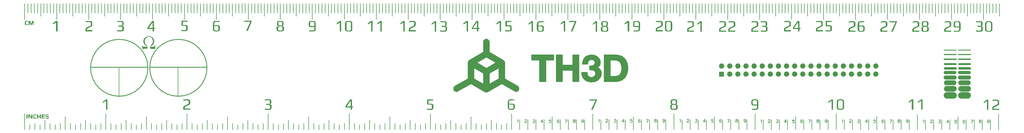
<source format=gbr>
%TF.GenerationSoftware,KiCad,Pcbnew,(6.0.9)*%
%TF.CreationDate,2023-06-30T12:05:43-04:00*%
%TF.ProjectId,TH3D Ruler,54483344-2052-4756-9c65-722e6b696361,rev?*%
%TF.SameCoordinates,Original*%
%TF.FileFunction,Soldermask,Top*%
%TF.FilePolarity,Negative*%
%FSLAX46Y46*%
G04 Gerber Fmt 4.6, Leading zero omitted, Abs format (unit mm)*
G04 Created by KiCad (PCBNEW (6.0.9)) date 2023-06-30 12:05:43*
%MOMM*%
%LPD*%
G01*
G04 APERTURE LIST*
%ADD10C,0.863600*%
%ADD11C,0.180000*%
%ADD12C,2.032000*%
%ADD13C,0.150000*%
%ADD14C,0.000000*%
%ADD15C,2.000000*%
%ADD16C,0.750000*%
%ADD17C,0.250000*%
%ADD18C,0.360000*%
%ADD19C,0.300000*%
%ADD20C,1.500000*%
%ADD21C,0.450000*%
%ADD22C,0.254000*%
%ADD23C,1.750000*%
%ADD24C,1.524000*%
%ADD25C,0.762000*%
%ADD26C,1.000000*%
%ADD27C,0.600000*%
%ADD28C,0.304800*%
%ADD29C,0.457200*%
%ADD30C,0.210000*%
%ADD31C,1.016000*%
%ADD32C,1.778000*%
%ADD33C,1.250000*%
%ADD34C,1.270000*%
%ADD35C,0.609600*%
G04 APERTURE END LIST*
D10*
X141728520Y-107106840D02*
G75*
G03*
X141728520Y-107106840I-431800J0D01*
G01*
D11*
X-14494610Y-87391790D02*
X-14494610Y-91379590D01*
D12*
X203577770Y-116378350D02*
X205577770Y-116378350D01*
D13*
X82381770Y-124336220D02*
X82562110Y-124379400D01*
X184207880Y-124925500D02*
X184025000Y-124925500D01*
X212328270Y-124542900D02*
X212236810Y-124634340D01*
X92823710Y-124357430D02*
X92369050Y-124812090D01*
X212099650Y-125043280D02*
X212010770Y-125043280D01*
X67195110Y-123957050D02*
X67377990Y-123957050D01*
D11*
X141505530Y-87391790D02*
X141505530Y-90389020D01*
D14*
G36*
X214617800Y-117681750D02*
G01*
X214773250Y-117695470D01*
X214911430Y-117717820D01*
X215033350Y-117749820D01*
X215138000Y-117790460D01*
X215225880Y-117839740D01*
X215299540Y-117900190D01*
X215359990Y-117972330D01*
X215406730Y-118056660D01*
X215440260Y-118152670D01*
X215460580Y-118260870D01*
X215467180Y-118380760D01*
X215467180Y-118911620D01*
X215451940Y-119076210D01*
X215406220Y-119208800D01*
X215329510Y-119320050D01*
X215215720Y-119419620D01*
X215141040Y-119467370D01*
X215051130Y-119517660D01*
X214946480Y-119571510D01*
X214827100Y-119627900D01*
X214077800Y-119970800D01*
X213976710Y-120025160D01*
X213894410Y-120086620D01*
X213830400Y-120156220D01*
X213784180Y-120233940D01*
X213756740Y-120319800D01*
X213747600Y-120412760D01*
X213747600Y-120626120D01*
X215467180Y-120626120D01*
X215467180Y-120976640D01*
X213287860Y-120976640D01*
X213287860Y-120397520D01*
X213299540Y-120261880D01*
X213333580Y-120133360D01*
X213359490Y-120074940D01*
X213388950Y-120021090D01*
X213421460Y-119972320D01*
X213458040Y-119927620D01*
X213491060Y-119891550D01*
X213532210Y-119853960D01*
X213581480Y-119815350D01*
X213638380Y-119775220D01*
X213758780Y-119699020D01*
X213872060Y-119638060D01*
X213981280Y-119583700D01*
X214662000Y-119282460D01*
X214760040Y-119231660D01*
X214839800Y-119172220D01*
X214901780Y-119104150D01*
X214946480Y-119027440D01*
X214973400Y-118942100D01*
X214982040Y-118848120D01*
X214982040Y-118401080D01*
X214973400Y-118296430D01*
X214946990Y-118210070D01*
X214903300Y-118142510D01*
X214842340Y-118093740D01*
X214759540Y-118060720D01*
X214649810Y-118036840D01*
X214514170Y-118022620D01*
X214352120Y-118017540D01*
X214163140Y-118024140D01*
X214056460Y-118032270D01*
X213819230Y-118058180D01*
X213688160Y-118076470D01*
X213402160Y-118121680D01*
X213402160Y-117771160D01*
X213529160Y-117749320D01*
X213657180Y-117730010D01*
X213785700Y-117714260D01*
X213915750Y-117701060D01*
X214046810Y-117690390D01*
X214178890Y-117683280D01*
X214311990Y-117678700D01*
X214446100Y-117677180D01*
X214617800Y-117681750D01*
G37*
D11*
X-84494440Y-91391740D02*
X-84494440Y-87403960D01*
D13*
X95363360Y-124270710D02*
X95454800Y-124316430D01*
X128533600Y-124591820D02*
X128487880Y-124454660D01*
X201629790Y-124547980D02*
X201675510Y-124502260D01*
D11*
X164480130Y-127128040D02*
X164480130Y-122128070D01*
X-617620Y-127130140D02*
X-617620Y-123066140D01*
D13*
X102907510Y-123954280D02*
X102816070Y-123954280D01*
X201629790Y-125002640D02*
X201584070Y-124911200D01*
D11*
X92505470Y-87391790D02*
X92505470Y-90388940D01*
D13*
X108190710Y-124734060D02*
X108144990Y-124779780D01*
D11*
X-26494510Y-90391790D02*
X-26494510Y-87394540D01*
X161940130Y-127128040D02*
X161940130Y-123953040D01*
D14*
G36*
X-33673210Y-107277280D02*
G01*
X-33773280Y-107277280D01*
X-33773280Y-107177200D01*
X-33673210Y-107177200D01*
X-33673210Y-107277280D01*
G37*
D13*
X128398980Y-124863600D02*
X128487880Y-124772160D01*
X161119230Y-124534340D02*
X161027790Y-124442900D01*
D10*
X141728520Y-109646840D02*
G75*
G03*
X141728520Y-109646840I-431800J0D01*
G01*
D13*
X158624950Y-124925500D02*
X158490360Y-124879780D01*
X158493710Y-124304800D02*
X158585150Y-124350520D01*
X126021540Y-124619760D02*
X125975820Y-124756920D01*
X209833990Y-124845160D02*
X209790810Y-124934060D01*
X204190110Y-124337160D02*
X204144390Y-124563220D01*
D11*
X163505430Y-90391790D02*
X163505430Y-87394540D01*
D13*
X92414770Y-124085650D02*
X92414770Y-124039930D01*
X100530070Y-123939040D02*
X100075410Y-123939040D01*
X158765490Y-124393700D02*
X158902650Y-124439420D01*
X64913810Y-124002030D02*
X64913810Y-124957070D01*
X95409080Y-124816810D02*
X95271920Y-124862530D01*
X74629690Y-124447980D02*
X74675410Y-124402260D01*
X146254800Y-124416430D02*
X146300540Y-124462150D01*
D11*
X-81494290Y-90391790D02*
X-81494290Y-87394540D01*
D13*
X161256420Y-123988240D02*
X161299570Y-123988240D01*
D11*
X-57767490Y-127130140D02*
X-57767490Y-124130180D01*
D13*
X85236730Y-124897560D02*
X85099570Y-124943280D01*
X70100520Y-124462150D02*
X70146240Y-124599310D01*
D11*
X40505550Y-87391870D02*
X40505550Y-92370300D01*
X-17494500Y-90390340D02*
X-17494500Y-87393090D01*
D14*
G36*
X-87396820Y-123264160D02*
G01*
X-87396820Y-122377700D01*
X-87119960Y-122377700D01*
X-87119960Y-123678180D01*
X-87434920Y-123678180D01*
X-88062300Y-122776480D01*
X-88062300Y-123678180D01*
X-88341700Y-123678180D01*
X-88341700Y-122377700D01*
X-88024200Y-122377700D01*
X-87396820Y-123264160D01*
G37*
D13*
X161256420Y-124580060D02*
X161119230Y-124534340D01*
X158807860Y-123970460D02*
X158624950Y-123970460D01*
D15*
X199077700Y-116378350D02*
X201177550Y-116378350D01*
D13*
X150875410Y-124948360D02*
X150829720Y-124902640D01*
X133044640Y-124007620D02*
X133044640Y-124099060D01*
X126021540Y-124528320D02*
X126021540Y-124619760D01*
D11*
X34307370Y-127130140D02*
X34307370Y-125630170D01*
X47007240Y-127130140D02*
X47007240Y-125630170D01*
D13*
X202221610Y-124728320D02*
X202221610Y-124819760D01*
D11*
X184800130Y-127128040D02*
X184800130Y-123953040D01*
D13*
X151012570Y-124991540D02*
X150875410Y-124948360D01*
X84782070Y-124305740D02*
X84782070Y-124260020D01*
X171746290Y-124688210D02*
X171700570Y-124825370D01*
X171337350Y-124962530D02*
X171200190Y-124916810D01*
D14*
G36*
X29456880Y-96176590D02*
G01*
X29022540Y-96176590D01*
X29022540Y-93382590D01*
X28037020Y-94027750D01*
X28037020Y-93616270D01*
X29027620Y-92933010D01*
X29456880Y-92933010D01*
X29456880Y-96176590D01*
G37*
D11*
X146505540Y-87391790D02*
X146505540Y-90389020D01*
D13*
X178790060Y-124872160D02*
X178878960Y-124963600D01*
X151149730Y-124991540D02*
X151012570Y-124991540D01*
X74949730Y-124356540D02*
X75084350Y-124402260D01*
X171154470Y-124871090D02*
X171108750Y-124779650D01*
X77278910Y-124963600D02*
X77416070Y-125009320D01*
X151284380Y-124948360D02*
X151149730Y-124991540D01*
D11*
X162505440Y-90391790D02*
X162505440Y-87394540D01*
X-22494490Y-90391790D02*
X-22494490Y-87394540D01*
X189505330Y-87391790D02*
X189505330Y-90389020D01*
D13*
X161076890Y-124911860D02*
X161031170Y-124820420D01*
D11*
X35907520Y-127130140D02*
X35907520Y-125130170D01*
D13*
X133590740Y-124734060D02*
X133545020Y-124779780D01*
D11*
X-69494290Y-92391780D02*
X-69494290Y-87413280D01*
D13*
X85236730Y-124534340D02*
X85099570Y-124580060D01*
X95500520Y-123907490D02*
X95226200Y-124270710D01*
X194060590Y-124148490D02*
X194106310Y-124102770D01*
X133453580Y-124236220D02*
X133545020Y-124190500D01*
D11*
X27505550Y-90391810D02*
X27505550Y-87394640D01*
D13*
X184025000Y-124925500D02*
X183890380Y-124879780D01*
D11*
X-54494910Y-87390880D02*
X-54494910Y-91378700D01*
X127505630Y-90391790D02*
X127505630Y-87394540D01*
X108600130Y-127128040D02*
X108600130Y-123953040D01*
X-37494510Y-90391790D02*
X-37494510Y-87394540D01*
D13*
X67106210Y-124002770D02*
X67195110Y-123957050D01*
D11*
X98505490Y-87391790D02*
X98505490Y-90388940D01*
X-55494400Y-87391790D02*
X-55494400Y-90389020D01*
D13*
X212373990Y-124405740D02*
X212373990Y-124634340D01*
D11*
X192505330Y-87391790D02*
X192505330Y-90389020D01*
D13*
X146075290Y-124976830D02*
X145940670Y-124976830D01*
D11*
X1505400Y-87391740D02*
X1505400Y-90388940D01*
D13*
X186928220Y-124760400D02*
X186836780Y-124897560D01*
X178878960Y-124100000D02*
X178790060Y-124237160D01*
X107598890Y-124645160D02*
X107598890Y-124508000D01*
X171700570Y-124007490D02*
X171426250Y-124370710D01*
X82744990Y-124016180D02*
X82607830Y-123970460D01*
X82653550Y-124336220D02*
X82744990Y-124290500D01*
D11*
X-80494300Y-90391790D02*
X-80494300Y-87394540D01*
X69505470Y-90391790D02*
X69505470Y-87394460D01*
D10*
X131568520Y-109646840D02*
G75*
G03*
X131568520Y-109646840I-431800J0D01*
G01*
D13*
X92595110Y-123857050D02*
X92777990Y-123857050D01*
X97441430Y-124553720D02*
X98122150Y-124553720D01*
D14*
G36*
X12357100Y-117631970D02*
G01*
X12915900Y-117631970D01*
X12915900Y-119821450D01*
X13266420Y-119821450D01*
X13266420Y-120166890D01*
X12915900Y-120166890D01*
X12915900Y-120878090D01*
X12501880Y-120878090D01*
X12501880Y-120166890D01*
X10886440Y-120166890D01*
X10886440Y-119821450D01*
X11287760Y-119821450D01*
X12501880Y-119821450D01*
X12501880Y-118028210D01*
X11287760Y-119821450D01*
X10886440Y-119821450D01*
X10886440Y-119773190D01*
X12357100Y-117631970D01*
G37*
D13*
X136173920Y-124205740D02*
X136128200Y-124342900D01*
X199496190Y-124118720D02*
X199041530Y-124753720D01*
D16*
X198493300Y-107855580D02*
X201693240Y-107855580D01*
D13*
X204279010Y-124563220D02*
X204190110Y-124654660D01*
D14*
G36*
X209363560Y-92985840D02*
G01*
X209523580Y-92996000D01*
X209666330Y-93012760D01*
X209792820Y-93036640D01*
X209902040Y-93067120D01*
X209993990Y-93104200D01*
X210105240Y-93176340D01*
X210184490Y-93269300D01*
X210232240Y-93384620D01*
X210247990Y-93520760D01*
X210247990Y-94148140D01*
X210216490Y-94289880D01*
X210120990Y-94404680D01*
X209978750Y-94488500D01*
X209800950Y-94536760D01*
X209800950Y-94557080D01*
X209911690Y-94578420D01*
X209999070Y-94600260D01*
X210080350Y-94628200D01*
X210166710Y-94666300D01*
X210243420Y-94720660D01*
X210298280Y-94790760D01*
X210331300Y-94878140D01*
X210341970Y-94981260D01*
X210341970Y-95631500D01*
X210323170Y-95793050D01*
X210265770Y-95936300D01*
X210181950Y-96056700D01*
X210077810Y-96147120D01*
X209960460Y-96209610D01*
X209811110Y-96258880D01*
X209647530Y-96295460D01*
X209485990Y-96317300D01*
X209309710Y-96324920D01*
X209155790Y-96327460D01*
X209049620Y-96325940D01*
X208826600Y-96314260D01*
X208710270Y-96303590D01*
X208590380Y-96289870D01*
X208340960Y-96253800D01*
X208210910Y-96230940D01*
X208210910Y-95872800D01*
X208357210Y-95902270D01*
X208631020Y-95949000D01*
X208758530Y-95966280D01*
X208879940Y-95979990D01*
X208995260Y-95989640D01*
X209103970Y-95995230D01*
X209206590Y-95997260D01*
X209362540Y-95991680D01*
X209498180Y-95973900D01*
X209612480Y-95944430D01*
X209705950Y-95903280D01*
X209778600Y-95850450D01*
X209830920Y-95785940D01*
X209861910Y-95709740D01*
X209872070Y-95621340D01*
X209872070Y-95067620D01*
X209858350Y-94973640D01*
X209817200Y-94896940D01*
X209748120Y-94837500D01*
X209651090Y-94795840D01*
X209506310Y-94770440D01*
X209419440Y-94762320D01*
X209314280Y-94758250D01*
X208627470Y-94757740D01*
X208627470Y-94447860D01*
X209228940Y-94447360D01*
X209334100Y-94443800D01*
X209418930Y-94435160D01*
X209511900Y-94415860D01*
X209614000Y-94386900D01*
X209659720Y-94366080D01*
X209698840Y-94339660D01*
X209732370Y-94308160D01*
X209758280Y-94270570D01*
X209776560Y-94227900D01*
X209787230Y-94180150D01*
X209790790Y-94127820D01*
X209790790Y-93546160D01*
X209774530Y-93468950D01*
X209724240Y-93405450D01*
X209640930Y-93355660D01*
X209524600Y-93320610D01*
X209374740Y-93299280D01*
X209191350Y-93292160D01*
X208985100Y-93297240D01*
X208763610Y-93311980D01*
X208527900Y-93336360D01*
X208276950Y-93370900D01*
X208276950Y-93028000D01*
X208494880Y-93008190D01*
X208718910Y-92993970D01*
X208949540Y-92985330D01*
X209186270Y-92982280D01*
X209363560Y-92985840D01*
G37*
D11*
X100505480Y-87391790D02*
X100505480Y-92370220D01*
X72505590Y-90391790D02*
X72505590Y-87394460D01*
X-71494290Y-90391790D02*
X-71494290Y-87394540D01*
D13*
X103087850Y-124454660D02*
X102998950Y-124363220D01*
X158398920Y-124745160D02*
X158398920Y-124608000D01*
D11*
X42505550Y-87391870D02*
X42505550Y-90389120D01*
X187340130Y-127128040D02*
X187340130Y-123953040D01*
D13*
X161299570Y-124943280D02*
X161210650Y-124943280D01*
X74675410Y-124039040D02*
X74629690Y-124447980D01*
D11*
X128920130Y-127128040D02*
X128920130Y-123953040D01*
D13*
X108007830Y-123870460D02*
X107824950Y-123870460D01*
X158902650Y-124439420D02*
X158994090Y-124530860D01*
X158585150Y-124350520D02*
X158765490Y-124393700D01*
X209790810Y-124207620D02*
X209745090Y-124116180D01*
D11*
X132505650Y-90390340D02*
X132505650Y-87393090D01*
D13*
X204687950Y-124291440D02*
X204644770Y-124200000D01*
X125475440Y-123939040D02*
X125429720Y-124347980D01*
D11*
X-11717350Y-127130140D02*
X-11717350Y-125130170D01*
D13*
X117814800Y-124039930D02*
X117860520Y-123948490D01*
D11*
X-41494400Y-87391790D02*
X-41494400Y-90389020D01*
X93505500Y-87391720D02*
X93505500Y-90388940D01*
D13*
X84827790Y-124125400D02*
X84919230Y-124033960D01*
X186656440Y-123988240D02*
X186699620Y-123988240D01*
D14*
G36*
X171187360Y-93747840D02*
G01*
X171200570Y-93646240D01*
X171222920Y-93550740D01*
X171253910Y-93462340D01*
X171337730Y-93309940D01*
X171441870Y-93193100D01*
X171558710Y-93115380D01*
X171711110Y-93053400D01*
X171881290Y-93011750D01*
X172051470Y-92987360D01*
X172233330Y-92979740D01*
X172396910Y-92977200D01*
X172623980Y-92982280D01*
X172897290Y-92997520D01*
X173217330Y-93022920D01*
X173217330Y-93360740D01*
X172968920Y-93333310D01*
X172738280Y-93313500D01*
X172525430Y-93301310D01*
X172330870Y-93297240D01*
X172199800Y-93299780D01*
X172085500Y-93307400D01*
X171987460Y-93320100D01*
X171906690Y-93337880D01*
X171781210Y-93396300D01*
X171693330Y-93495360D01*
X171644050Y-93641670D01*
X171627290Y-93845880D01*
X171627290Y-94356420D01*
X172361350Y-94356420D01*
X172581310Y-94358960D01*
X172737270Y-94366580D01*
X172865790Y-94381820D01*
X173001430Y-94407220D01*
X173066960Y-94425000D01*
X173123350Y-94447360D01*
X173171100Y-94474280D01*
X173209710Y-94506280D01*
X173242220Y-94545400D01*
X173272190Y-94592140D01*
X173300640Y-94645980D01*
X173326550Y-94706940D01*
X173361090Y-94848170D01*
X173372270Y-95021900D01*
X173372270Y-95496880D01*
X173367190Y-95626420D01*
X173351440Y-95743770D01*
X173324520Y-95849440D01*
X173287430Y-95942910D01*
X173239680Y-96024700D01*
X173181260Y-96094290D01*
X173111660Y-96152200D01*
X173031910Y-96197920D01*
X172866810Y-96260410D01*
X172701710Y-96299520D01*
X172613320Y-96311720D01*
X172512220Y-96320860D01*
X172398430Y-96325940D01*
X172272450Y-96327460D01*
X172073310Y-96323910D01*
X171916850Y-96312220D01*
X171779690Y-96289360D01*
X171637450Y-96251260D01*
X171498760Y-96196910D01*
X171391070Y-96119180D01*
X171309280Y-96014540D01*
X171241210Y-95872800D01*
X171215810Y-95789490D01*
X171197520Y-95699070D01*
X171186850Y-95601530D01*
X171183775Y-95522280D01*
X171627290Y-95522280D01*
X171642020Y-95713800D01*
X171685710Y-95849940D01*
X171765460Y-95939860D01*
X171881290Y-95994720D01*
X171956980Y-96011490D01*
X172048930Y-96023680D01*
X172157640Y-96030790D01*
X172282610Y-96032820D01*
X172406560Y-96030790D01*
X172513750Y-96023680D01*
X172604680Y-96011490D01*
X172678850Y-95994720D01*
X172792640Y-95939860D01*
X172869350Y-95849940D01*
X172913540Y-95713800D01*
X172927770Y-95522280D01*
X172927770Y-95037140D01*
X172915070Y-94892360D01*
X172876970Y-94788220D01*
X172846490Y-94751140D01*
X172805340Y-94719640D01*
X172754030Y-94695260D01*
X172691550Y-94676460D01*
X172615350Y-94663260D01*
X172520860Y-94653600D01*
X172408590Y-94648020D01*
X172277530Y-94645980D01*
X171627290Y-94645980D01*
X171627290Y-95522280D01*
X171183775Y-95522280D01*
X171182790Y-95496880D01*
X171182790Y-93856040D01*
X171187360Y-93747840D01*
G37*
D13*
X128307540Y-123954280D02*
X128216100Y-123954280D01*
D11*
X-89494430Y-92391940D02*
X-89494430Y-87413510D01*
D13*
X169115200Y-124320270D02*
X169023760Y-124457430D01*
X176549780Y-124991540D02*
X176412620Y-124991540D01*
D11*
X63505580Y-90391790D02*
X63505580Y-87394460D01*
D13*
X102544290Y-124363220D02*
X102544290Y-124591820D01*
D11*
X58505570Y-87391870D02*
X58505570Y-90389120D01*
D13*
X82290330Y-124290500D02*
X82381770Y-124336220D01*
D11*
X-87494310Y-90391790D02*
X-87494310Y-87394540D01*
D13*
X67014770Y-124185650D02*
X67014770Y-124139930D01*
X92369050Y-124812090D02*
X93006590Y-124812090D01*
X146303890Y-124476450D02*
X146349610Y-124613610D01*
D11*
X167020130Y-127128040D02*
X167020130Y-123953040D01*
D10*
X129028520Y-107106840D02*
G75*
G03*
X129028520Y-107106840I-431800J0D01*
G01*
D13*
X191776750Y-124239190D02*
X191913910Y-124102030D01*
X168706260Y-124002770D02*
X168795160Y-123957050D01*
X186427840Y-124442900D02*
X186382120Y-124305740D01*
D11*
X84505460Y-87391790D02*
X84505460Y-90388940D01*
X171505440Y-90391790D02*
X171505440Y-87394540D01*
X-52992350Y-127130140D02*
X-52992350Y-125130170D01*
D14*
G36*
X-41423250Y-116677050D02*
G01*
X-41606390Y-116677050D01*
X-41606390Y-107677070D01*
X-41423250Y-107677070D01*
X-41423250Y-116677050D01*
G37*
D13*
X153933570Y-124691820D02*
X153887880Y-124554660D01*
X82607830Y-123970460D02*
X82424950Y-123970460D01*
X133270700Y-124279400D02*
X133453580Y-124236220D01*
X212099650Y-124088240D02*
X212236810Y-124133960D01*
X85328170Y-124442900D02*
X85236730Y-124534340D01*
D11*
X-48494390Y-87391740D02*
X-48494390Y-90388940D01*
X150505540Y-87391790D02*
X150505540Y-92370220D01*
X113680130Y-127128040D02*
X113680130Y-122128070D01*
D13*
X94954420Y-124771090D02*
X94908700Y-124679650D01*
D11*
X-44494390Y-87391790D02*
X-44494390Y-91379590D01*
X-68867220Y-127130140D02*
X-68867220Y-125130170D01*
D13*
X72041430Y-124653720D02*
X72722150Y-124653720D01*
X158447990Y-124121920D02*
X158447990Y-124213360D01*
X95500520Y-124725370D02*
X95409080Y-124816810D01*
D11*
X188505330Y-87391790D02*
X188505330Y-90389020D01*
D13*
X161528150Y-124760400D02*
X161436730Y-124897560D01*
D11*
X-62494410Y-87391790D02*
X-62494410Y-90389020D01*
X39082520Y-127130140D02*
X39082520Y-125130170D01*
D13*
X153661790Y-125009320D02*
X153798950Y-124963600D01*
X209745090Y-124979780D02*
X209607930Y-125025500D01*
D11*
X29505680Y-90391810D02*
X29505680Y-87394640D01*
D13*
X136128200Y-124660400D02*
X136036760Y-124797560D01*
X151424890Y-124642620D02*
X151424890Y-124734060D01*
X158856930Y-124350520D02*
X158948370Y-124304800D01*
D11*
X88505480Y-87391790D02*
X88505480Y-90388940D01*
D13*
X143214770Y-124139930D02*
X143260520Y-124048490D01*
X204279010Y-124200000D02*
X204190110Y-124337160D01*
D11*
X10505410Y-87391790D02*
X10505410Y-92370220D01*
X54957520Y-127130140D02*
X54957520Y-125130170D01*
D10*
X156968520Y-109646840D02*
G75*
G03*
X156968520Y-109646840I-431800J0D01*
G01*
D13*
X158398920Y-124608000D02*
X158444610Y-124516560D01*
D11*
X-49494380Y-87391790D02*
X-49494380Y-92370220D01*
D13*
X133090360Y-123916180D02*
X133044640Y-124007620D01*
D14*
G36*
X61686440Y-118348250D02*
G01*
X61700150Y-118246650D01*
X61723010Y-118151650D01*
X61755520Y-118063260D01*
X61837310Y-117909840D01*
X61940940Y-117791480D01*
X62059820Y-117715280D01*
X62212720Y-117654320D01*
X62382900Y-117612160D01*
X62553080Y-117588280D01*
X62732920Y-117580660D01*
X62895980Y-117578120D01*
X63122550Y-117582690D01*
X63395860Y-117596920D01*
X63716400Y-117621300D01*
X63716400Y-117961660D01*
X63548760Y-117941850D01*
X63388740Y-117926100D01*
X63094100Y-117904760D01*
X62959480Y-117899680D01*
X62832480Y-117898160D01*
X62700910Y-117900190D01*
X62586100Y-117907300D01*
X62487550Y-117919500D01*
X62405760Y-117936260D01*
X62280800Y-117995700D01*
X62194940Y-118093740D01*
X62143640Y-118241570D01*
X62126360Y-118446800D01*
X62126360Y-118957340D01*
X62862960Y-118957340D01*
X63080900Y-118959880D01*
X63236340Y-118967500D01*
X63365380Y-118982740D01*
X63503040Y-119008140D01*
X63568070Y-119024400D01*
X63624460Y-119046750D01*
X63671190Y-119074180D01*
X63708780Y-119107200D01*
X63741800Y-119146320D01*
X63772790Y-119192540D01*
X63801750Y-119246390D01*
X63828160Y-119307860D01*
X63860680Y-119448580D01*
X63871340Y-119622820D01*
X63871340Y-120097800D01*
X63865760Y-120226320D01*
X63850010Y-120343160D01*
X63823590Y-120448320D01*
X63786000Y-120541280D01*
X63738250Y-120623070D01*
X63679830Y-120692160D01*
X63610740Y-120750070D01*
X63530980Y-120796300D01*
X63365880Y-120860310D01*
X63200780Y-120900440D01*
X63112900Y-120912630D01*
X63012320Y-120921270D01*
X62898020Y-120926350D01*
X62771520Y-120928380D01*
X62573400Y-120924320D01*
X62415920Y-120913140D01*
X62278760Y-120890280D01*
X62136520Y-120852180D01*
X61997840Y-120796300D01*
X61892680Y-120720100D01*
X61809370Y-120613420D01*
X61742820Y-120471180D01*
X61715900Y-120387360D01*
X61697100Y-120297440D01*
X61685420Y-120200920D01*
X61682737Y-120123200D01*
X62126360Y-120123200D01*
X62141600Y-120314210D01*
X62187320Y-120450860D01*
X62266570Y-120540270D01*
X62382900Y-120595640D01*
X62458090Y-120610880D01*
X62550040Y-120622060D01*
X62657730Y-120628660D01*
X62781680Y-120631200D01*
X62905640Y-120628660D01*
X63013330Y-120622060D01*
X63104770Y-120610880D01*
X63180460Y-120595640D01*
X63293240Y-120540270D01*
X63368420Y-120450860D01*
X63412110Y-120314210D01*
X63426840Y-120123200D01*
X63426840Y-119638060D01*
X63414140Y-119493280D01*
X63376040Y-119389140D01*
X63346580Y-119351550D01*
X63305940Y-119320560D01*
X63255140Y-119295670D01*
X63193160Y-119277380D01*
X63115440Y-119263660D01*
X63020440Y-119254520D01*
X62907160Y-119248420D01*
X62776600Y-119246900D01*
X62126360Y-119246900D01*
X62126360Y-120123200D01*
X61682737Y-120123200D01*
X61681860Y-120097800D01*
X61681860Y-118456960D01*
X61686440Y-118348250D01*
G37*
D13*
X178878960Y-124963600D02*
X179016120Y-125009320D01*
X199496190Y-124118720D02*
X199496190Y-125071220D01*
X69826200Y-124370710D02*
X69963360Y-124370710D01*
X82470670Y-124379400D02*
X82653550Y-124336220D01*
X74629690Y-124902640D02*
X74583970Y-124811200D01*
X161259770Y-124002540D02*
X161302950Y-124002540D01*
D11*
X25506420Y-91391460D02*
X25506420Y-87403660D01*
D13*
X110273510Y-124797560D02*
X110227790Y-124706120D01*
X143669430Y-124002770D02*
X143715180Y-124048490D01*
D10*
X136648520Y-109646840D02*
G75*
G03*
X136648520Y-109646840I-431800J0D01*
G01*
D11*
X-63494410Y-87391790D02*
X-63494410Y-90389020D01*
D13*
X158493710Y-124030480D02*
X158447990Y-124121920D01*
X110636730Y-123933960D02*
X110728170Y-124025400D01*
X125475440Y-124302260D02*
X125612600Y-124256540D01*
D11*
X-42494400Y-87391790D02*
X-42494400Y-90389020D01*
X5505390Y-87391790D02*
X5505390Y-91379590D01*
D13*
X153344290Y-124691820D02*
X153389990Y-124872160D01*
X145940670Y-124976830D02*
X145803510Y-124931110D01*
D11*
X982640Y-127130140D02*
X982640Y-125130170D01*
D13*
X161027790Y-124125400D02*
X161119230Y-124033960D01*
X146346240Y-124599310D02*
X146346240Y-124688210D01*
X150833070Y-124462280D02*
X150878790Y-124416560D01*
D11*
X-9494620Y-87391790D02*
X-9494620Y-92370220D01*
D13*
X212236810Y-124997560D02*
X212099650Y-125043280D01*
D11*
X56532240Y-127130140D02*
X56532370Y-124130180D01*
D13*
X110410670Y-124843280D02*
X110273510Y-124797560D01*
D11*
X-45067490Y-127130140D02*
X-45067490Y-124130180D01*
D17*
X-32461380Y-107677080D02*
G75*
G03*
X-32461380Y-107677080I-8962140J0D01*
G01*
D13*
X194195210Y-124057050D02*
X194378090Y-124057050D01*
X67423710Y-124457430D02*
X66969050Y-124912090D01*
X77144290Y-124691820D02*
X77190010Y-124872160D01*
D11*
X-41892490Y-127130140D02*
X-41892490Y-125630170D01*
X37482370Y-127130140D02*
X37482370Y-122130180D01*
D13*
X186382120Y-124260020D02*
X186427840Y-124125400D01*
D11*
X11505660Y-90391810D02*
X11505660Y-87394640D01*
X62882240Y-127130140D02*
X62882240Y-122130180D01*
X-73642370Y-127130140D02*
X-73642370Y-125630170D01*
D14*
G36*
X159419030Y-92881700D02*
G01*
X159573460Y-92895420D01*
X159711640Y-92917770D01*
X159833560Y-92949770D01*
X159938720Y-92990410D01*
X160027620Y-93039690D01*
X160100260Y-93100140D01*
X160160200Y-93172280D01*
X160206430Y-93256600D01*
X160239450Y-93352620D01*
X160259770Y-93460820D01*
X160266380Y-93580710D01*
X160266380Y-94111570D01*
X160251640Y-94276160D01*
X160207960Y-94408750D01*
X160129220Y-94520000D01*
X160014920Y-94619570D01*
X159940750Y-94667320D01*
X159851340Y-94717610D01*
X159746690Y-94771460D01*
X158877000Y-95170750D01*
X158775900Y-95225100D01*
X158693610Y-95286570D01*
X158629090Y-95356170D01*
X158583370Y-95433890D01*
X158555940Y-95519740D01*
X158546800Y-95612710D01*
X158546800Y-95826070D01*
X160266380Y-95826070D01*
X160266380Y-96176590D01*
X158087060Y-96176590D01*
X158087060Y-95597470D01*
X158098740Y-95461830D01*
X158135320Y-95333310D01*
X158159700Y-95274890D01*
X158188660Y-95221040D01*
X158220660Y-95172270D01*
X158257240Y-95127570D01*
X158291270Y-95091500D01*
X158333440Y-95053910D01*
X158382710Y-95015300D01*
X158440120Y-94975170D01*
X158558480Y-94898970D01*
X158671260Y-94838010D01*
X158782000Y-94783650D01*
X159461190Y-94482410D01*
X159558730Y-94431610D01*
X159639000Y-94372170D01*
X159700970Y-94304100D01*
X159745680Y-94227390D01*
X159772090Y-94142050D01*
X159781240Y-94048070D01*
X159781240Y-93601030D01*
X159772090Y-93496380D01*
X159746180Y-93410020D01*
X159702500Y-93342460D01*
X159641540Y-93293690D01*
X159558220Y-93260670D01*
X159449000Y-93236790D01*
X159313370Y-93222570D01*
X159151320Y-93217490D01*
X158962340Y-93224090D01*
X158855660Y-93232220D01*
X158740850Y-93243900D01*
X158487360Y-93276420D01*
X158201360Y-93321630D01*
X158201360Y-92971110D01*
X158327850Y-92949260D01*
X158456370Y-92929960D01*
X158585400Y-92914210D01*
X158715450Y-92901000D01*
X158847020Y-92890340D01*
X158979610Y-92883220D01*
X159112710Y-92878650D01*
X159247840Y-92877130D01*
X159419030Y-92881700D01*
G37*
D10*
X169668520Y-109646840D02*
G75*
G03*
X169668520Y-109646840I-431800J0D01*
G01*
D13*
X95000140Y-124816810D02*
X94954420Y-124771090D01*
X143718530Y-124334570D02*
X143627090Y-124471730D01*
X143672810Y-124017070D02*
X143718530Y-124062790D01*
X95454800Y-124316430D02*
X95500520Y-124362150D01*
X193969150Y-125012090D02*
X194606690Y-125012090D01*
D11*
X-21494490Y-90391790D02*
X-21494490Y-87394540D01*
D14*
G36*
X-82358480Y-122361450D02*
G01*
X-82155280Y-122374150D01*
X-82037420Y-122385320D01*
X-82037420Y-122616460D01*
X-82292440Y-122590050D01*
X-82384900Y-122583440D01*
X-82453980Y-122580900D01*
X-82526120Y-122582430D01*
X-82585560Y-122587510D01*
X-82631780Y-122595130D01*
X-82664800Y-122606300D01*
X-82690200Y-122622560D01*
X-82708490Y-122642880D01*
X-82719670Y-122666760D01*
X-82723220Y-122695200D01*
X-82723220Y-122786640D01*
X-82680040Y-122862840D01*
X-82550500Y-122888240D01*
X-82395560Y-122888240D01*
X-82203030Y-122909580D01*
X-82072980Y-122972060D01*
X-81998810Y-123075190D01*
X-81973920Y-123220980D01*
X-81973920Y-123307340D01*
X-81984080Y-123413520D01*
X-82015070Y-123501400D01*
X-82066890Y-123569980D01*
X-82139020Y-123619760D01*
X-82180680Y-123640080D01*
X-82223860Y-123656850D01*
X-82269580Y-123670560D01*
X-82316820Y-123680720D01*
X-82423000Y-123692410D01*
X-82547960Y-123695960D01*
X-82647020Y-123693930D01*
X-82757260Y-123687330D01*
X-82878160Y-123676150D01*
X-83010240Y-123660400D01*
X-83010240Y-123424180D01*
X-82853270Y-123446540D01*
X-82723730Y-123462280D01*
X-82621120Y-123471940D01*
X-82545420Y-123474980D01*
X-82432140Y-123466860D01*
X-82350860Y-123441460D01*
X-82302600Y-123399290D01*
X-82286340Y-123340360D01*
X-82286340Y-123256540D01*
X-82288380Y-123227080D01*
X-82294980Y-123200660D01*
X-82306160Y-123178820D01*
X-82321900Y-123160020D01*
X-82344250Y-123144780D01*
X-82373720Y-123133610D01*
X-82410300Y-123127000D01*
X-82453980Y-123124460D01*
X-82606380Y-123124460D01*
X-82737450Y-123115320D01*
X-82844640Y-123086870D01*
X-82928460Y-123039630D01*
X-82987890Y-122973590D01*
X-83023450Y-122888240D01*
X-83035640Y-122784100D01*
X-83035640Y-122690120D01*
X-83000080Y-122542300D01*
X-82893400Y-122438660D01*
X-82812120Y-122404630D01*
X-82710020Y-122379740D01*
X-82587080Y-122365000D01*
X-82443820Y-122359920D01*
X-82358480Y-122361450D01*
G37*
D11*
X35505560Y-87391870D02*
X35505560Y-91379640D01*
D13*
X204599050Y-124563220D02*
X204461890Y-124517500D01*
D11*
X-68494300Y-90391790D02*
X-68494300Y-87394540D01*
D13*
X171426250Y-124370710D02*
X171563410Y-124370710D01*
X146209080Y-124916810D02*
X146071920Y-124962530D01*
X171700570Y-124462150D02*
X171746290Y-124599310D01*
D14*
G36*
X79655920Y-96177600D02*
G01*
X79221580Y-96177600D01*
X79221580Y-93381060D01*
X78236060Y-94026220D01*
X78236060Y-93617280D01*
X79226660Y-92931480D01*
X79655920Y-92931480D01*
X79655920Y-96177600D01*
G37*
D11*
X80660130Y-127128040D02*
X80660130Y-123953040D01*
D13*
X183890380Y-124016180D02*
X183844660Y-124107620D01*
X153887880Y-124191440D02*
X153844650Y-124100000D01*
X153933570Y-124737540D02*
X153933570Y-124691820D01*
X183890380Y-124290500D02*
X183981820Y-124336220D01*
D11*
X-35494510Y-90391790D02*
X-35494510Y-87394540D01*
X50182240Y-127130140D02*
X50182240Y-123066140D01*
D13*
X204190110Y-124654660D02*
X204144390Y-124791820D01*
X186836780Y-124534340D02*
X186699620Y-124580060D01*
X146346240Y-124688210D02*
X146300540Y-124825370D01*
X110773890Y-124434340D02*
X110728170Y-124660400D01*
D11*
X91505480Y-87391790D02*
X91505480Y-90388940D01*
D13*
X191913910Y-124102030D02*
X191913910Y-125057070D01*
D11*
X7505390Y-87391790D02*
X7505390Y-90389020D01*
D13*
X186610720Y-124943280D02*
X186473560Y-124897560D01*
D11*
X-74493420Y-91391380D02*
X-74493420Y-87403630D01*
D13*
X159037270Y-124759460D02*
X158994090Y-124848360D01*
D11*
X75506350Y-91391350D02*
X75506350Y-87403630D01*
D13*
X143172430Y-124926390D02*
X143809970Y-124926390D01*
D11*
X43832240Y-127130140D02*
X43832370Y-124130180D01*
D10*
X162048520Y-109646840D02*
G75*
G03*
X162048520Y-109646840I-431800J0D01*
G01*
D13*
X171471970Y-124962530D02*
X171337350Y-124962530D01*
D10*
X177288520Y-107106840D02*
G75*
G03*
X177288520Y-107106840I-431800J0D01*
G01*
X149348520Y-107106840D02*
G75*
G03*
X149348520Y-107106840I-431800J0D01*
G01*
D11*
X111140130Y-127128040D02*
X111140130Y-123953040D01*
D13*
X92777990Y-123857050D02*
X92869430Y-123902770D01*
D18*
G36*
X95429782Y-103697172D02*
G01*
X95646150Y-103701410D01*
X95856657Y-103714124D01*
X96061303Y-103735315D01*
X96260088Y-103764981D01*
X96453011Y-103803124D01*
X96640073Y-103849743D01*
X96821274Y-103904838D01*
X96996614Y-103968410D01*
X97166093Y-104040457D01*
X97329710Y-104120981D01*
X97487466Y-104209981D01*
X97639361Y-104307457D01*
X97785395Y-104413409D01*
X97925567Y-104527838D01*
X98059878Y-104650743D01*
X98188328Y-104782123D01*
X98309925Y-104920943D01*
X98423676Y-105066166D01*
X98529583Y-105217790D01*
X98627645Y-105375817D01*
X98717862Y-105540245D01*
X98800235Y-105711076D01*
X98874762Y-105888310D01*
X98941444Y-106071945D01*
X99000282Y-106261983D01*
X99051274Y-106458423D01*
X99094421Y-106661265D01*
X99129724Y-106870510D01*
X99157181Y-107086156D01*
X99176794Y-107308205D01*
X99188561Y-107536656D01*
X99192484Y-107771510D01*
X99188539Y-108014794D01*
X99176704Y-108251226D01*
X99156979Y-108480804D01*
X99129363Y-108703529D01*
X99093858Y-108919401D01*
X99050463Y-109128420D01*
X98999177Y-109330586D01*
X98940002Y-109525899D01*
X98872936Y-109714359D01*
X98797981Y-109895966D01*
X98715135Y-110070719D01*
X98624400Y-110238620D01*
X98525774Y-110399667D01*
X98419259Y-110553862D01*
X98304853Y-110701203D01*
X98182557Y-110841691D01*
X98053633Y-110974470D01*
X97919344Y-111098682D01*
X97779689Y-111214327D01*
X97634669Y-111321407D01*
X97484284Y-111419920D01*
X97328534Y-111509866D01*
X97167419Y-111591247D01*
X97000939Y-111664061D01*
X96829093Y-111728308D01*
X96651882Y-111783990D01*
X96469306Y-111831104D01*
X96281365Y-111869653D01*
X96088059Y-111899635D01*
X95889387Y-111921051D01*
X95685351Y-111933901D01*
X95475949Y-111938184D01*
X91897918Y-111938184D01*
X91897918Y-110414636D01*
X93710018Y-110414636D01*
X95314359Y-110414636D01*
X95435281Y-110412111D01*
X95552776Y-110404537D01*
X95666844Y-110391913D01*
X95777485Y-110374239D01*
X95884700Y-110351516D01*
X95988488Y-110323743D01*
X96088850Y-110290920D01*
X96185785Y-110253048D01*
X96279294Y-110210126D01*
X96369376Y-110162154D01*
X96456031Y-110109133D01*
X96539260Y-110051062D01*
X96619063Y-109987941D01*
X96695438Y-109919771D01*
X96768388Y-109846551D01*
X96837910Y-109768282D01*
X96903600Y-109685369D01*
X96965052Y-109598217D01*
X97022266Y-109506828D01*
X97075242Y-109411200D01*
X97123980Y-109311335D01*
X97168480Y-109207231D01*
X97208742Y-109098889D01*
X97244766Y-108986309D01*
X97276551Y-108869491D01*
X97304099Y-108748435D01*
X97327409Y-108623141D01*
X97346480Y-108493608D01*
X97361314Y-108359838D01*
X97371909Y-108221829D01*
X97378266Y-108079583D01*
X97380385Y-107933098D01*
X97378108Y-107765536D01*
X97371278Y-107603339D01*
X97359894Y-107446507D01*
X97343956Y-107295040D01*
X97323464Y-107148939D01*
X97298419Y-107008203D01*
X97268820Y-106872832D01*
X97234667Y-106742826D01*
X97195961Y-106618186D01*
X97152701Y-106498910D01*
X97104887Y-106385001D01*
X97052520Y-106276456D01*
X96995599Y-106173276D01*
X96934124Y-106075462D01*
X96868096Y-105983013D01*
X96797514Y-105895930D01*
X96722197Y-105814166D01*
X96641966Y-105737677D01*
X96556820Y-105666464D01*
X96466761Y-105600526D01*
X96371786Y-105539862D01*
X96271898Y-105484474D01*
X96167095Y-105434361D01*
X96057377Y-105389523D01*
X95942745Y-105349960D01*
X95823199Y-105315672D01*
X95698739Y-105286659D01*
X95569364Y-105262921D01*
X95435075Y-105244459D01*
X95295871Y-105231271D01*
X95151753Y-105223358D01*
X95002721Y-105220721D01*
X93710018Y-105220721D01*
X93710018Y-110414636D01*
X91897918Y-110414636D01*
X91897918Y-103697172D01*
X95429782Y-103697172D01*
G37*
X95429782Y-103697172D02*
X95646150Y-103701410D01*
X95856657Y-103714124D01*
X96061303Y-103735315D01*
X96260088Y-103764981D01*
X96453011Y-103803124D01*
X96640073Y-103849743D01*
X96821274Y-103904838D01*
X96996614Y-103968410D01*
X97166093Y-104040457D01*
X97329710Y-104120981D01*
X97487466Y-104209981D01*
X97639361Y-104307457D01*
X97785395Y-104413409D01*
X97925567Y-104527838D01*
X98059878Y-104650743D01*
X98188328Y-104782123D01*
X98309925Y-104920943D01*
X98423676Y-105066166D01*
X98529583Y-105217790D01*
X98627645Y-105375817D01*
X98717862Y-105540245D01*
X98800235Y-105711076D01*
X98874762Y-105888310D01*
X98941444Y-106071945D01*
X99000282Y-106261983D01*
X99051274Y-106458423D01*
X99094421Y-106661265D01*
X99129724Y-106870510D01*
X99157181Y-107086156D01*
X99176794Y-107308205D01*
X99188561Y-107536656D01*
X99192484Y-107771510D01*
X99188539Y-108014794D01*
X99176704Y-108251226D01*
X99156979Y-108480804D01*
X99129363Y-108703529D01*
X99093858Y-108919401D01*
X99050463Y-109128420D01*
X98999177Y-109330586D01*
X98940002Y-109525899D01*
X98872936Y-109714359D01*
X98797981Y-109895966D01*
X98715135Y-110070719D01*
X98624400Y-110238620D01*
X98525774Y-110399667D01*
X98419259Y-110553862D01*
X98304853Y-110701203D01*
X98182557Y-110841691D01*
X98053633Y-110974470D01*
X97919344Y-111098682D01*
X97779689Y-111214327D01*
X97634669Y-111321407D01*
X97484284Y-111419920D01*
X97328534Y-111509866D01*
X97167419Y-111591247D01*
X97000939Y-111664061D01*
X96829093Y-111728308D01*
X96651882Y-111783990D01*
X96469306Y-111831104D01*
X96281365Y-111869653D01*
X96088059Y-111899635D01*
X95889387Y-111921051D01*
X95685351Y-111933901D01*
X95475949Y-111938184D01*
X91897918Y-111938184D01*
X91897918Y-110414636D01*
X93710018Y-110414636D01*
X95314359Y-110414636D01*
X95435281Y-110412111D01*
X95552776Y-110404537D01*
X95666844Y-110391913D01*
X95777485Y-110374239D01*
X95884700Y-110351516D01*
X95988488Y-110323743D01*
X96088850Y-110290920D01*
X96185785Y-110253048D01*
X96279294Y-110210126D01*
X96369376Y-110162154D01*
X96456031Y-110109133D01*
X96539260Y-110051062D01*
X96619063Y-109987941D01*
X96695438Y-109919771D01*
X96768388Y-109846551D01*
X96837910Y-109768282D01*
X96903600Y-109685369D01*
X96965052Y-109598217D01*
X97022266Y-109506828D01*
X97075242Y-109411200D01*
X97123980Y-109311335D01*
X97168480Y-109207231D01*
X97208742Y-109098889D01*
X97244766Y-108986309D01*
X97276551Y-108869491D01*
X97304099Y-108748435D01*
X97327409Y-108623141D01*
X97346480Y-108493608D01*
X97361314Y-108359838D01*
X97371909Y-108221829D01*
X97378266Y-108079583D01*
X97380385Y-107933098D01*
X97378108Y-107765536D01*
X97371278Y-107603339D01*
X97359894Y-107446507D01*
X97343956Y-107295040D01*
X97323464Y-107148939D01*
X97298419Y-107008203D01*
X97268820Y-106872832D01*
X97234667Y-106742826D01*
X97195961Y-106618186D01*
X97152701Y-106498910D01*
X97104887Y-106385001D01*
X97052520Y-106276456D01*
X96995599Y-106173276D01*
X96934124Y-106075462D01*
X96868096Y-105983013D01*
X96797514Y-105895930D01*
X96722197Y-105814166D01*
X96641966Y-105737677D01*
X96556820Y-105666464D01*
X96466761Y-105600526D01*
X96371786Y-105539862D01*
X96271898Y-105484474D01*
X96167095Y-105434361D01*
X96057377Y-105389523D01*
X95942745Y-105349960D01*
X95823199Y-105315672D01*
X95698739Y-105286659D01*
X95569364Y-105262921D01*
X95435075Y-105244459D01*
X95295871Y-105231271D01*
X95151753Y-105223358D01*
X95002721Y-105220721D01*
X93710018Y-105220721D01*
X93710018Y-110414636D01*
X91897918Y-110414636D01*
X91897918Y-103697172D01*
X95429782Y-103697172D01*
D11*
X139080130Y-127128040D02*
X139080130Y-122128070D01*
X51782520Y-127130140D02*
X51782520Y-125130170D01*
D13*
X135899600Y-124843280D02*
X135810700Y-124843280D01*
D14*
G36*
X188556390Y-120878090D02*
G01*
X188122050Y-120878090D01*
X188122050Y-118081550D01*
X187136530Y-118726710D01*
X187136530Y-118317770D01*
X188127130Y-117631970D01*
X188556390Y-117631970D01*
X188556390Y-120878090D01*
G37*
D13*
X110319230Y-124434340D02*
X110227790Y-124342900D01*
X67515150Y-124320270D02*
X67423710Y-124457430D01*
X184390760Y-124107620D02*
X184345040Y-124016180D01*
D14*
G36*
X183417970Y-93355660D02*
G01*
X182175910Y-96276660D01*
X181695850Y-96276660D01*
X182996330Y-93355660D01*
X181137050Y-93355660D01*
X181137050Y-93033080D01*
X183417970Y-93033080D01*
X183417970Y-93355660D01*
G37*
D13*
X133407860Y-124825500D02*
X133224980Y-124825500D01*
D11*
X114505630Y-90391790D02*
X114505630Y-87394540D01*
D13*
X171200190Y-124007490D02*
X171700570Y-124007490D01*
X102678910Y-124000000D02*
X102590010Y-124137160D01*
D11*
X184505320Y-87391790D02*
X184505320Y-90389020D01*
X152505530Y-87391790D02*
X152505530Y-90389020D01*
D14*
G36*
X100888290Y-93577660D02*
G01*
X100904040Y-93460310D01*
X100930450Y-93354650D01*
X100967540Y-93261180D01*
X101014780Y-93179390D01*
X101073200Y-93109790D01*
X101141780Y-93051880D01*
X101220520Y-93005650D01*
X101386130Y-92943680D01*
X101550720Y-92904050D01*
X101640130Y-92891860D01*
X101741730Y-92883220D01*
X101855520Y-92878140D01*
X101982520Y-92876110D01*
X102180130Y-92879670D01*
X102335580Y-92888810D01*
X102474770Y-92910150D01*
X102617520Y-92947230D01*
X102756200Y-93007180D01*
X102861360Y-93084390D01*
X102944670Y-93188020D01*
X103011220Y-93325690D01*
X103038140Y-93407990D01*
X103056940Y-93498410D01*
X103068620Y-93598490D01*
X103072180Y-93706690D01*
X103072180Y-95347530D01*
X103064560Y-95498410D01*
X103041190Y-95634040D01*
X103002580Y-95753930D01*
X102948230Y-95859090D01*
X102878630Y-95949000D01*
X102793290Y-96023170D01*
X102717090Y-96070920D01*
X102630220Y-96112070D01*
X102532680Y-96147120D01*
X102423970Y-96175570D01*
X102304590Y-96197920D01*
X102174540Y-96213670D01*
X102033320Y-96223320D01*
X101881430Y-96226370D01*
X101745790Y-96225360D01*
X101608120Y-96220780D01*
X101326690Y-96203000D01*
X101183440Y-96189800D01*
X101038150Y-96173030D01*
X101038150Y-95837750D01*
X101194100Y-95863660D01*
X101343460Y-95884490D01*
X101484680Y-95900740D01*
X101619300Y-95912430D01*
X101746300Y-95919540D01*
X101865680Y-95921570D01*
X102005890Y-95918020D01*
X102129330Y-95907350D01*
X102236010Y-95889060D01*
X102325930Y-95863150D01*
X102463600Y-95786440D01*
X102556560Y-95667570D01*
X102588060Y-95590860D01*
X102609900Y-95499930D01*
X102623620Y-95395280D01*
X102627680Y-95276410D01*
X102627680Y-94852230D01*
X101891080Y-94852230D01*
X101673660Y-94849690D01*
X101517700Y-94842070D01*
X101387650Y-94826830D01*
X101251510Y-94801430D01*
X101185980Y-94784160D01*
X101130100Y-94761810D01*
X101083360Y-94734380D01*
X101045770Y-94702370D01*
X101012240Y-94663260D01*
X100981250Y-94617030D01*
X100952800Y-94563180D01*
X100925880Y-94501710D01*
X100893880Y-94358460D01*
X100882700Y-94171510D01*
X101327200Y-94171510D01*
X101339390Y-94316290D01*
X101375970Y-94420430D01*
X101406450Y-94458020D01*
X101447600Y-94489010D01*
X101498900Y-94513900D01*
X101560880Y-94532190D01*
X101637590Y-94545910D01*
X101732580Y-94555050D01*
X101845870Y-94561150D01*
X102627680Y-94562670D01*
X102627680Y-93681290D01*
X102612950Y-93490280D01*
X102566720Y-93353630D01*
X102487470Y-93264220D01*
X102371650Y-93208850D01*
X102295960Y-93192600D01*
X102204520Y-93180400D01*
X102096820Y-93173290D01*
X101972360Y-93170750D01*
X101847900Y-93173290D01*
X101739700Y-93180400D01*
X101648260Y-93192600D01*
X101573580Y-93208850D01*
X101460300Y-93264220D01*
X101383080Y-93353630D01*
X101341420Y-93490280D01*
X101327200Y-93681290D01*
X101327200Y-94171510D01*
X100882700Y-94171510D01*
X100882700Y-93706690D01*
X100888290Y-93577660D01*
G37*
D13*
X84827790Y-124442900D02*
X84782070Y-124305740D01*
X145937300Y-124962530D02*
X145800140Y-124916810D01*
D10*
X159508520Y-107106840D02*
G75*
G03*
X159508520Y-107106840I-431800J0D01*
G01*
D11*
X59505570Y-87391870D02*
X59505570Y-90389120D01*
X505400Y-87391790D02*
X505400Y-92370220D01*
D13*
X158994090Y-124121920D02*
X158948370Y-124030480D01*
X131091380Y-123951740D02*
X130636720Y-124906780D01*
X120900540Y-124362150D02*
X120946260Y-124499310D01*
X186928220Y-124442900D02*
X186836780Y-124534340D01*
X209336150Y-124525120D02*
X209470770Y-124479400D01*
X127944320Y-124363220D02*
X127944320Y-124591820D01*
X143715180Y-124320270D02*
X143623740Y-124457430D01*
X153389990Y-124237160D02*
X153344290Y-124463220D01*
X156494730Y-124066040D02*
X156040070Y-125021080D01*
D11*
X149505540Y-87391790D02*
X149505540Y-90389020D01*
X43505570Y-87391790D02*
X43505570Y-90389020D01*
D13*
X150875410Y-124039040D02*
X150829720Y-124447980D01*
X105691350Y-123951740D02*
X105236690Y-124906780D01*
X120900540Y-123907490D02*
X120626220Y-124270710D01*
X146163380Y-124370710D02*
X146254800Y-124416430D01*
X110182070Y-124160020D02*
X110227790Y-124025400D01*
D11*
X39505550Y-87391870D02*
X39505550Y-90389120D01*
X-51417490Y-127130140D02*
X-51417490Y-123066140D01*
D13*
X103087850Y-124091440D02*
X103044670Y-124000000D01*
X209425050Y-125025500D02*
X209290430Y-124979780D01*
D14*
G36*
X38306750Y-117971820D02*
G01*
X36886890Y-117971820D01*
X36886890Y-118957340D01*
X37636190Y-118957340D01*
X37825680Y-118969020D01*
X37991790Y-119005600D01*
X38138100Y-119069100D01*
X38266110Y-119168160D01*
X38359580Y-119311420D01*
X38390570Y-119493280D01*
X38390570Y-120232420D01*
X38375330Y-120396500D01*
X38329610Y-120539760D01*
X38255950Y-120657620D01*
X38161970Y-120748040D01*
X38054280Y-120810520D01*
X37918130Y-120862340D01*
X37771830Y-120898920D01*
X37626030Y-120918220D01*
X37458390Y-120925840D01*
X37316150Y-120928380D01*
X37213030Y-120926860D01*
X37105330Y-120922280D01*
X36875720Y-120905520D01*
X36627810Y-120876560D01*
X36361110Y-120836940D01*
X36361110Y-120476260D01*
X36640000Y-120529600D01*
X36894510Y-120567700D01*
X37012870Y-120580910D01*
X37125140Y-120590560D01*
X37231320Y-120596150D01*
X37331390Y-120598180D01*
X37473630Y-120592590D01*
X37595550Y-120575830D01*
X37697150Y-120547890D01*
X37778430Y-120509280D01*
X37885110Y-120393960D01*
X37920670Y-120222260D01*
X37920670Y-119577100D01*
X37909500Y-119481090D01*
X37876480Y-119404380D01*
X37820600Y-119346470D01*
X37742870Y-119307860D01*
X37700710Y-119296180D01*
X37621970Y-119279410D01*
X37546280Y-119271280D01*
X37452290Y-119267220D01*
X36437310Y-119267220D01*
X36437310Y-117631460D01*
X38306750Y-117631460D01*
X38306750Y-117971820D01*
G37*
D11*
X90505480Y-87391790D02*
X90505480Y-92370220D01*
D14*
G36*
X22257000Y-96177600D02*
G01*
X21822660Y-96177600D01*
X21822660Y-93381060D01*
X20837140Y-94026220D01*
X20837140Y-93617280D01*
X21827740Y-92931480D01*
X22257000Y-92931480D01*
X22257000Y-96177600D01*
G37*
D13*
X211919310Y-124634340D02*
X211827890Y-124542900D01*
X153707490Y-124054280D02*
X153616070Y-124054280D01*
X72496090Y-124018720D02*
X72496090Y-124971220D01*
D10*
X159508520Y-109646840D02*
G75*
G03*
X159508520Y-109646840I-431800J0D01*
G01*
D13*
X186836780Y-124033960D02*
X186928220Y-124125400D01*
D11*
X111505640Y-90391790D02*
X111505640Y-87394540D01*
D14*
G36*
X139218920Y-92981780D02*
G01*
X139373860Y-92995490D01*
X139512040Y-93017840D01*
X139633450Y-93049850D01*
X139738600Y-93090490D01*
X139827500Y-93139760D01*
X139900150Y-93200220D01*
X139960090Y-93272350D01*
X140006320Y-93356680D01*
X140039850Y-93452690D01*
X140059660Y-93560900D01*
X140066260Y-93680780D01*
X140066260Y-94211640D01*
X140051530Y-94376240D01*
X140007840Y-94508820D01*
X139929100Y-94620080D01*
X139814800Y-94719640D01*
X139741140Y-94766890D01*
X139651740Y-94817690D01*
X139546580Y-94871030D01*
X139426180Y-94927920D01*
X138676880Y-95270820D01*
X138575790Y-95324670D01*
X138493500Y-95386650D01*
X138428980Y-95456240D01*
X138383260Y-95533970D01*
X138355830Y-95619310D01*
X138346680Y-95712780D01*
X138346680Y-95926140D01*
X140066260Y-95926140D01*
X140066260Y-96276660D01*
X137886940Y-96276660D01*
X137886940Y-95697540D01*
X137899130Y-95561910D01*
X137935200Y-95433380D01*
X137960100Y-95374960D01*
X137988540Y-95321120D01*
X138021060Y-95271840D01*
X138057120Y-95227640D01*
X138091160Y-95191580D01*
X138133320Y-95153980D01*
X138182600Y-95115380D01*
X138240000Y-95075240D01*
X138358880Y-94999040D01*
X138471140Y-94938080D01*
X138582400Y-94883730D01*
X139261080Y-94582480D01*
X139358620Y-94531680D01*
X139438880Y-94472250D01*
X139500860Y-94404180D01*
X139545560Y-94327470D01*
X139571980Y-94242120D01*
X139581120Y-94148140D01*
X139581120Y-93701100D01*
X139572490Y-93596460D01*
X139546070Y-93510100D01*
X139502380Y-93442530D01*
X139441420Y-93393760D01*
X139358110Y-93360740D01*
X139248890Y-93336870D01*
X139113260Y-93322640D01*
X138951200Y-93317560D01*
X138860780Y-93319090D01*
X138655550Y-93332300D01*
X138418310Y-93358200D01*
X138287250Y-93376490D01*
X138001240Y-93421700D01*
X138001240Y-93071180D01*
X138128240Y-93049340D01*
X138256260Y-93030040D01*
X138385290Y-93014290D01*
X138515340Y-93001080D01*
X138646910Y-92990410D01*
X138779500Y-92983300D01*
X138913100Y-92978730D01*
X139047720Y-92977200D01*
X139218920Y-92981780D01*
G37*
D13*
X179244720Y-124100000D02*
X179107560Y-124054280D01*
X184433940Y-124608000D02*
X184433940Y-124745160D01*
X153798950Y-124463220D02*
X153661790Y-124417500D01*
X153802330Y-124977900D02*
X153891230Y-124886460D01*
X161302950Y-124957580D02*
X161214050Y-124957580D01*
D11*
X200040130Y-127128040D02*
X200040130Y-123953040D01*
D13*
X82424950Y-123970460D02*
X82290330Y-124016180D01*
X194515250Y-124148490D02*
X194560970Y-124239930D01*
X100029690Y-124347980D02*
X100075410Y-124302260D01*
X153887880Y-124872160D02*
X153933570Y-124737540D01*
D11*
X-8542350Y-127130140D02*
X-8542350Y-125130170D01*
X107505500Y-87391790D02*
X107505500Y-90388940D01*
D13*
X169160920Y-124139930D02*
X169160920Y-124231370D01*
D11*
X189880130Y-127128040D02*
X189880130Y-122352760D01*
D10*
X154428520Y-107106840D02*
G75*
G03*
X154428520Y-107106840I-431800J0D01*
G01*
D13*
X150829720Y-124902640D02*
X150783970Y-124811200D01*
D14*
G36*
X70787250Y-93747330D02*
G01*
X70800970Y-93645730D01*
X70822810Y-93550740D01*
X70854310Y-93463360D01*
X70938130Y-93310450D01*
X71042270Y-93191580D01*
X71159110Y-93115380D01*
X71311000Y-93054420D01*
X71481180Y-93011240D01*
X71651360Y-92988380D01*
X71833230Y-92980760D01*
X71997310Y-92978220D01*
X72223880Y-92982790D01*
X72497180Y-92997520D01*
X72817730Y-93021400D01*
X72817730Y-93361760D01*
X72568810Y-93333820D01*
X72338180Y-93314010D01*
X72125330Y-93302320D01*
X71931270Y-93298260D01*
X71799700Y-93300290D01*
X71685400Y-93307910D01*
X71587860Y-93319600D01*
X71507090Y-93336360D01*
X71381110Y-93395800D01*
X71293730Y-93493840D01*
X71243950Y-93641670D01*
X71227180Y-93846900D01*
X71227180Y-94357440D01*
X71961750Y-94357440D01*
X72181210Y-94359980D01*
X72337160Y-94367600D01*
X72465690Y-94382840D01*
X72601320Y-94408240D01*
X72666860Y-94425000D01*
X72723750Y-94446850D01*
X72771000Y-94474280D01*
X72810110Y-94507300D01*
X72842120Y-94546420D01*
X72872090Y-94593150D01*
X72900530Y-94646490D01*
X72926950Y-94707960D01*
X72960990Y-94848680D01*
X72972160Y-95022920D01*
X72972160Y-95497900D01*
X72967080Y-95626420D01*
X72951340Y-95743260D01*
X72924410Y-95848420D01*
X72887330Y-95941890D01*
X72839580Y-96023170D01*
X72781160Y-96092770D01*
X72712070Y-96150170D01*
X72632310Y-96196400D01*
X72466700Y-96260410D01*
X72302110Y-96300540D01*
X72213210Y-96311720D01*
X72112120Y-96319340D01*
X71998330Y-96324420D01*
X71872340Y-96325940D01*
X71673210Y-96322890D01*
X71517250Y-96313240D01*
X71380090Y-96290380D01*
X71237340Y-96252280D01*
X71098660Y-96196400D01*
X70991470Y-96120200D01*
X70909180Y-96013520D01*
X70841610Y-95871280D01*
X70815700Y-95787970D01*
X70797420Y-95698050D01*
X70786750Y-95601020D01*
X70783683Y-95523300D01*
X71227180Y-95523300D01*
X71241920Y-95713800D01*
X71286110Y-95848420D01*
X71365360Y-95939860D01*
X71481180Y-95995740D01*
X71556880Y-96010980D01*
X71649330Y-96022160D01*
X71757530Y-96028760D01*
X71882500Y-96031300D01*
X72006460Y-96028760D01*
X72114150Y-96022160D01*
X72204580Y-96010980D01*
X72279250Y-95995740D01*
X72392530Y-95939860D01*
X72469750Y-95848420D01*
X72513440Y-95713800D01*
X72527660Y-95523300D01*
X72527660Y-95038160D01*
X72514960Y-94893380D01*
X72476860Y-94789240D01*
X72446380Y-94751650D01*
X72405240Y-94720660D01*
X72353930Y-94695770D01*
X72291950Y-94677480D01*
X72215240Y-94664270D01*
X72120750Y-94654620D01*
X72008490Y-94649030D01*
X71877930Y-94647000D01*
X71227180Y-94647000D01*
X71227180Y-95523300D01*
X70783683Y-95523300D01*
X70782680Y-95497900D01*
X70782680Y-93857060D01*
X70787250Y-93747330D01*
G37*
D13*
X194423810Y-124557430D02*
X193969150Y-125012090D01*
X158948370Y-124030480D02*
X158811210Y-123984760D01*
X161573920Y-124534340D02*
X161528150Y-124760400D01*
X204733650Y-124791820D02*
X204687950Y-124654660D01*
X135627820Y-124342900D02*
X135582100Y-124205740D01*
X151375790Y-124856920D02*
X151284380Y-124948360D01*
X209653650Y-124436220D02*
X209745090Y-124390500D01*
X202175890Y-124956920D02*
X202084450Y-125048360D01*
X171609130Y-124916810D02*
X171471970Y-124962530D01*
D11*
X-53494400Y-87391790D02*
X-53494400Y-90389020D01*
D13*
X123296120Y-123918720D02*
X123296120Y-124871220D01*
X70146240Y-124688210D02*
X70100520Y-124825370D01*
X153848050Y-124114300D02*
X153710890Y-124068580D01*
X82744990Y-124879780D02*
X82607830Y-124925500D01*
D11*
X79505470Y-90391790D02*
X79505470Y-87394460D01*
D13*
X176412620Y-124356540D02*
X176549780Y-124356540D01*
D11*
X175506300Y-91391380D02*
X175506300Y-87403630D01*
D13*
X204144390Y-124563220D02*
X204144390Y-124791820D01*
D11*
X-46642350Y-127130140D02*
X-46642350Y-125130170D01*
D19*
X198212400Y-103477660D02*
X201985320Y-103465900D01*
D11*
X21505670Y-90391810D02*
X21505670Y-87394640D01*
X-78392120Y-127130140D02*
X-78392120Y-125130170D01*
D13*
X204279010Y-125063600D02*
X204416150Y-125109320D01*
D11*
X-47494390Y-87391790D02*
X-47494390Y-90389020D01*
D13*
X160982070Y-124305740D02*
X160982070Y-124260020D01*
X209470770Y-124479400D02*
X209653650Y-124436220D01*
X186928220Y-124125400D02*
X186973940Y-124305740D01*
D11*
X15257370Y-127130140D02*
X15257370Y-125630170D01*
D10*
X139188520Y-109646840D02*
G75*
G03*
X139188520Y-109646840I-431800J0D01*
G01*
D13*
X108190710Y-124099060D02*
X108190710Y-124007620D01*
D14*
G36*
X201188320Y-93678750D02*
G01*
X201204060Y-93561400D01*
X201230480Y-93455740D01*
X201267560Y-93362270D01*
X201314810Y-93280480D01*
X201372720Y-93210880D01*
X201441810Y-93152970D01*
X201520550Y-93106740D01*
X201685650Y-93044770D01*
X201850750Y-93005140D01*
X201939650Y-92992950D01*
X202041250Y-92984320D01*
X202155550Y-92979240D01*
X202282550Y-92977200D01*
X202480160Y-92980760D01*
X202635610Y-92989900D01*
X202774800Y-93010220D01*
X202917550Y-93045780D01*
X203056230Y-93106240D01*
X203161390Y-93185480D01*
X203244700Y-93289120D01*
X203311250Y-93426780D01*
X203338170Y-93509080D01*
X203356970Y-93599500D01*
X203368650Y-93699580D01*
X203372210Y-93807780D01*
X203372210Y-95446080D01*
X203364590Y-95596960D01*
X203341220Y-95732600D01*
X203302610Y-95853500D01*
X203248260Y-95958660D01*
X203178150Y-96049080D01*
X203092810Y-96124260D01*
X203017120Y-96172020D01*
X202930250Y-96213160D01*
X202832710Y-96248220D01*
X202724000Y-96276660D01*
X202604620Y-96299020D01*
X202474570Y-96314760D01*
X202333350Y-96324420D01*
X202180950Y-96327460D01*
X202045310Y-96325940D01*
X201908150Y-96321370D01*
X201768450Y-96313750D01*
X201483460Y-96288860D01*
X201337670Y-96271580D01*
X201337670Y-95936300D01*
X201494130Y-95962720D01*
X201643480Y-95984560D01*
X201784710Y-96001330D01*
X201919330Y-96013010D01*
X202046330Y-96020630D01*
X202165710Y-96022660D01*
X202305920Y-96019110D01*
X202429360Y-96008440D01*
X202536040Y-95990150D01*
X202625450Y-95964240D01*
X202763620Y-95885500D01*
X202856590Y-95766120D01*
X202888080Y-95689420D01*
X202909930Y-95599500D01*
X202923640Y-95495360D01*
X202927710Y-95377500D01*
X202927710Y-94950780D01*
X201973680Y-94949260D01*
X201817730Y-94943160D01*
X201687680Y-94927920D01*
X201551030Y-94902520D01*
X201486000Y-94884740D01*
X201430120Y-94861880D01*
X201382880Y-94833940D01*
X201345290Y-94800920D01*
X201312270Y-94762820D01*
X201281280Y-94717100D01*
X201252830Y-94663760D01*
X201225910Y-94602800D01*
X201193900Y-94458020D01*
X201182730Y-94272600D01*
X201627230Y-94272600D01*
X201639420Y-94416880D01*
X201675490Y-94518980D01*
X201706480Y-94557590D01*
X201747620Y-94589090D01*
X201798930Y-94613470D01*
X201860910Y-94630740D01*
X201937620Y-94644460D01*
X202032610Y-94653600D01*
X202145900Y-94659700D01*
X202927710Y-94661220D01*
X202927710Y-93782380D01*
X202912470Y-93590360D01*
X202866750Y-93454720D01*
X202787500Y-93365320D01*
X202671170Y-93309940D01*
X202595980Y-93293180D01*
X202504540Y-93281500D01*
X202396340Y-93274380D01*
X202272390Y-93271840D01*
X202147420Y-93274380D01*
X202039720Y-93281500D01*
X201948280Y-93293180D01*
X201873610Y-93309940D01*
X201760320Y-93365320D01*
X201683110Y-93454720D01*
X201641450Y-93590360D01*
X201627230Y-93782380D01*
X201627230Y-94272600D01*
X201182730Y-94272600D01*
X201182730Y-93807780D01*
X201188320Y-93678750D01*
G37*
D13*
X153478910Y-124463220D02*
X153389990Y-124554660D01*
X212010770Y-125043280D02*
X211873610Y-124997560D01*
X85236730Y-124033960D02*
X85328170Y-124125400D01*
X158490360Y-124016180D02*
X158444610Y-124107620D01*
X146349610Y-124702510D02*
X146303890Y-124839670D01*
X108144990Y-123916180D02*
X108007830Y-123870460D01*
X82424950Y-124925500D02*
X82290330Y-124879780D01*
D11*
X-31494500Y-90391790D02*
X-31494500Y-87394540D01*
X73040130Y-127128040D02*
X73040130Y-123953040D01*
D13*
X143760900Y-124231370D02*
X143715180Y-124320270D01*
D11*
X41505550Y-87391870D02*
X41505550Y-90389120D01*
X-70467370Y-127130140D02*
X-70467370Y-124130180D01*
D13*
X100349730Y-124891540D02*
X100212570Y-124891540D01*
X183981820Y-124336220D02*
X184162160Y-124379400D01*
D11*
X103520130Y-127128040D02*
X103520130Y-123953040D01*
D13*
X179016120Y-124417500D02*
X178878960Y-124463220D01*
D11*
X31505670Y-90391810D02*
X31505670Y-87394640D01*
D13*
X209425050Y-124070460D02*
X209290430Y-124116180D01*
X128398980Y-124363220D02*
X128261820Y-124317500D01*
X202084450Y-125048360D02*
X201949810Y-125091540D01*
D14*
G36*
X-38582090Y-117582180D02*
G01*
X-38426640Y-117595900D01*
X-38287960Y-117618250D01*
X-38166040Y-117649750D01*
X-38060880Y-117690390D01*
X-37971980Y-117740170D01*
X-37898830Y-117800620D01*
X-37839390Y-117872760D01*
X-37792650Y-117956580D01*
X-37759640Y-118053100D01*
X-37739820Y-118161300D01*
X-37733220Y-118281190D01*
X-37733220Y-118812050D01*
X-37748460Y-118976640D01*
X-37794180Y-119109230D01*
X-37870890Y-119220480D01*
X-37984680Y-119320050D01*
X-38059360Y-119367300D01*
X-38149270Y-119418100D01*
X-38253410Y-119471440D01*
X-38373300Y-119528330D01*
X-39122600Y-119871230D01*
X-39223180Y-119925080D01*
X-39305990Y-119987060D01*
X-39370000Y-120056650D01*
X-39416220Y-120134380D01*
X-39443650Y-120219720D01*
X-39452800Y-120313190D01*
X-39452800Y-120526550D01*
X-37733220Y-120526550D01*
X-37733220Y-120877070D01*
X-39912540Y-120877070D01*
X-39912540Y-120297950D01*
X-39900860Y-120162320D01*
X-39866820Y-120033790D01*
X-39840910Y-119975370D01*
X-39811450Y-119921520D01*
X-39778430Y-119872250D01*
X-39742360Y-119828050D01*
X-39708830Y-119791980D01*
X-39667180Y-119754390D01*
X-39617390Y-119715780D01*
X-39559480Y-119675650D01*
X-39440610Y-119598940D01*
X-39328340Y-119535950D01*
X-39219120Y-119483120D01*
X-38538400Y-119182890D01*
X-38440360Y-119132090D01*
X-38360600Y-119072150D01*
X-38298120Y-119004080D01*
X-38253920Y-118926860D01*
X-38227000Y-118840500D01*
X-38218360Y-118746010D01*
X-38218360Y-118301510D01*
X-38227000Y-118196360D01*
X-38253410Y-118110500D01*
X-38296590Y-118042940D01*
X-38358060Y-117994170D01*
X-38440860Y-117960640D01*
X-38550590Y-117937280D01*
X-38686230Y-117922540D01*
X-38848280Y-117917970D01*
X-38938700Y-117919500D01*
X-39037260Y-117924580D01*
X-39258240Y-117943880D01*
X-39512240Y-117976390D01*
X-39798240Y-118022110D01*
X-39798240Y-117671590D01*
X-39671240Y-117649750D01*
X-39543220Y-117630440D01*
X-39414190Y-117614190D01*
X-39284650Y-117600980D01*
X-39153590Y-117590820D01*
X-39021510Y-117583710D01*
X-38888410Y-117579140D01*
X-38754300Y-117577610D01*
X-38582090Y-117582180D01*
G37*
D13*
X158948370Y-124304800D02*
X158994090Y-124213360D01*
D11*
X-67494300Y-90390340D02*
X-67494300Y-87393090D01*
X134000130Y-127128040D02*
X134000130Y-123953040D01*
D14*
G36*
X212055960Y-120976640D02*
G01*
X211621620Y-120976640D01*
X211621620Y-118182640D01*
X210636100Y-118827800D01*
X210636100Y-118416320D01*
X211626700Y-117733060D01*
X212055960Y-117733060D01*
X212055960Y-120976640D01*
G37*
D13*
X85010670Y-124943280D02*
X84873510Y-124897560D01*
X100029690Y-124802640D02*
X99983970Y-124711200D01*
X133407860Y-123870460D02*
X133224980Y-123870460D01*
X75175790Y-124856920D02*
X75084350Y-124948360D01*
D11*
X179505450Y-90391790D02*
X179505450Y-87394540D01*
X-54592490Y-127130140D02*
X-54592490Y-125630170D01*
D13*
X151015950Y-125005840D02*
X150878790Y-124962660D01*
X151330070Y-124039040D02*
X150875410Y-124039040D01*
X102998950Y-124863600D02*
X103087850Y-124772160D01*
D18*
G36*
X78740000Y-106859689D02*
G01*
X82075647Y-106859689D01*
X82075647Y-103697172D01*
X83887746Y-103697172D01*
X83887746Y-111938184D01*
X82075647Y-111938184D01*
X82075647Y-108383238D01*
X78740000Y-108383238D01*
X78740000Y-111938184D01*
X76927900Y-111938184D01*
X76927900Y-103697172D01*
X78740000Y-103697172D01*
X78740000Y-106859689D01*
G37*
X78740000Y-106859689D02*
X82075647Y-106859689D01*
X82075647Y-103697172D01*
X83887746Y-103697172D01*
X83887746Y-111938184D01*
X82075647Y-111938184D01*
X82075647Y-108383238D01*
X78740000Y-108383238D01*
X78740000Y-111938184D01*
X76927900Y-111938184D01*
X76927900Y-103697172D01*
X78740000Y-103697172D01*
X78740000Y-106859689D01*
D13*
X108233890Y-124508000D02*
X108233890Y-124645160D01*
X178744340Y-124691820D02*
X178790060Y-124872160D01*
X202130150Y-124139040D02*
X201675510Y-124139040D01*
D14*
G36*
X-32423530Y-107677070D02*
G01*
X-50423490Y-107677070D01*
X-50423490Y-107427140D01*
X-32423530Y-107427140D01*
X-32423530Y-107677070D01*
G37*
D11*
X-76817370Y-127130140D02*
X-76817370Y-123066140D01*
X56505700Y-87393270D02*
X56505700Y-90390470D01*
D13*
X74812570Y-124356540D02*
X74949730Y-124356540D01*
D11*
X146700130Y-127128040D02*
X146700130Y-123953040D01*
D14*
G36*
X199619100Y-92981780D02*
G01*
X199774040Y-92995490D01*
X199912220Y-93017840D01*
X200034140Y-93049850D01*
X200139300Y-93090490D01*
X200227690Y-93139760D01*
X200300840Y-93200220D01*
X200360780Y-93272350D01*
X200407010Y-93356680D01*
X200440030Y-93452690D01*
X200459840Y-93560900D01*
X200466450Y-93680780D01*
X200466450Y-94211640D01*
X200451210Y-94376240D01*
X200405490Y-94508820D01*
X200328780Y-94620080D01*
X200214990Y-94719640D01*
X200141330Y-94766890D01*
X200051920Y-94817690D01*
X199947270Y-94871030D01*
X199077070Y-95270820D01*
X198976480Y-95324670D01*
X198893680Y-95386650D01*
X198829670Y-95456240D01*
X198783950Y-95533970D01*
X198756010Y-95619310D01*
X198746870Y-95712780D01*
X198746870Y-95926140D01*
X200466450Y-95926140D01*
X200466450Y-96276660D01*
X198287130Y-96276660D01*
X198287130Y-95697540D01*
X198299320Y-95561910D01*
X198335390Y-95433380D01*
X198360280Y-95374960D01*
X198388730Y-95321120D01*
X198421240Y-95271840D01*
X198457310Y-95227640D01*
X198490840Y-95191580D01*
X198532490Y-95153980D01*
X198582280Y-95115380D01*
X198640190Y-95075240D01*
X198759060Y-94999040D01*
X198871330Y-94938080D01*
X198982580Y-94883730D01*
X199661270Y-94582480D01*
X199759310Y-94531680D01*
X199839070Y-94472250D01*
X199901550Y-94404180D01*
X199945750Y-94327470D01*
X199972670Y-94242120D01*
X199981310Y-94148140D01*
X199981310Y-93701100D01*
X199972670Y-93596460D01*
X199946760Y-93510100D01*
X199903080Y-93442530D01*
X199841610Y-93393760D01*
X199758800Y-93360740D01*
X199649580Y-93336870D01*
X199513440Y-93322640D01*
X199351390Y-93317560D01*
X199260960Y-93319090D01*
X199056240Y-93332300D01*
X198818500Y-93358200D01*
X198687940Y-93376490D01*
X198401430Y-93421700D01*
X198401430Y-93071180D01*
X198528430Y-93049340D01*
X198656440Y-93030040D01*
X198785480Y-93014290D01*
X198916030Y-93001080D01*
X199047100Y-92990410D01*
X199179680Y-92983300D01*
X199313290Y-92978730D01*
X199447910Y-92977200D01*
X199619100Y-92981780D01*
G37*
D13*
X146071920Y-124962530D02*
X145937300Y-124962530D01*
D11*
X-65494400Y-87391790D02*
X-65494400Y-90389020D01*
D13*
X120354440Y-124771090D02*
X120308720Y-124679650D01*
X69600140Y-124916810D02*
X69554420Y-124871090D01*
D11*
X142505530Y-87391790D02*
X142505530Y-90389020D01*
D13*
X143218150Y-124199950D02*
X143218150Y-124154230D01*
X209381870Y-124436220D02*
X209562210Y-124479400D01*
D11*
X187505340Y-87391790D02*
X187505340Y-90389020D01*
D13*
X184345040Y-124879780D02*
X184207880Y-124925500D01*
D14*
G36*
X179619140Y-92981780D02*
G01*
X179774080Y-92995490D01*
X179912260Y-93017840D01*
X180034180Y-93049850D01*
X180139340Y-93090490D01*
X180227730Y-93139760D01*
X180300880Y-93200220D01*
X180360820Y-93272350D01*
X180407050Y-93356680D01*
X180440070Y-93452690D01*
X180459880Y-93560900D01*
X180466490Y-93680780D01*
X180466490Y-94211640D01*
X180451250Y-94376240D01*
X180405530Y-94508820D01*
X180328820Y-94620080D01*
X180215030Y-94719640D01*
X180141370Y-94766890D01*
X180051960Y-94817690D01*
X179947310Y-94871030D01*
X179077110Y-95270820D01*
X178976520Y-95324670D01*
X178893720Y-95386650D01*
X178829710Y-95456240D01*
X178783990Y-95533970D01*
X178756050Y-95619310D01*
X178746910Y-95712780D01*
X178746910Y-95926140D01*
X180466490Y-95926140D01*
X180466490Y-96276660D01*
X178287170Y-96276660D01*
X178287170Y-95697540D01*
X178299360Y-95561910D01*
X178335430Y-95433380D01*
X178360320Y-95374960D01*
X178388770Y-95321120D01*
X178421280Y-95271840D01*
X178457350Y-95227640D01*
X178490880Y-95191580D01*
X178532530Y-95153980D01*
X178582320Y-95115380D01*
X178640230Y-95075240D01*
X178759100Y-94999040D01*
X178871370Y-94938080D01*
X178982620Y-94883730D01*
X179661310Y-94582480D01*
X179759350Y-94531680D01*
X179839110Y-94472250D01*
X179901590Y-94404180D01*
X179945790Y-94327470D01*
X179972710Y-94242120D01*
X179981350Y-94148140D01*
X179981350Y-93701100D01*
X179972710Y-93596460D01*
X179946800Y-93510100D01*
X179903120Y-93442530D01*
X179841650Y-93393760D01*
X179758840Y-93360740D01*
X179649620Y-93336870D01*
X179513480Y-93322640D01*
X179351430Y-93317560D01*
X179261000Y-93319090D01*
X179056280Y-93332300D01*
X178818540Y-93358200D01*
X178687980Y-93376490D01*
X178401470Y-93421700D01*
X178401470Y-93071180D01*
X178528470Y-93049340D01*
X178656480Y-93030040D01*
X178785520Y-93014290D01*
X178916070Y-93001080D01*
X179047140Y-92990410D01*
X179179720Y-92983300D01*
X179313330Y-92978730D01*
X179447950Y-92977200D01*
X179619140Y-92981780D01*
G37*
D13*
X161531550Y-124774700D02*
X161440110Y-124911860D01*
X212056490Y-124680060D02*
X211919310Y-124634340D01*
X82607830Y-124925500D02*
X82424950Y-124925500D01*
X184207880Y-123970460D02*
X184025000Y-123970460D01*
D11*
X36505560Y-87391870D02*
X36505560Y-90389120D01*
X-12494610Y-87391790D02*
X-12494610Y-90389020D01*
D13*
X136036760Y-123933960D02*
X136128200Y-124025400D01*
D11*
X-59494420Y-87391790D02*
X-59494420Y-92370220D01*
X-51494410Y-87391790D02*
X-51494410Y-90389020D01*
D13*
X153936950Y-124751840D02*
X153936950Y-124706120D01*
D10*
X134108520Y-107106840D02*
G75*
G03*
X134108520Y-107106840I-431800J0D01*
G01*
D13*
X85373890Y-124534340D02*
X85328170Y-124760400D01*
X209198990Y-124708000D02*
X209244710Y-124616560D01*
X108190710Y-124007620D02*
X108144990Y-123916180D01*
D11*
X13682520Y-127130140D02*
X13682520Y-125130170D01*
D14*
G36*
X-13236950Y-117585230D02*
G01*
X-13076930Y-117595390D01*
X-12933680Y-117612160D01*
X-12807690Y-117636030D01*
X-12698470Y-117666510D01*
X-12606020Y-117703600D01*
X-12494760Y-117776240D01*
X-12415520Y-117870730D01*
X-12367760Y-117986040D01*
X-12352020Y-118122700D01*
X-12352020Y-118747540D01*
X-12383510Y-118889270D01*
X-12479020Y-119004080D01*
X-12621260Y-119089420D01*
X-12799060Y-119136160D01*
X-12799060Y-119156480D01*
X-12741140Y-119166640D01*
X-12642080Y-119188480D01*
X-12560800Y-119212360D01*
X-12519660Y-119228100D01*
X-12433300Y-119268240D01*
X-12356590Y-119321070D01*
X-12301720Y-119391680D01*
X-12269210Y-119478550D01*
X-12258040Y-119583200D01*
X-12258040Y-120230900D01*
X-12276830Y-120392950D01*
X-12334240Y-120538240D01*
X-12418060Y-120657620D01*
X-12522200Y-120746520D01*
X-12639540Y-120810520D01*
X-12788900Y-120860820D01*
X-12952470Y-120895360D01*
X-13114020Y-120916700D01*
X-13290290Y-120924320D01*
X-13444220Y-120926860D01*
X-13550390Y-120925330D01*
X-13773400Y-120913650D01*
X-13889730Y-120903490D01*
X-14009620Y-120890280D01*
X-14133060Y-120874020D01*
X-14389100Y-120832880D01*
X-14389100Y-120472200D01*
X-14103090Y-120526550D01*
X-13969490Y-120547890D01*
X-13841470Y-120565670D01*
X-13720570Y-120579380D01*
X-13605250Y-120589040D01*
X-13496030Y-120594620D01*
X-13393420Y-120596660D01*
X-13237460Y-120591070D01*
X-13102330Y-120573290D01*
X-12988030Y-120544330D01*
X-12894050Y-120503180D01*
X-12821410Y-120450860D01*
X-12769590Y-120386850D01*
X-12738100Y-120310650D01*
X-12727940Y-120223280D01*
X-12727940Y-119667020D01*
X-12741650Y-119573040D01*
X-12783310Y-119496840D01*
X-12852400Y-119438420D01*
X-12948920Y-119397780D01*
X-12999720Y-119386090D01*
X-13093700Y-119369840D01*
X-13180560Y-119361200D01*
X-13285720Y-119357640D01*
X-13972540Y-119357140D01*
X-13972540Y-119047260D01*
X-13371570Y-119046750D01*
X-13265910Y-119043190D01*
X-13181070Y-119034560D01*
X-13088620Y-119015250D01*
X-12986000Y-118986300D01*
X-12940790Y-118965470D01*
X-12901160Y-118939050D01*
X-12867640Y-118907560D01*
X-12842240Y-118869460D01*
X-12823950Y-118826780D01*
X-12812770Y-118779540D01*
X-12809220Y-118727220D01*
X-12809220Y-118148100D01*
X-12825980Y-118069860D01*
X-12875760Y-118005350D01*
X-12959080Y-117955560D01*
X-13075410Y-117920000D01*
X-13225270Y-117898670D01*
X-13408660Y-117891560D01*
X-13615410Y-117896640D01*
X-13836390Y-117911880D01*
X-14072610Y-117937280D01*
X-14323060Y-117972840D01*
X-14323060Y-117627400D01*
X-14105120Y-117607580D01*
X-13881100Y-117593360D01*
X-13650460Y-117584720D01*
X-13413740Y-117581680D01*
X-13236950Y-117585230D01*
G37*
D11*
X18505550Y-90391810D02*
X18505550Y-87394640D01*
D13*
X196600240Y-124107490D02*
X197100620Y-124107490D01*
X67515150Y-124048490D02*
X67560870Y-124139930D01*
D11*
X73505590Y-90391790D02*
X73505590Y-87394460D01*
X212740130Y-127128040D02*
X212740130Y-123953040D01*
D13*
X161577270Y-124548640D02*
X161531550Y-124774700D01*
X125429720Y-124802640D02*
X125384000Y-124711200D01*
D11*
X74505460Y-90391790D02*
X74505460Y-87394460D01*
D10*
X172208520Y-107106840D02*
G75*
G03*
X172208520Y-107106840I-431800J0D01*
G01*
D11*
X21607370Y-127130140D02*
X21607370Y-125630170D01*
D13*
X117860520Y-123948490D02*
X117906240Y-123902770D01*
X161436730Y-124897560D02*
X161299570Y-124943280D01*
D11*
X206505470Y-87393270D02*
X206505470Y-90390340D01*
D13*
X120809100Y-124816810D02*
X120671940Y-124862530D01*
D11*
X143505520Y-87391740D02*
X143505520Y-90388940D01*
X7332520Y-127130140D02*
X7332520Y-125130170D01*
D13*
X77416070Y-125009320D02*
X77461790Y-125009320D01*
D10*
X151888520Y-107106840D02*
G75*
G03*
X151888520Y-107106840I-431800J0D01*
G01*
D13*
X125749760Y-124256540D02*
X125884380Y-124302260D01*
D11*
X123505640Y-90391790D02*
X123505640Y-87394540D01*
D13*
X75130070Y-124039040D02*
X74675410Y-124039040D01*
D11*
X3505400Y-87391790D02*
X3505400Y-90389020D01*
X62880130Y-127128040D02*
X62880130Y-122352760D01*
D13*
X102998950Y-124363220D02*
X102861790Y-124317500D01*
D11*
X6505520Y-87393270D02*
X6505520Y-90390340D01*
D13*
X153802330Y-124477520D02*
X153665170Y-124431800D01*
X145800140Y-124007490D02*
X146300540Y-124007490D01*
X204461890Y-124517500D02*
X204416150Y-124517500D01*
D11*
X122505640Y-90391790D02*
X122505640Y-87394540D01*
D13*
X85328170Y-124125400D02*
X85373890Y-124305740D01*
X107736050Y-124325120D02*
X107870670Y-124279400D01*
X108099270Y-124325120D02*
X108190710Y-124416560D01*
D11*
X161505440Y-90391790D02*
X161505440Y-87394540D01*
D13*
X183936100Y-124425120D02*
X184070720Y-124379400D01*
X136036760Y-124797560D02*
X135899600Y-124843280D01*
X108144990Y-124190500D02*
X108190710Y-124099060D01*
D11*
X123840130Y-127128040D02*
X123840130Y-123953040D01*
X-85494310Y-90391790D02*
X-85494310Y-87394540D01*
D14*
G36*
X129358970Y-110409100D02*
G01*
X127834970Y-110409100D01*
X127834970Y-108885100D01*
X129358970Y-108885100D01*
X129358970Y-110409100D01*
G37*
D13*
X151375790Y-124493700D02*
X151421490Y-124628320D01*
D11*
X67960130Y-127128040D02*
X67960130Y-123953040D01*
D13*
X77733570Y-124691820D02*
X77687850Y-124554660D01*
D11*
X174505440Y-90391790D02*
X174505440Y-87394540D01*
D13*
X168614820Y-124185650D02*
X168614820Y-124139930D01*
D20*
X198927640Y-112378210D02*
X201277750Y-112378210D01*
D11*
X110505510Y-87391790D02*
X110505510Y-92370220D01*
X42257520Y-127130140D02*
X42257520Y-125130170D01*
D13*
X174096140Y-124018720D02*
X174096140Y-124971220D01*
X171200190Y-124916810D02*
X171154470Y-124871090D01*
X120854820Y-124316430D02*
X120900540Y-124362150D01*
X197146340Y-124788210D02*
X197100620Y-124925370D01*
X183798940Y-124608000D02*
X183844660Y-124516560D01*
D11*
X33505540Y-87391870D02*
X33505540Y-90389120D01*
D13*
X196963460Y-124470710D02*
X197054900Y-124516430D01*
X168569100Y-124912090D02*
X169206640Y-124912090D01*
X120537320Y-124862530D02*
X120400160Y-124816810D01*
D11*
X207660130Y-127128040D02*
X207660130Y-123953040D01*
X193505320Y-87391740D02*
X193505320Y-90388940D01*
D13*
X143760900Y-124139930D02*
X143760900Y-124231370D01*
D11*
X-494610Y-87391790D02*
X-494610Y-90389020D01*
D13*
X82790710Y-124107620D02*
X82744990Y-124016180D01*
D11*
X89505480Y-87391790D02*
X89505480Y-90388940D01*
X-6967620Y-127130140D02*
X-6967490Y-124130180D01*
X126505630Y-90391790D02*
X126505630Y-87394540D01*
X177180130Y-127128040D02*
X177180130Y-123064040D01*
X126380130Y-127128040D02*
X126380130Y-123064040D01*
D13*
X153665170Y-125023620D02*
X153802330Y-124977900D01*
X202084450Y-124502260D02*
X202175890Y-124593700D01*
X136173920Y-124205740D02*
X136173920Y-124434340D01*
X133590740Y-124416560D02*
X133633920Y-124508000D01*
D11*
X211505590Y-90391810D02*
X211505590Y-87394640D01*
D13*
X125612600Y-124891540D02*
X125475440Y-124848360D01*
D11*
X191505330Y-87391790D02*
X191505330Y-90389020D01*
D13*
X151421490Y-124628320D02*
X151421490Y-124719760D01*
X204190110Y-124972160D02*
X204279010Y-125063600D01*
X92414770Y-124039930D02*
X92460490Y-123948490D01*
D11*
X8505410Y-87391790D02*
X8505410Y-90389020D01*
D13*
X77416070Y-124054280D02*
X77278910Y-124100000D01*
X74812570Y-124991540D02*
X74675410Y-124948360D01*
X186836780Y-124897560D02*
X186699620Y-124943280D01*
X110773890Y-124205740D02*
X110728170Y-124342900D01*
D11*
X215505610Y-91391810D02*
X215505610Y-87404010D01*
X-32367490Y-127130140D02*
X-32367490Y-124130180D01*
D13*
X107644610Y-124734060D02*
X107598890Y-124645160D01*
D11*
X55505570Y-87391870D02*
X55505570Y-91379640D01*
X2557370Y-127130140D02*
X2557370Y-125630170D01*
D13*
X95546240Y-124499310D02*
X95546240Y-124588210D01*
X194106310Y-124102770D02*
X194195210Y-124057050D01*
D11*
X181505450Y-90391790D02*
X181505450Y-87394540D01*
D13*
X194560970Y-124331370D02*
X194515250Y-124420270D01*
D11*
X4157640Y-127130140D02*
X4157640Y-125130170D01*
D13*
X159033920Y-124608000D02*
X159033920Y-124745160D01*
D11*
X-83167370Y-127130140D02*
X-83167270Y-124130180D01*
X60505590Y-87391870D02*
X60505590Y-92370300D01*
D13*
X82244610Y-124516560D02*
X82336050Y-124425120D01*
X136128200Y-124025400D02*
X136173920Y-124205740D01*
X100075410Y-124848360D02*
X100029690Y-124802640D01*
X184390760Y-124834060D02*
X184345040Y-124879780D01*
D11*
X-3792620Y-127130140D02*
X-3792620Y-125630170D01*
D13*
X161122610Y-124548640D02*
X161031170Y-124457200D01*
D11*
X-25494510Y-90391790D02*
X-25494510Y-87394540D01*
D13*
X143764250Y-124245670D02*
X143718530Y-124334570D01*
X211873610Y-124997560D02*
X211827890Y-124906120D01*
D11*
X80505600Y-92391780D02*
X80505600Y-87413280D01*
X26382520Y-127130140D02*
X26382520Y-125130170D01*
D13*
X82833890Y-124608000D02*
X82833890Y-124745160D01*
X135899600Y-124480060D02*
X135856420Y-124480060D01*
X128487880Y-124091440D02*
X128444700Y-124000000D01*
D21*
X198285320Y-104965900D02*
X201885340Y-104965900D01*
D13*
X153478910Y-124100000D02*
X153389990Y-124237160D01*
D11*
X-72042120Y-127130140D02*
X-72042120Y-125130170D01*
X194960130Y-127128040D02*
X194960130Y-123953040D01*
D13*
X84873510Y-124897560D02*
X84827790Y-124806120D01*
D11*
X-50494410Y-87391790D02*
X-50494410Y-90389020D01*
X141620130Y-127128040D02*
X141620130Y-123953040D01*
X179720130Y-127128040D02*
X179720130Y-123953040D01*
D13*
X158444610Y-124199060D02*
X158490360Y-124290500D01*
D11*
X50505560Y-87391870D02*
X50505560Y-92370300D01*
D13*
X75221510Y-124628320D02*
X75221510Y-124719760D01*
D11*
X-11494610Y-87391790D02*
X-11494610Y-90389020D01*
X5732370Y-127130140D02*
X5732370Y-124130180D01*
D13*
X75084350Y-124402260D02*
X75175790Y-124493700D01*
X176775840Y-124493700D02*
X176821560Y-124628320D01*
X100349730Y-124256540D02*
X100484350Y-124302260D01*
D11*
X149240130Y-127128040D02*
X149240130Y-123953040D01*
D10*
X172208520Y-109646840D02*
G75*
G03*
X172208520Y-109646840I-431800J0D01*
G01*
D13*
X100075410Y-124302260D02*
X100212570Y-124256540D01*
X209790810Y-124299060D02*
X209790810Y-124207620D01*
X186656440Y-124580060D02*
X186519280Y-124534340D01*
X184390760Y-124199060D02*
X184390760Y-124107620D01*
X77190010Y-124872160D02*
X77278910Y-124963600D01*
X179016120Y-125009320D02*
X179061840Y-125009320D01*
D11*
X158505550Y-87391790D02*
X158505550Y-90389020D01*
D13*
X153798950Y-124963600D02*
X153887880Y-124872160D01*
X133224980Y-123870460D02*
X133090360Y-123916180D01*
X174096140Y-124018720D02*
X173641480Y-124653720D01*
D11*
X-18494500Y-90391790D02*
X-18494500Y-87394540D01*
X139505530Y-87391790D02*
X139505530Y-90389020D01*
D13*
X158402270Y-124622300D02*
X158447990Y-124530860D01*
X178878960Y-124463220D02*
X178790060Y-124554660D01*
X135856420Y-124480060D02*
X135719260Y-124434340D01*
D14*
G36*
X191131440Y-94994470D02*
G01*
X191159890Y-94908620D01*
X191207640Y-94830390D01*
X191274190Y-94760280D01*
X191356990Y-94697800D01*
X191451990Y-94644970D01*
X191560190Y-94601280D01*
X191680590Y-94567240D01*
X191680590Y-94546920D01*
X191575940Y-94517970D01*
X191485010Y-94481900D01*
X191408300Y-94438210D01*
X191345310Y-94386900D01*
X191259960Y-94256350D01*
X191238600Y-94127820D01*
X191685670Y-94127820D01*
X191718180Y-94286830D01*
X191815210Y-94386900D01*
X191891410Y-94418400D01*
X191993010Y-94440240D01*
X192120010Y-94453960D01*
X192272410Y-94458020D01*
X192424810Y-94453960D01*
X192551810Y-94440240D01*
X192653410Y-94418400D01*
X192729610Y-94386900D01*
X192825110Y-94286830D01*
X192856610Y-94127820D01*
X192856610Y-93602040D01*
X192823080Y-93444560D01*
X192721990Y-93342960D01*
X192643760Y-93309940D01*
X192542660Y-93286070D01*
X192418710Y-93271840D01*
X192272410Y-93266760D01*
X192126610Y-93271840D01*
X192002660Y-93286070D01*
X191901570Y-93309940D01*
X191822830Y-93342960D01*
X191720210Y-93444560D01*
X191685670Y-93602040D01*
X191685670Y-94127820D01*
X191238600Y-94127820D01*
X191231010Y-94082100D01*
X191231010Y-93576640D01*
X191234060Y-93509590D01*
X191242690Y-93447100D01*
X191256920Y-93390210D01*
X191276730Y-93337880D01*
X191303650Y-93288100D01*
X191337180Y-93239840D01*
X191378330Y-93192600D01*
X191426590Y-93147380D01*
X191487040Y-93107760D01*
X191560700Y-93073220D01*
X191647060Y-93043750D01*
X191746120Y-93019880D01*
X191858390Y-93001080D01*
X191983360Y-92987870D01*
X192121530Y-92980250D01*
X192272410Y-92977200D01*
X192423790Y-92980250D01*
X192561460Y-92987870D01*
X192686430Y-93001080D01*
X192798190Y-93019880D01*
X192897250Y-93043750D01*
X192983100Y-93073220D01*
X193056250Y-93107760D01*
X193115690Y-93147380D01*
X193165470Y-93192600D01*
X193206620Y-93239840D01*
X193240150Y-93288100D01*
X193265550Y-93337880D01*
X193285870Y-93390210D01*
X193300090Y-93447100D01*
X193308730Y-93509590D01*
X193311270Y-93576640D01*
X193311270Y-94082100D01*
X193284340Y-94256350D01*
X193202050Y-94386900D01*
X193140580Y-94438210D01*
X193063870Y-94481900D01*
X192972940Y-94517970D01*
X192866770Y-94546920D01*
X192866770Y-94567240D01*
X192987670Y-94601280D01*
X193095370Y-94644970D01*
X193190870Y-94697800D01*
X193273170Y-94760280D01*
X193340220Y-94830390D01*
X193387470Y-94908620D01*
X193416420Y-94994470D01*
X193425570Y-95087940D01*
X193425570Y-95682300D01*
X193418460Y-95793560D01*
X193396100Y-95893630D01*
X193359020Y-95982020D01*
X193307200Y-96059750D01*
X193240660Y-96125280D01*
X193158870Y-96180140D01*
X193086730Y-96214690D01*
X193003420Y-96244660D01*
X192909440Y-96270060D01*
X192804280Y-96290890D01*
X192687950Y-96307140D01*
X192560440Y-96318320D01*
X192422270Y-96325430D01*
X192272410Y-96327460D01*
X192125600Y-96325430D01*
X191988940Y-96318320D01*
X191862960Y-96307140D01*
X191747640Y-96290890D01*
X191642490Y-96270060D01*
X191548000Y-96244660D01*
X191464690Y-96214690D01*
X191391030Y-96180140D01*
X191308730Y-96125790D01*
X191241680Y-96060760D01*
X191189350Y-95984560D01*
X191151760Y-95898200D01*
X191129410Y-95800670D01*
X191122860Y-95707700D01*
X191606930Y-95707700D01*
X191644520Y-95861630D01*
X191756790Y-95961700D01*
X191845180Y-95995230D01*
X191961000Y-96019110D01*
X192103240Y-96033330D01*
X192272410Y-96037900D01*
X192441060Y-96033330D01*
X192582290Y-96019110D01*
X192697600Y-95995230D01*
X192785490Y-95961700D01*
X192899790Y-95861630D01*
X192937890Y-95707700D01*
X192937890Y-95103180D01*
X192924680Y-94986850D01*
X192884040Y-94894900D01*
X192816480Y-94827340D01*
X192721990Y-94783140D01*
X192621400Y-94758760D01*
X192526410Y-94745040D01*
X192418710Y-94739460D01*
X192272410Y-94737420D01*
X192127120Y-94739460D01*
X192020950Y-94745040D01*
X191931030Y-94758760D01*
X191827910Y-94783140D01*
X191731390Y-94827340D01*
X191662300Y-94894900D01*
X191621150Y-94986850D01*
X191606930Y-95103180D01*
X191606930Y-95707700D01*
X191122860Y-95707700D01*
X191121790Y-95087940D01*
X191131440Y-94994470D01*
G37*
D13*
X176229740Y-124902640D02*
X176184020Y-124811200D01*
D11*
X71505590Y-90391790D02*
X71505590Y-87394460D01*
D13*
X148699470Y-124033020D02*
X148699470Y-124985520D01*
D14*
G36*
X90832430Y-94993460D02*
G01*
X90860880Y-94907600D01*
X90908630Y-94829370D01*
X90975180Y-94759270D01*
X91057980Y-94697800D01*
X91152980Y-94644970D01*
X91261180Y-94601280D01*
X91381580Y-94566230D01*
X91381580Y-94545910D01*
X91275910Y-94517970D01*
X91184470Y-94481900D01*
X91107260Y-94437700D01*
X91043760Y-94385890D01*
X90959940Y-94255330D01*
X90939330Y-94126810D01*
X91386660Y-94126810D01*
X91418660Y-94286830D01*
X91513660Y-94385890D01*
X91589860Y-94417380D01*
X91691460Y-94439230D01*
X91818460Y-94452940D01*
X91970860Y-94457010D01*
X92123260Y-94452940D01*
X92250260Y-94439230D01*
X92351860Y-94417380D01*
X92428060Y-94385890D01*
X92525590Y-94286830D01*
X92557600Y-94126810D01*
X92557600Y-93601030D01*
X92523560Y-93445070D01*
X92420440Y-93341950D01*
X92342200Y-93308930D01*
X92241110Y-93285050D01*
X92117160Y-93270830D01*
X91970860Y-93265750D01*
X91825060Y-93270830D01*
X91701110Y-93285050D01*
X91600020Y-93308930D01*
X91521280Y-93341950D01*
X91420690Y-93445070D01*
X91386660Y-93601030D01*
X91386660Y-94126810D01*
X90939330Y-94126810D01*
X90932000Y-94081090D01*
X90932000Y-93578170D01*
X90935040Y-93510100D01*
X90943680Y-93447100D01*
X90957900Y-93389190D01*
X90977720Y-93336870D01*
X91003620Y-93288100D01*
X91037150Y-93239840D01*
X91078300Y-93192600D01*
X91127580Y-93146370D01*
X91187520Y-93106740D01*
X91260670Y-93072200D01*
X91346520Y-93042740D01*
X91445080Y-93018860D01*
X91557340Y-93000060D01*
X91682310Y-92986860D01*
X91819980Y-92979240D01*
X91970860Y-92976190D01*
X92122240Y-92979240D01*
X92260420Y-92986860D01*
X92385380Y-93000060D01*
X92497650Y-93018860D01*
X92596710Y-93042740D01*
X92683070Y-93072200D01*
X92756220Y-93106740D01*
X92816680Y-93146370D01*
X92865440Y-93192600D01*
X92906590Y-93239840D01*
X92940120Y-93288100D01*
X92966540Y-93336870D01*
X92986860Y-93389190D01*
X93001080Y-93447100D01*
X93009720Y-93510100D01*
X93012260Y-93578170D01*
X93012260Y-94081090D01*
X92984320Y-94255330D01*
X92900500Y-94385890D01*
X92839030Y-94437700D01*
X92762830Y-94481900D01*
X92672400Y-94517970D01*
X92567760Y-94545910D01*
X92567760Y-94566230D01*
X92688660Y-94601280D01*
X92796360Y-94644970D01*
X92891860Y-94697800D01*
X92974160Y-94759270D01*
X93041210Y-94829370D01*
X93088460Y-94907600D01*
X93117410Y-94993460D01*
X93126560Y-95086930D01*
X93126560Y-95681290D01*
X93119440Y-95792540D01*
X93097090Y-95892620D01*
X93060010Y-95981010D01*
X93008190Y-96058730D01*
X92941640Y-96124770D01*
X92859860Y-96179130D01*
X92787210Y-96213670D01*
X92703390Y-96243640D01*
X92608900Y-96269040D01*
X92503240Y-96289870D01*
X92386400Y-96305620D01*
X92258890Y-96317300D01*
X92120720Y-96324420D01*
X91970860Y-96326450D01*
X91824040Y-96324420D01*
X91687390Y-96317300D01*
X91561920Y-96305620D01*
X91446600Y-96289870D01*
X91341950Y-96269040D01*
X91247970Y-96243640D01*
X91164660Y-96213670D01*
X91092020Y-96179130D01*
X91010230Y-96124770D01*
X90942660Y-96059750D01*
X90890340Y-95983550D01*
X90852750Y-95897190D01*
X90830400Y-95799650D01*
X90823850Y-95706690D01*
X91307920Y-95706690D01*
X91345510Y-95860610D01*
X91457780Y-95960690D01*
X91546170Y-95994220D01*
X91660980Y-96018090D01*
X91802710Y-96032320D01*
X91970860Y-96036890D01*
X92140530Y-96032320D01*
X92282770Y-96018090D01*
X92398080Y-95994220D01*
X92486480Y-95960690D01*
X92599250Y-95860610D01*
X92636340Y-95706690D01*
X92636340Y-95102170D01*
X92623130Y-94986850D01*
X92582490Y-94895410D01*
X92514920Y-94826830D01*
X92420440Y-94782130D01*
X92369640Y-94768410D01*
X92320360Y-94757740D01*
X92227400Y-94744030D01*
X92117670Y-94738440D01*
X91970860Y-94736410D01*
X91826080Y-94738440D01*
X91721940Y-94744030D01*
X91629990Y-94757740D01*
X91526360Y-94782130D01*
X91430850Y-94826830D01*
X91362780Y-94895410D01*
X91321630Y-94986850D01*
X91307920Y-95102170D01*
X91307920Y-95706690D01*
X90823850Y-95706690D01*
X90822780Y-95086930D01*
X90832430Y-94993460D01*
G37*
D13*
X74949730Y-124991540D02*
X74812570Y-124991540D01*
X82790710Y-124834060D02*
X82744990Y-124879780D01*
D11*
X-33494490Y-90391790D02*
X-33494490Y-87394540D01*
D13*
X102816070Y-124909320D02*
X102861790Y-124909320D01*
X135582100Y-124205740D02*
X135582100Y-124160020D01*
X209790810Y-124934060D02*
X209745090Y-124979780D01*
X176275460Y-124948360D02*
X176229740Y-124902640D01*
X133499300Y-124325120D02*
X133590740Y-124416560D01*
D11*
X-88494310Y-90391790D02*
X-88494310Y-87394540D01*
D13*
X117995140Y-123857050D02*
X118178020Y-123857050D01*
X161531550Y-124139700D02*
X161577270Y-124320040D01*
X69963360Y-124370710D02*
X70054800Y-124416430D01*
X84782070Y-124260020D02*
X84827790Y-124125400D01*
D11*
X194505350Y-87391790D02*
X194505350Y-90389020D01*
X-5494600Y-87391790D02*
X-5494600Y-90389020D01*
D13*
X82562110Y-124379400D02*
X82699270Y-124425120D01*
X194560970Y-124239930D02*
X194560970Y-124331370D01*
X120626220Y-124270710D02*
X120763380Y-124270710D01*
X161573920Y-124305740D02*
X161573920Y-124534340D01*
D11*
X-27592350Y-127130140D02*
X-27592350Y-125130170D01*
D13*
X102590010Y-124137160D02*
X102544290Y-124363220D01*
X201949810Y-125091540D02*
X201812650Y-125091540D01*
D11*
X-13494610Y-87391790D02*
X-13494610Y-90389020D01*
D13*
X118223740Y-124357430D02*
X117769080Y-124812090D01*
X146029570Y-124385010D02*
X146166730Y-124385010D01*
X95000140Y-123907490D02*
X95500520Y-123907490D01*
X100484350Y-124302260D02*
X100575790Y-124393700D01*
X168614820Y-124139930D02*
X168660540Y-124048490D01*
D11*
X59707240Y-127130140D02*
X59707240Y-125630170D01*
D13*
X110499570Y-124480060D02*
X110456390Y-124480060D01*
D11*
X-5367350Y-127130140D02*
X-5367350Y-125130170D01*
D13*
X168795160Y-123957050D02*
X168978040Y-123957050D01*
D11*
X70500130Y-127128040D02*
X70500130Y-123953040D01*
D13*
X176775840Y-124856920D02*
X176684400Y-124948360D01*
X77687850Y-124872160D02*
X77733570Y-124737540D01*
D14*
G36*
X169619160Y-92981780D02*
G01*
X169774100Y-92995490D01*
X169912280Y-93017840D01*
X170034200Y-93049850D01*
X170139360Y-93090490D01*
X170227750Y-93139760D01*
X170300900Y-93200220D01*
X170360840Y-93272350D01*
X170407070Y-93356680D01*
X170440090Y-93452690D01*
X170459900Y-93560900D01*
X170466510Y-93680780D01*
X170466510Y-94211640D01*
X170451270Y-94376240D01*
X170405550Y-94508820D01*
X170328840Y-94620080D01*
X170215050Y-94719640D01*
X170141390Y-94766890D01*
X170051980Y-94817690D01*
X169947330Y-94871030D01*
X169077130Y-95270820D01*
X168976540Y-95324670D01*
X168893740Y-95386650D01*
X168829730Y-95456240D01*
X168784010Y-95533970D01*
X168756070Y-95619310D01*
X168746930Y-95712780D01*
X168746930Y-95926140D01*
X170466510Y-95926140D01*
X170466510Y-96276660D01*
X168287190Y-96276660D01*
X168287190Y-95697540D01*
X168299380Y-95561910D01*
X168335450Y-95433380D01*
X168360340Y-95374960D01*
X168388790Y-95321120D01*
X168421300Y-95271840D01*
X168457370Y-95227640D01*
X168490900Y-95191580D01*
X168532550Y-95153980D01*
X168582340Y-95115380D01*
X168640250Y-95075240D01*
X168759120Y-94999040D01*
X168871390Y-94938080D01*
X168982640Y-94883730D01*
X169661330Y-94582480D01*
X169759370Y-94531680D01*
X169839130Y-94472250D01*
X169901610Y-94404180D01*
X169945810Y-94327470D01*
X169972730Y-94242120D01*
X169981370Y-94148140D01*
X169981370Y-93701100D01*
X169972730Y-93596460D01*
X169946820Y-93510100D01*
X169903140Y-93442530D01*
X169841670Y-93393760D01*
X169758860Y-93360740D01*
X169649640Y-93336870D01*
X169513500Y-93322640D01*
X169351450Y-93317560D01*
X169261020Y-93319090D01*
X169056300Y-93332300D01*
X168818560Y-93358200D01*
X168688000Y-93376490D01*
X168401490Y-93421700D01*
X168401490Y-93071180D01*
X168528490Y-93049340D01*
X168656500Y-93030040D01*
X168785540Y-93014290D01*
X168916090Y-93001080D01*
X169047160Y-92990410D01*
X169179740Y-92983300D01*
X169313350Y-92978730D01*
X169447970Y-92977200D01*
X169619160Y-92981780D01*
G37*
D13*
X153393390Y-124886460D02*
X153482290Y-124977900D01*
D11*
X-4495110Y-87390880D02*
X-4495110Y-91378700D01*
X205505350Y-87391790D02*
X205505350Y-91379590D01*
D13*
X135719260Y-123933960D02*
X135856420Y-123888240D01*
X110728170Y-124025400D02*
X110773890Y-124205740D01*
X107870670Y-124279400D02*
X108053550Y-124236220D01*
X117769080Y-124812090D02*
X118406620Y-124812090D01*
X135719260Y-124434340D02*
X135627820Y-124342900D01*
X176821560Y-124628320D02*
X176821560Y-124719760D01*
X92915150Y-123948490D02*
X92960870Y-124039930D01*
X209607930Y-124070460D02*
X209425050Y-124070460D01*
D11*
X102505500Y-87391790D02*
X102505500Y-90388940D01*
D13*
X201812650Y-125091540D02*
X201675510Y-125048360D01*
D14*
G36*
X-10668500Y-94893380D02*
G01*
X-10640060Y-94807530D01*
X-10592300Y-94729300D01*
X-10525760Y-94659190D01*
X-10442950Y-94597720D01*
X-10347450Y-94544890D01*
X-10238740Y-94501200D01*
X-10116820Y-94466150D01*
X-10116820Y-94445830D01*
X-10222990Y-94417890D01*
X-10314430Y-94381820D01*
X-10391640Y-94338140D01*
X-10454640Y-94285810D01*
X-10540490Y-94155260D01*
X-10561470Y-94026730D01*
X-10114280Y-94026730D01*
X-10081760Y-94186750D01*
X-9984740Y-94285810D01*
X-9908530Y-94317310D01*
X-9806940Y-94339150D01*
X-9679940Y-94352870D01*
X-9527530Y-94356930D01*
X-9375140Y-94352870D01*
X-9248140Y-94339150D01*
X-9146530Y-94317310D01*
X-9070340Y-94285810D01*
X-8975340Y-94186750D01*
X-8943340Y-94026730D01*
X-8943340Y-93500950D01*
X-8976860Y-93345000D01*
X-9077960Y-93241870D01*
X-9156690Y-93208850D01*
X-9257790Y-93184980D01*
X-9381230Y-93170750D01*
X-9527530Y-93165670D01*
X-9673840Y-93170750D01*
X-9797280Y-93184980D01*
X-9898370Y-93208850D01*
X-9977120Y-93241870D01*
X-10080240Y-93345000D01*
X-10114280Y-93500950D01*
X-10114280Y-94026730D01*
X-10561470Y-94026730D01*
X-10568940Y-93981010D01*
X-10568940Y-93478090D01*
X-10566400Y-93410020D01*
X-10557760Y-93347030D01*
X-10543540Y-93289120D01*
X-10523220Y-93236790D01*
X-10496800Y-93188020D01*
X-10462760Y-93139760D01*
X-10421620Y-93092520D01*
X-10373360Y-93046290D01*
X-10312900Y-93006670D01*
X-10239750Y-92972120D01*
X-10153390Y-92942660D01*
X-10053820Y-92918780D01*
X-9942060Y-92900500D01*
X-9816590Y-92886780D01*
X-9678410Y-92879160D01*
X-9527530Y-92876110D01*
X-9376660Y-92879160D01*
X-9238480Y-92886780D01*
X-9113520Y-92900500D01*
X-9001760Y-92918780D01*
X-8902690Y-92942660D01*
X-8816840Y-92972120D01*
X-8744200Y-93006670D01*
X-8684260Y-93046290D01*
X-8634980Y-93092520D01*
X-8592820Y-93139760D01*
X-8558780Y-93188020D01*
X-8531860Y-93236790D01*
X-8513060Y-93289120D01*
X-8499340Y-93347030D01*
X-8491210Y-93410020D01*
X-8488680Y-93478090D01*
X-8488680Y-93981010D01*
X-8516110Y-94155260D01*
X-8597900Y-94285810D01*
X-8659870Y-94338140D01*
X-8736580Y-94381820D01*
X-8827510Y-94417890D01*
X-8933180Y-94445830D01*
X-8933180Y-94466150D01*
X-8812780Y-94501200D01*
X-8704580Y-94544890D01*
X-8609580Y-94597720D01*
X-8526780Y-94659190D01*
X-8459210Y-94729300D01*
X-8410440Y-94807530D01*
X-8381490Y-94893380D01*
X-8371840Y-94986850D01*
X-8371840Y-95581210D01*
X-8379460Y-95692460D01*
X-8401810Y-95792540D01*
X-8439400Y-95880930D01*
X-8491720Y-95958660D01*
X-8558780Y-96024700D01*
X-8641080Y-96079050D01*
X-8713210Y-96113600D01*
X-8796520Y-96143570D01*
X-8891010Y-96168970D01*
X-8996170Y-96189800D01*
X-9112500Y-96206050D01*
X-9240010Y-96217230D01*
X-9378180Y-96224340D01*
X-9527530Y-96226370D01*
X-9674860Y-96224340D01*
X-9811510Y-96217230D01*
X-9937490Y-96206050D01*
X-10052810Y-96189800D01*
X-10157460Y-96168970D01*
X-10251940Y-96143570D01*
X-10335760Y-96113600D01*
X-10408920Y-96079050D01*
X-10491210Y-96024700D01*
X-10558780Y-95959670D01*
X-10611100Y-95883470D01*
X-10648180Y-95797110D01*
X-10670540Y-95699580D01*
X-10677080Y-95606610D01*
X-10193020Y-95606610D01*
X-10155420Y-95760540D01*
X-10043160Y-95860610D01*
X-9954760Y-95894140D01*
X-9839450Y-95918020D01*
X-9697210Y-95932240D01*
X-9527530Y-95936810D01*
X-9359390Y-95932240D01*
X-9217150Y-95918020D01*
X-9101320Y-95894140D01*
X-9011920Y-95860610D01*
X-8899650Y-95760540D01*
X-8862060Y-95606610D01*
X-8862060Y-95002090D01*
X-8875770Y-94887280D01*
X-8915900Y-94795340D01*
X-8983470Y-94727260D01*
X-9077960Y-94682050D01*
X-9129260Y-94668340D01*
X-9179050Y-94657670D01*
X-9273530Y-94643950D01*
X-9381740Y-94638360D01*
X-9527530Y-94636330D01*
X-9672820Y-94638360D01*
X-9779000Y-94643950D01*
X-9869420Y-94657670D01*
X-9972030Y-94682050D01*
X-10068560Y-94727260D01*
X-10137640Y-94795340D01*
X-10179300Y-94887280D01*
X-10193020Y-95002090D01*
X-10193020Y-95606610D01*
X-10677080Y-95606610D01*
X-10678160Y-94986850D01*
X-10668500Y-94893380D01*
G37*
D13*
X194014870Y-124285650D02*
X194014870Y-124239930D01*
D22*
X202693110Y-102055570D02*
X206485260Y-102065980D01*
D13*
X143398490Y-123971350D02*
X143581370Y-123971350D01*
D11*
X61505590Y-90391790D02*
X61505590Y-87394460D01*
X115505630Y-91391740D02*
X115505630Y-87403960D01*
D13*
X70009080Y-124916810D02*
X69871920Y-124962530D01*
X67014770Y-124139930D02*
X67060490Y-124048490D01*
D11*
X-46494390Y-87391790D02*
X-46494390Y-90389020D01*
D13*
X128216100Y-124317500D02*
X128078940Y-124363220D01*
X107824950Y-123870460D02*
X107690330Y-123916180D01*
D11*
X-89517490Y-127130140D02*
X-89517490Y-122130180D01*
D13*
X108144990Y-124779780D02*
X108007830Y-124825500D01*
D14*
G36*
X89656920Y-96278190D02*
G01*
X89222580Y-96278190D01*
X89222580Y-93481650D01*
X88237060Y-94126810D01*
X88237060Y-93717870D01*
X89227660Y-93032070D01*
X89656920Y-93032070D01*
X89656920Y-96278190D01*
G37*
D13*
X132998920Y-124645160D02*
X132998920Y-124508000D01*
X110636730Y-124434340D02*
X110499570Y-124480060D01*
X196826300Y-124470710D02*
X196963460Y-124470710D01*
D14*
G36*
X49256180Y-96177600D02*
G01*
X48821840Y-96177600D01*
X48821840Y-93381060D01*
X47836320Y-94026220D01*
X47836320Y-93617280D01*
X48826920Y-92931480D01*
X49256180Y-92931480D01*
X49256180Y-96177600D01*
G37*
D13*
X79653810Y-124051740D02*
X80291350Y-124051740D01*
D14*
G36*
X83117940Y-93256600D02*
G01*
X81875880Y-96177600D01*
X81395820Y-96177600D01*
X82696300Y-93256600D01*
X80837020Y-93256600D01*
X80837020Y-92931480D01*
X83117940Y-92931480D01*
X83117940Y-93256600D01*
G37*
D13*
X186699620Y-124580060D02*
X186656440Y-124580060D01*
D14*
G36*
X132018020Y-92980760D02*
G01*
X132173470Y-92994480D01*
X132311640Y-93016830D01*
X132433560Y-93048830D01*
X132538210Y-93089470D01*
X132626100Y-93138750D01*
X132699760Y-93199200D01*
X132760210Y-93271340D01*
X132806940Y-93356170D01*
X132840470Y-93452690D01*
X132860790Y-93561400D01*
X132867400Y-93682310D01*
X132867400Y-94213170D01*
X132852160Y-94376740D01*
X132806440Y-94510350D01*
X132728710Y-94621090D01*
X132613400Y-94718630D01*
X132539740Y-94766890D01*
X132450840Y-94817690D01*
X132346690Y-94871030D01*
X131478010Y-95272350D01*
X131376920Y-95326200D01*
X131294630Y-95388170D01*
X131230110Y-95457260D01*
X131184390Y-95534480D01*
X131156960Y-95619310D01*
X131147820Y-95711770D01*
X131147820Y-95927670D01*
X132867400Y-95927670D01*
X132867400Y-96278190D01*
X130688080Y-96278190D01*
X130688080Y-95696530D01*
X130699250Y-95561400D01*
X130733800Y-95434910D01*
X130759700Y-95376490D01*
X130788150Y-95322130D01*
X130820660Y-95272350D01*
X130855710Y-95226630D01*
X130889750Y-95191580D01*
X130931920Y-95154490D01*
X130981190Y-95115380D01*
X131038600Y-95074230D01*
X131158990Y-94999550D01*
X131272280Y-94937070D01*
X131381500Y-94883220D01*
X131521190Y-94822770D01*
X132062220Y-94581470D01*
X132159750Y-94530670D01*
X132240010Y-94471230D01*
X132301990Y-94403160D01*
X132346690Y-94326450D01*
X132373110Y-94241110D01*
X132382260Y-94147130D01*
X132382260Y-93702630D01*
X132373620Y-93596960D01*
X132347200Y-93510600D01*
X132303510Y-93443040D01*
X132242560Y-93395290D01*
X132159750Y-93360740D01*
X132050020Y-93336360D01*
X131914390Y-93321630D01*
X131752340Y-93316550D01*
X131563360Y-93323150D01*
X131456680Y-93331280D01*
X131219440Y-93357190D01*
X131088380Y-93375480D01*
X130802380Y-93420690D01*
X130802380Y-93072710D01*
X130929380Y-93050360D01*
X131057390Y-93030540D01*
X131185920Y-93014290D01*
X131315960Y-93000570D01*
X131447030Y-92989900D01*
X131579110Y-92982280D01*
X131712200Y-92977710D01*
X131846320Y-92976190D01*
X132018020Y-92980760D01*
G37*
D13*
X161299570Y-123988240D02*
X161436730Y-124033960D01*
X207291450Y-124151740D02*
X206836790Y-125106780D01*
X102816070Y-124317500D02*
X102678910Y-124363220D01*
X184299320Y-124425120D02*
X184390760Y-124516560D01*
X169069480Y-124002770D02*
X169115200Y-124048490D01*
X178744340Y-124463220D02*
X178744340Y-124691820D01*
D11*
X68505470Y-90391790D02*
X68505470Y-87394460D01*
X210200130Y-127128040D02*
X210200130Y-123953040D01*
D13*
X184345040Y-124290500D02*
X184390760Y-124199060D01*
D17*
X-50961210Y-107676320D02*
G75*
G03*
X-50961210Y-107676320I-8962140J0D01*
G01*
D13*
X204644770Y-124200000D02*
X204507610Y-124154280D01*
X146349610Y-124613610D02*
X146349610Y-124702510D01*
X158402270Y-124759460D02*
X158402270Y-124622300D01*
X125975820Y-124756920D02*
X125884380Y-124848360D01*
D11*
X105505500Y-87391790D02*
X105505500Y-91379570D01*
D13*
X128261820Y-124317500D02*
X128216100Y-124317500D01*
D11*
X-1494610Y-87391790D02*
X-1494610Y-90389020D01*
D13*
X125612600Y-124256540D02*
X125749760Y-124256540D01*
X158853580Y-124336220D02*
X158945020Y-124290500D01*
D11*
X16505650Y-90391810D02*
X16505650Y-87394640D01*
D13*
X118360900Y-124131370D02*
X118315180Y-124220270D01*
X82744990Y-124290500D02*
X82790710Y-124199060D01*
X151012570Y-124356540D02*
X151149730Y-124356540D01*
D11*
X-24493620Y-91391380D02*
X-24493620Y-87403630D01*
X195504840Y-87390880D02*
X195504840Y-91378700D01*
D13*
X146300540Y-124462150D02*
X146346240Y-124599310D01*
X158493710Y-124894080D02*
X158447990Y-124848360D01*
X197054900Y-124516430D02*
X197100620Y-124562150D01*
X92960870Y-124131370D02*
X92915150Y-124220270D01*
D14*
G36*
X-88776040Y-92860870D02*
G01*
X-88679520Y-92869510D01*
X-88570300Y-92883730D01*
X-88447370Y-92904050D01*
X-88447370Y-93137730D01*
X-88559640Y-93113350D01*
X-88665300Y-93095570D01*
X-88763850Y-93085410D01*
X-88856310Y-93081850D01*
X-88970610Y-93084390D01*
X-89011760Y-93092010D01*
X-89054430Y-93104710D01*
X-89095580Y-93126050D01*
X-89125040Y-93156530D01*
X-89142310Y-93197170D01*
X-89148410Y-93246950D01*
X-89148410Y-93798130D01*
X-89128090Y-93875860D01*
X-89068140Y-93931230D01*
X-88968070Y-93964760D01*
X-88828370Y-93975930D01*
X-88751660Y-93972380D01*
X-88661240Y-93961200D01*
X-88557100Y-93942910D01*
X-88439750Y-93917510D01*
X-88439750Y-94153730D01*
X-88545920Y-94172530D01*
X-88651080Y-94185740D01*
X-88755220Y-94193860D01*
X-88902030Y-94196400D01*
X-88980770Y-94192340D01*
X-89051380Y-94184210D01*
X-89126060Y-94168970D01*
X-89210890Y-94146110D01*
X-89251020Y-94131380D01*
X-89287090Y-94114620D01*
X-89318590Y-94095310D01*
X-89347540Y-94073980D01*
X-89374470Y-94048580D01*
X-89398340Y-94019620D01*
X-89420190Y-93986090D01*
X-89437970Y-93950020D01*
X-89450670Y-93910400D01*
X-89458290Y-93867220D01*
X-89460830Y-93820990D01*
X-89460830Y-93252030D01*
X-89451180Y-93159580D01*
X-89423240Y-93079820D01*
X-89375990Y-93011750D01*
X-89310460Y-92956380D01*
X-89225620Y-92913700D01*
X-89121990Y-92882720D01*
X-89000070Y-92864430D01*
X-88858850Y-92858330D01*
X-88776040Y-92860870D01*
G37*
D13*
X141113810Y-124002030D02*
X141113810Y-124957070D01*
X102816070Y-123954280D02*
X102678910Y-124000000D01*
D14*
G36*
X141962630Y-92985840D02*
G01*
X142122650Y-92996000D01*
X142265900Y-93012760D01*
X142391890Y-93036640D01*
X142501110Y-93067120D01*
X142593560Y-93104200D01*
X142704820Y-93176340D01*
X142784060Y-93269300D01*
X142831820Y-93384620D01*
X142847560Y-93520760D01*
X142847560Y-94148140D01*
X142816570Y-94289880D01*
X142723100Y-94404680D01*
X142579340Y-94488500D01*
X142403060Y-94536760D01*
X142403060Y-94557080D01*
X142511780Y-94578420D01*
X142598640Y-94600260D01*
X142679920Y-94628200D01*
X142766280Y-94666300D01*
X142842990Y-94720660D01*
X142897860Y-94790760D01*
X142930370Y-94878140D01*
X142941540Y-94981260D01*
X142941540Y-95631500D01*
X142923260Y-95793050D01*
X142867880Y-95936300D01*
X142782030Y-96056700D01*
X142677380Y-96147120D01*
X142560540Y-96209610D01*
X142413220Y-96258880D01*
X142249140Y-96295460D01*
X142088100Y-96317300D01*
X141910300Y-96324920D01*
X141757900Y-96327460D01*
X141650720Y-96325940D01*
X141427190Y-96314260D01*
X141310860Y-96303590D01*
X141190980Y-96289870D01*
X140942060Y-96253800D01*
X140813020Y-96230940D01*
X140813020Y-95872800D01*
X140958310Y-95902270D01*
X141231110Y-95949000D01*
X141358620Y-95966280D01*
X141479520Y-95979990D01*
X141594330Y-95989640D01*
X141703550Y-95995230D01*
X141806160Y-95997260D01*
X141962120Y-95991680D01*
X142097250Y-95973900D01*
X142211550Y-95944430D01*
X142305020Y-95903280D01*
X142378170Y-95850450D01*
X142429990Y-95785940D01*
X142460980Y-95709740D01*
X142471640Y-95621340D01*
X142471640Y-95067620D01*
X142457930Y-94973640D01*
X142416780Y-94896940D01*
X142348710Y-94837500D01*
X142253200Y-94795840D01*
X142107410Y-94770440D01*
X142020540Y-94762320D01*
X141913860Y-94758250D01*
X141227040Y-94757740D01*
X141227040Y-94447860D01*
X141829530Y-94447360D01*
X141933670Y-94443800D01*
X142018510Y-94435160D01*
X142110960Y-94415860D01*
X142213070Y-94386900D01*
X142258790Y-94366080D01*
X142298420Y-94339660D01*
X142331940Y-94308160D01*
X142358360Y-94270570D01*
X142377660Y-94227900D01*
X142388840Y-94180150D01*
X142392900Y-94127820D01*
X142392900Y-93546160D01*
X142376140Y-93468950D01*
X142325850Y-93405450D01*
X142242540Y-93355660D01*
X142125190Y-93320610D01*
X141974820Y-93299280D01*
X141790920Y-93292160D01*
X141584170Y-93297240D01*
X141362680Y-93311980D01*
X141126970Y-93336360D01*
X140876520Y-93370900D01*
X140876520Y-93028000D01*
X141094460Y-93008190D01*
X141318480Y-92993970D01*
X141549120Y-92985330D01*
X141785840Y-92982280D01*
X141962630Y-92985840D01*
G37*
D13*
X183890380Y-124879780D02*
X183844660Y-124834060D01*
X153891230Y-124568960D02*
X153802330Y-124477520D01*
X158994090Y-124213360D02*
X158994090Y-124121920D01*
X151149730Y-124356540D02*
X151284380Y-124402260D01*
D23*
X198977880Y-114278200D02*
X201177800Y-114278330D01*
D13*
X158628330Y-123984760D02*
X158493710Y-124030480D01*
X100212570Y-124891540D02*
X100075410Y-124848360D01*
D11*
X95504990Y-87390850D02*
X95504990Y-91378700D01*
D13*
X184433940Y-124745160D02*
X184390760Y-124834060D01*
X204507610Y-124154280D02*
X204416150Y-124154280D01*
D11*
X133505520Y-87391790D02*
X133505520Y-90389020D01*
D13*
X153393390Y-124251460D02*
X153347670Y-124477520D01*
X143218150Y-124154230D02*
X143263870Y-124062790D01*
X127990040Y-124454660D02*
X127944320Y-124591820D01*
D11*
X210505340Y-87391790D02*
X210505340Y-92370220D01*
X121505640Y-90391790D02*
X121505640Y-87394540D01*
X-28494500Y-90391790D02*
X-28494500Y-87394540D01*
D13*
X128078940Y-124863600D02*
X128216100Y-124909320D01*
D11*
X189880130Y-127128040D02*
X189880130Y-122352760D01*
X-78494300Y-90391790D02*
X-78494300Y-87394540D01*
X151780130Y-127128040D02*
X151780130Y-123064040D01*
D13*
X184253600Y-124336220D02*
X184345040Y-124290500D01*
X125749760Y-124891540D02*
X125612600Y-124891540D01*
X153393390Y-124568960D02*
X153347670Y-124706120D01*
X201675510Y-124139040D02*
X201629790Y-124547980D01*
X120671940Y-124862530D02*
X120537320Y-124862530D01*
D11*
X190505330Y-87391790D02*
X190505330Y-92370220D01*
D13*
X148241430Y-124653720D02*
X148922180Y-124653720D01*
X153482290Y-124477520D02*
X153393390Y-124568960D01*
D14*
G36*
X109318040Y-92880680D02*
G01*
X109472980Y-92894400D01*
X109612170Y-92916750D01*
X109734090Y-92948760D01*
X109839250Y-92989400D01*
X109928150Y-93038670D01*
X110001300Y-93099120D01*
X110060740Y-93171770D01*
X110107470Y-93256100D01*
X110140490Y-93352620D01*
X110160300Y-93461330D01*
X110166910Y-93582230D01*
X110166910Y-94113090D01*
X110151670Y-94276670D01*
X110105950Y-94410270D01*
X110029240Y-94521020D01*
X109915450Y-94618550D01*
X109840770Y-94666810D01*
X109750860Y-94717610D01*
X109646210Y-94770950D01*
X108777530Y-95172270D01*
X108676440Y-95226120D01*
X108594140Y-95288100D01*
X108530130Y-95357180D01*
X108483900Y-95434400D01*
X108456470Y-95519240D01*
X108447330Y-95611690D01*
X108447330Y-95827590D01*
X110166910Y-95827590D01*
X110166910Y-96178110D01*
X107987590Y-96178110D01*
X107987590Y-95596450D01*
X107999270Y-95461320D01*
X108033310Y-95334830D01*
X108059220Y-95276410D01*
X108088680Y-95222060D01*
X108121190Y-95172270D01*
X108157770Y-95126550D01*
X108191300Y-95091500D01*
X108232950Y-95054420D01*
X108282740Y-95015300D01*
X108340650Y-94974150D01*
X108459520Y-94899480D01*
X108571790Y-94836990D01*
X108681010Y-94783140D01*
X108820710Y-94722690D01*
X109361730Y-94481390D01*
X109459770Y-94430590D01*
X109539530Y-94371160D01*
X109602010Y-94303080D01*
X109646210Y-94226380D01*
X109673130Y-94141030D01*
X109681770Y-94047050D01*
X109681770Y-93602550D01*
X109673130Y-93496890D01*
X109646720Y-93410530D01*
X109603030Y-93343470D01*
X109542070Y-93295210D01*
X109459260Y-93261180D01*
X109349540Y-93236280D01*
X109213900Y-93221550D01*
X109051850Y-93216470D01*
X108862870Y-93223080D01*
X108756190Y-93231200D01*
X108518960Y-93257110D01*
X108387890Y-93275400D01*
X108101890Y-93320610D01*
X108101890Y-92972630D01*
X108228890Y-92950280D01*
X108356900Y-92930470D01*
X108485430Y-92914210D01*
X108615480Y-92900500D01*
X108746540Y-92889830D01*
X108878620Y-92882210D01*
X109011720Y-92877640D01*
X109145830Y-92876110D01*
X109318040Y-92880680D01*
G37*
D13*
X158670650Y-124379400D02*
X158853580Y-124336220D01*
D14*
G36*
X-69181980Y-92880680D02*
G01*
X-69026530Y-92894400D01*
X-68888350Y-92916750D01*
X-68766940Y-92948760D01*
X-68661780Y-92989400D01*
X-68573900Y-93038670D01*
X-68500240Y-93099120D01*
X-68439790Y-93171770D01*
X-68393050Y-93256100D01*
X-68359520Y-93352620D01*
X-68339200Y-93461330D01*
X-68332600Y-93582230D01*
X-68332600Y-94113090D01*
X-68347840Y-94276670D01*
X-68393560Y-94410270D01*
X-68471280Y-94521020D01*
X-68586600Y-94618550D01*
X-68660260Y-94666810D01*
X-68749160Y-94717610D01*
X-68853300Y-94770950D01*
X-69721980Y-95172270D01*
X-69823070Y-95226120D01*
X-69905370Y-95288100D01*
X-69969880Y-95357180D01*
X-70015600Y-95434400D01*
X-70043030Y-95519240D01*
X-70052180Y-95611690D01*
X-70052180Y-95827590D01*
X-68332600Y-95827590D01*
X-68332600Y-96175570D01*
X-70511920Y-96175570D01*
X-70511920Y-95596450D01*
X-70500740Y-95461320D01*
X-70466200Y-95334830D01*
X-70440290Y-95276410D01*
X-70411840Y-95222060D01*
X-70379330Y-95172270D01*
X-70344280Y-95126550D01*
X-70310240Y-95091500D01*
X-70268080Y-95054420D01*
X-70218800Y-95015300D01*
X-70161400Y-94974150D01*
X-70041000Y-94899480D01*
X-69927720Y-94836990D01*
X-69818500Y-94783140D01*
X-69678800Y-94722690D01*
X-69137780Y-94481390D01*
X-69040240Y-94430590D01*
X-68959980Y-94371160D01*
X-68898000Y-94303080D01*
X-68853300Y-94226380D01*
X-68826880Y-94141030D01*
X-68817740Y-94047050D01*
X-68817740Y-93602550D01*
X-68826380Y-93496890D01*
X-68852790Y-93410530D01*
X-68896480Y-93343470D01*
X-68957440Y-93295210D01*
X-69040750Y-93261180D01*
X-69149970Y-93236280D01*
X-69285610Y-93221550D01*
X-69447660Y-93216470D01*
X-69636640Y-93223080D01*
X-69743310Y-93231200D01*
X-69980550Y-93257110D01*
X-70111620Y-93275400D01*
X-70397620Y-93320610D01*
X-70397620Y-92972630D01*
X-70270620Y-92950280D01*
X-70143110Y-92930470D01*
X-70014080Y-92914210D01*
X-69884030Y-92900500D01*
X-69752970Y-92889830D01*
X-69620890Y-92882210D01*
X-69487790Y-92877640D01*
X-69353680Y-92876110D01*
X-69181980Y-92880680D01*
G37*
D13*
X159033920Y-124745160D02*
X158990740Y-124834060D01*
X77644670Y-124100000D02*
X77507510Y-124054280D01*
D11*
X-16494600Y-87391790D02*
X-16494600Y-90389020D01*
X156860130Y-127128040D02*
X156860130Y-123953040D01*
D13*
X77687850Y-124554660D02*
X77598950Y-124463220D01*
X69737300Y-124962530D02*
X69600140Y-124916810D01*
D11*
X-56167350Y-127130140D02*
X-56167350Y-125130170D01*
D13*
X118315180Y-124220270D02*
X118223740Y-124357430D01*
X85056390Y-124580060D02*
X84919230Y-124534340D01*
D11*
X137505540Y-87391790D02*
X137505540Y-90389020D01*
D13*
X67377990Y-123957050D02*
X67469430Y-124002770D01*
X150878790Y-124416560D02*
X151015950Y-124370840D01*
X125884380Y-124302260D02*
X125975820Y-124393700D01*
X146166730Y-124385010D02*
X146258170Y-124430730D01*
D11*
X-75494430Y-90391790D02*
X-75494430Y-87394540D01*
D13*
X202175890Y-124593700D02*
X202221610Y-124728320D01*
X158990740Y-124199060D02*
X158990740Y-124107620D01*
X107690330Y-124779780D02*
X107644610Y-124734060D01*
D24*
X203427580Y-112378210D02*
X205777710Y-112378210D01*
D11*
X13505660Y-90391810D02*
X13505660Y-87394640D01*
X112505640Y-90391790D02*
X112505640Y-87394540D01*
X-64494400Y-87391790D02*
X-64494400Y-91379590D01*
D14*
G36*
X-59865940Y-116714140D02*
G01*
X-60048820Y-116714140D01*
X-60048820Y-107676310D01*
X-59865940Y-107676310D01*
X-59865940Y-116714140D01*
G37*
D10*
X177288520Y-109646840D02*
G75*
G03*
X177288520Y-109646840I-431800J0D01*
G01*
D13*
X153710890Y-124068580D02*
X153619450Y-124068580D01*
D11*
X-18067350Y-127130140D02*
X-18067350Y-125130170D01*
D14*
G36*
X51857140Y-92931480D02*
G01*
X52415940Y-92931480D01*
X52415940Y-95120960D01*
X52766460Y-95120960D01*
X52766460Y-95466400D01*
X52415940Y-95466400D01*
X52415940Y-96177600D01*
X52001920Y-96177600D01*
X52001920Y-95466400D01*
X50386480Y-95466400D01*
X50386480Y-95120960D01*
X50787800Y-95120960D01*
X52001920Y-95120960D01*
X52001920Y-93327720D01*
X50787800Y-95120960D01*
X50386480Y-95120960D01*
X50386480Y-95072700D01*
X51857140Y-92931480D01*
G37*
D13*
X125975820Y-124393700D02*
X126021540Y-124528320D01*
D11*
X136540130Y-127128040D02*
X136540130Y-123953040D01*
D13*
X107644610Y-124416560D02*
X107736050Y-124325120D01*
X127990040Y-124772160D02*
X128078940Y-124863600D01*
D11*
X98440130Y-127128040D02*
X98440130Y-123953040D01*
X198505340Y-87391790D02*
X198505340Y-90389020D01*
X-6494600Y-87391740D02*
X-6494600Y-90388940D01*
D13*
X201675510Y-125048360D02*
X201629790Y-125002640D01*
X120946260Y-124588210D02*
X120900540Y-124725370D01*
D11*
X174640130Y-127128040D02*
X174640130Y-123953040D01*
D13*
X90176650Y-124039190D02*
X90313810Y-123902030D01*
X140976650Y-124139190D02*
X141113810Y-124002030D01*
X184390760Y-124516560D02*
X184433940Y-124608000D01*
D10*
X146808520Y-107106840D02*
G75*
G03*
X146808520Y-107106840I-431800J0D01*
G01*
D13*
X158447990Y-124530860D02*
X158539430Y-124439420D01*
X183844660Y-124516560D02*
X183936100Y-124425120D01*
D14*
G36*
X-86181180Y-122362970D02*
G01*
X-86084660Y-122371100D01*
X-85975440Y-122384310D01*
X-85852500Y-122403100D01*
X-85852500Y-122636780D01*
X-85965790Y-122612400D01*
X-86071450Y-122595130D01*
X-86170000Y-122584460D01*
X-86261440Y-122580900D01*
X-86326980Y-122582430D01*
X-86375740Y-122585980D01*
X-86417400Y-122592080D01*
X-86462100Y-122603760D01*
X-86503250Y-122625100D01*
X-86532720Y-122656090D01*
X-86549990Y-122696220D01*
X-86556080Y-122746000D01*
X-86556080Y-123299720D01*
X-86535760Y-123376430D01*
X-86475310Y-123431300D01*
X-86374730Y-123464320D01*
X-86233500Y-123474980D01*
X-86157810Y-123471430D01*
X-86067900Y-123460760D01*
X-85963250Y-123442470D01*
X-85844880Y-123416560D01*
X-85844880Y-123652780D01*
X-85951060Y-123672090D01*
X-86056210Y-123685300D01*
X-86160350Y-123693420D01*
X-86307160Y-123695460D01*
X-86385900Y-123691900D01*
X-86456520Y-123683770D01*
X-86532720Y-123668530D01*
X-86617550Y-123645670D01*
X-86657680Y-123631450D01*
X-86693750Y-123615190D01*
X-86726260Y-123596900D01*
X-86754200Y-123575060D01*
X-86780110Y-123549660D01*
X-86803990Y-123520200D01*
X-86825320Y-123487680D01*
X-86843100Y-123450600D01*
X-86855800Y-123410470D01*
X-86863420Y-123366780D01*
X-86865960Y-123320040D01*
X-86865960Y-122751080D01*
X-86856310Y-122659640D01*
X-86828370Y-122579890D01*
X-86781130Y-122512830D01*
X-86715600Y-122457970D01*
X-86630760Y-122415300D01*
X-86527130Y-122384310D01*
X-86405210Y-122366020D01*
X-86263980Y-122359920D01*
X-86181180Y-122362970D01*
G37*
D11*
X66505450Y-90391790D02*
X66505450Y-87394460D01*
X34505540Y-87391870D02*
X34505540Y-90389120D01*
X116505630Y-90391790D02*
X116505630Y-87394540D01*
D13*
X158945020Y-124879780D02*
X158807860Y-124925500D01*
X82290330Y-124879780D02*
X82244610Y-124834060D01*
D11*
X85740130Y-127128040D02*
X85740130Y-123953040D01*
D13*
X184345040Y-124016180D02*
X184207880Y-123970460D01*
X146303890Y-124839670D02*
X146212450Y-124931110D01*
X161214050Y-124957580D02*
X161076890Y-124911860D01*
X95226200Y-124270710D02*
X95363360Y-124270710D01*
X82198890Y-124745160D02*
X82198890Y-124608000D01*
D11*
X-27494500Y-90391790D02*
X-27494500Y-87394540D01*
D14*
G36*
X137887960Y-118278140D02*
G01*
X137903710Y-118160800D01*
X137930630Y-118055130D01*
X137967720Y-117961660D01*
X138015470Y-117879870D01*
X138073890Y-117810280D01*
X138142980Y-117752360D01*
X138222730Y-117706640D01*
X138387830Y-117644160D01*
X138552930Y-117605040D01*
X138641830Y-117592340D01*
X138742920Y-117583710D01*
X138856720Y-117578630D01*
X138982190Y-117577100D01*
X139180310Y-117580150D01*
X139337790Y-117589800D01*
X139474950Y-117610630D01*
X139617190Y-117648220D01*
X139755880Y-117706640D01*
X139861030Y-117785380D01*
X139944340Y-117888510D01*
X140010890Y-118026680D01*
X140037820Y-118108470D01*
X140056610Y-118199400D01*
X140068300Y-118298970D01*
X140071850Y-118407680D01*
X140071850Y-120048520D01*
X140064230Y-120198890D01*
X140040860Y-120334530D01*
X140002260Y-120454920D01*
X139947900Y-120559570D01*
X139877800Y-120649490D01*
X139792450Y-120724160D01*
X139716760Y-120771410D01*
X139629890Y-120813060D01*
X139532360Y-120847610D01*
X139423640Y-120876560D01*
X139304260Y-120898410D01*
X139174220Y-120914660D01*
X139032990Y-120923810D01*
X138880590Y-120927360D01*
X138607800Y-120920760D01*
X138468100Y-120913140D01*
X138326360Y-120902470D01*
X138037310Y-120871480D01*
X138037310Y-120536200D01*
X138193780Y-120562110D01*
X138343130Y-120583960D01*
X138485370Y-120600720D01*
X138619990Y-120612910D01*
X138747500Y-120620020D01*
X138867890Y-120622560D01*
X139007080Y-120618500D01*
X139129510Y-120607830D01*
X139235680Y-120589540D01*
X139325090Y-120564140D01*
X139464280Y-120486930D01*
X139556230Y-120368560D01*
X139587730Y-120290330D01*
X139609570Y-120199400D01*
X139623290Y-120094750D01*
X139627350Y-119977400D01*
X139627350Y-119553220D01*
X138890750Y-119553220D01*
X138673330Y-119550680D01*
X138517370Y-119543060D01*
X138388850Y-119527820D01*
X138250670Y-119502420D01*
X138185650Y-119484640D01*
X138129770Y-119462290D01*
X138082520Y-119434860D01*
X138044930Y-119403360D01*
X138011910Y-119363740D01*
X137980920Y-119317510D01*
X137952480Y-119263660D01*
X137925550Y-119202700D01*
X137893550Y-119058940D01*
X137882370Y-118872500D01*
X138326870Y-118872500D01*
X138339570Y-119016270D01*
X138377670Y-119118880D01*
X138407130Y-119156980D01*
X138447780Y-119188990D01*
X138498570Y-119214390D01*
X138560550Y-119233180D01*
X138638280Y-119245380D01*
X138733270Y-119254010D01*
X138846560Y-119259090D01*
X138977110Y-119261120D01*
X139627350Y-119261120D01*
X139627350Y-118382280D01*
X139612110Y-118189750D01*
X139566390Y-118054620D01*
X139488670Y-117964710D01*
X139370810Y-117909840D01*
X139295630Y-117893080D01*
X139204190Y-117880890D01*
X139095980Y-117873780D01*
X138972030Y-117871740D01*
X138848080Y-117873780D01*
X138740380Y-117880890D01*
X138648940Y-117893080D01*
X138573250Y-117909840D01*
X138460480Y-117964710D01*
X138385290Y-118054620D01*
X138341600Y-118189750D01*
X138326870Y-118382280D01*
X138326870Y-118872500D01*
X137882370Y-118872500D01*
X137882370Y-118407680D01*
X137887960Y-118278140D01*
G37*
D10*
X144268520Y-107106840D02*
G75*
G03*
X144268520Y-107106840I-431800J0D01*
G01*
D13*
X90313810Y-123902030D02*
X90313810Y-124857070D01*
D11*
X-10494610Y-87391790D02*
X-10494610Y-90389020D01*
D13*
X186973940Y-124305740D02*
X186973940Y-124534340D01*
X204599050Y-125063600D02*
X204687950Y-124972160D01*
D10*
X139188520Y-107106840D02*
G75*
G03*
X139188520Y-107106840I-431800J0D01*
G01*
D13*
X196737400Y-125062530D02*
X196600240Y-125016810D01*
X67469430Y-124002770D02*
X67515150Y-124048490D01*
X69871920Y-124962530D02*
X69737300Y-124962530D01*
X85056390Y-123988240D02*
X85099570Y-123988240D01*
X158539430Y-124439420D02*
X158674050Y-124393700D01*
X209745090Y-124390500D02*
X209790810Y-124299060D01*
D11*
X14505660Y-90391810D02*
X14505660Y-87394640D01*
D13*
X173641480Y-124653720D02*
X174322200Y-124653720D01*
D11*
X205120130Y-127128040D02*
X205120130Y-123953040D01*
D13*
X107690330Y-124190500D02*
X107781770Y-124236220D01*
D11*
X113505640Y-90391790D02*
X113505640Y-87394540D01*
X83505470Y-87391790D02*
X83505470Y-90388940D01*
D13*
X179287900Y-124554660D02*
X179199000Y-124463220D01*
X92915150Y-124220270D02*
X92823710Y-124357430D01*
D11*
X-30767350Y-127130140D02*
X-30767350Y-125130170D01*
D13*
X143578020Y-123957050D02*
X143669430Y-124002770D01*
D11*
X172100130Y-127128040D02*
X172100130Y-123953040D01*
D13*
X158994090Y-124530860D02*
X159037270Y-124622300D01*
D11*
X52505580Y-87391870D02*
X52505580Y-90389120D01*
X167505430Y-90390340D02*
X167505430Y-87393090D01*
X-2494610Y-87391790D02*
X-2494610Y-90389020D01*
D14*
G36*
X149419050Y-92881700D02*
G01*
X149573480Y-92895420D01*
X149711660Y-92917770D01*
X149833580Y-92949770D01*
X149938740Y-92990410D01*
X150027630Y-93039690D01*
X150100280Y-93100140D01*
X150160220Y-93172280D01*
X150206450Y-93256600D01*
X150239470Y-93352620D01*
X150259790Y-93460820D01*
X150266400Y-93580710D01*
X150266400Y-94111570D01*
X150251660Y-94276160D01*
X150207980Y-94408750D01*
X150129240Y-94520000D01*
X150014940Y-94619570D01*
X149940770Y-94667320D01*
X149851360Y-94717610D01*
X149746710Y-94771460D01*
X148877010Y-95170750D01*
X148775920Y-95225100D01*
X148693120Y-95286570D01*
X148629110Y-95356170D01*
X148583390Y-95433890D01*
X148555960Y-95519740D01*
X148546820Y-95612710D01*
X148546820Y-95826070D01*
X150266400Y-95826070D01*
X150266400Y-96176590D01*
X148087070Y-96176590D01*
X148087070Y-95597470D01*
X148098760Y-95461830D01*
X148135340Y-95333310D01*
X148159720Y-95274890D01*
X148188680Y-95221040D01*
X148220680Y-95172270D01*
X148257260Y-95127570D01*
X148291290Y-95091500D01*
X148333460Y-95053910D01*
X148382730Y-95015300D01*
X148440130Y-94975170D01*
X148558500Y-94898970D01*
X148671280Y-94838010D01*
X148782020Y-94783650D01*
X149461220Y-94482410D01*
X149558750Y-94431610D01*
X149639010Y-94372170D01*
X149700990Y-94304100D01*
X149745690Y-94227390D01*
X149772110Y-94142050D01*
X149781260Y-94048070D01*
X149781260Y-93601030D01*
X149772110Y-93496380D01*
X149746200Y-93410020D01*
X149702510Y-93342460D01*
X149641560Y-93293690D01*
X149558240Y-93260670D01*
X149449020Y-93236790D01*
X149313390Y-93222570D01*
X149151340Y-93217490D01*
X148962360Y-93224090D01*
X148855680Y-93232220D01*
X148740870Y-93243900D01*
X148487380Y-93276420D01*
X148201380Y-93321630D01*
X148201380Y-92971110D01*
X148327870Y-92949260D01*
X148455880Y-92929960D01*
X148585420Y-92914210D01*
X148715470Y-92901000D01*
X148847040Y-92890340D01*
X148979120Y-92883220D01*
X149112730Y-92878650D01*
X149247860Y-92877130D01*
X149419050Y-92881700D01*
G37*
D13*
X169023760Y-124457430D02*
X168569100Y-124912090D01*
D11*
X160505540Y-87391790D02*
X160505540Y-92370220D01*
D13*
X133633920Y-124645160D02*
X133590740Y-124734060D01*
X145800140Y-124916810D02*
X145754420Y-124871090D01*
X186973940Y-124305740D02*
X186928220Y-124442900D01*
X95500520Y-124362150D02*
X95546240Y-124499310D01*
X148699470Y-124033020D02*
X148244810Y-124668020D01*
D11*
X119505620Y-90391790D02*
X119505620Y-87394540D01*
D13*
X82790710Y-124516560D02*
X82833890Y-124608000D01*
X115485240Y-124084910D02*
X115576680Y-124039190D01*
X153478910Y-124963600D02*
X153616070Y-125009320D01*
X84919230Y-124033960D02*
X85056390Y-123988240D01*
X156491380Y-124051740D02*
X156036720Y-125006780D01*
X176684400Y-124948360D02*
X176549780Y-124991540D01*
X211782150Y-124360020D02*
X211827890Y-124225400D01*
X132998920Y-124508000D02*
X133044640Y-124416560D01*
X209290430Y-124979780D02*
X209244710Y-124934060D01*
X102861790Y-124909320D02*
X102998950Y-124863600D01*
D11*
X46505570Y-87391870D02*
X46505570Y-90389120D01*
D13*
X196554520Y-124971090D02*
X196508800Y-124879650D01*
D11*
X130505650Y-92391780D02*
X130505650Y-87413280D01*
X-19494500Y-92391780D02*
X-19494500Y-87413280D01*
D14*
G36*
X9556490Y-96177600D02*
G01*
X9122150Y-96177600D01*
X9122150Y-93381060D01*
X8136630Y-94026220D01*
X8136630Y-93617280D01*
X9127230Y-92931480D01*
X9556490Y-92931480D01*
X9556490Y-96177600D01*
G37*
D13*
X102678910Y-124363220D02*
X102590010Y-124454660D01*
D11*
X-75217120Y-127130140D02*
X-75217120Y-125130170D01*
D13*
X161440110Y-124911860D02*
X161302950Y-124957580D01*
X133090360Y-124779780D02*
X133044640Y-124734060D01*
D11*
X153505560Y-87391790D02*
X153505560Y-90389020D01*
D13*
X158581770Y-124336220D02*
X158762110Y-124379400D01*
D14*
G36*
X211036910Y-93747840D02*
G01*
X211049100Y-93646240D01*
X211068920Y-93550740D01*
X211096350Y-93462340D01*
X211172040Y-93309940D01*
X211266530Y-93193100D01*
X211378290Y-93115380D01*
X211520530Y-93053400D01*
X211679020Y-93011750D01*
X211838030Y-92987360D01*
X212010240Y-92979740D01*
X212170770Y-92977200D01*
X212370920Y-92981270D01*
X212528910Y-92992440D01*
X212670640Y-93014800D01*
X212821010Y-93050860D01*
X212970870Y-93111820D01*
X213090250Y-93193100D01*
X213183210Y-93301310D01*
X213257890Y-93447100D01*
X213285830Y-93534480D01*
X213305640Y-93631000D01*
X213317830Y-93736160D01*
X213321390Y-93850960D01*
X213321390Y-95496880D01*
X213305640Y-95691450D01*
X213257890Y-95862640D01*
X213182700Y-96004880D01*
X213087710Y-96111560D01*
X212972900Y-96189290D01*
X212831170Y-96248720D01*
X212675210Y-96291400D01*
X212516210Y-96312220D01*
X212360250Y-96323910D01*
X212170770Y-96327460D01*
X211972650Y-96323910D01*
X211815170Y-96312220D01*
X211673940Y-96289360D01*
X211523070Y-96251260D01*
X211374730Y-96196910D01*
X211258910Y-96119180D01*
X211170010Y-96014540D01*
X211096350Y-95872800D01*
X211068920Y-95793050D01*
X211049100Y-95704150D01*
X211036910Y-95605090D01*
X211033800Y-95522280D01*
X211487510Y-95522280D01*
X211504270Y-95711770D01*
X211553550Y-95847400D01*
X211641430Y-95938840D01*
X211766910Y-95994720D01*
X211847170Y-96011490D01*
X211943180Y-96023680D01*
X212054440Y-96030790D01*
X212180930Y-96032820D01*
X212306910Y-96030790D01*
X212417150Y-96023680D01*
X212512650Y-96011490D01*
X212592410Y-95994720D01*
X212716870Y-95938840D01*
X212800690Y-95847400D01*
X212850470Y-95711770D01*
X212866730Y-95522280D01*
X212866730Y-93823020D01*
X212849960Y-93616780D01*
X212798150Y-93469960D01*
X212713310Y-93372430D01*
X212589870Y-93312480D01*
X212510620Y-93294700D01*
X212415620Y-93282000D01*
X212303860Y-93274380D01*
X212175850Y-93271840D01*
X212047320Y-93274380D01*
X211934550Y-93282000D01*
X211839040Y-93294700D01*
X211759290Y-93312480D01*
X211636350Y-93372430D01*
X211551010Y-93469960D01*
X211503760Y-93616780D01*
X211487510Y-93823020D01*
X211487510Y-95522280D01*
X211033800Y-95522280D01*
X211032850Y-93856040D01*
X211036910Y-93747840D01*
G37*
D13*
X151153110Y-124370840D02*
X151287730Y-124416560D01*
D11*
X53357240Y-127130140D02*
X53357240Y-125630170D01*
D13*
X197146340Y-124699310D02*
X197146340Y-124788210D01*
D11*
X-8494590Y-87391790D02*
X-8494590Y-90389020D01*
D13*
X194515250Y-124420270D02*
X194423810Y-124557430D01*
X92460490Y-123948490D02*
X92506210Y-123902770D01*
X128216100Y-123954280D02*
X128078940Y-124000000D01*
D11*
X-70494420Y-90391790D02*
X-70494420Y-87394540D01*
X157505550Y-87391790D02*
X157505550Y-90389020D01*
D13*
X82198890Y-124608000D02*
X82244610Y-124516560D01*
D11*
X128505630Y-90391790D02*
X128505630Y-87394540D01*
D13*
X176821560Y-124719760D02*
X176775840Y-124856920D01*
X107690330Y-123916180D02*
X107644610Y-124007620D01*
X161031170Y-124457200D02*
X160985450Y-124320040D01*
X184070720Y-124379400D02*
X184253600Y-124336220D01*
D11*
X-61494410Y-87391790D02*
X-61494410Y-90389020D01*
D13*
X194378090Y-124057050D02*
X194469530Y-124102770D01*
D11*
X64505580Y-90391790D02*
X64505580Y-87394460D01*
X95900130Y-127128040D02*
X95900130Y-123953040D01*
D13*
X179016120Y-124054280D02*
X178878960Y-124100000D01*
D11*
X129505650Y-90391790D02*
X129505650Y-87394540D01*
D13*
X77190010Y-124237160D02*
X77144290Y-124463220D01*
X151424890Y-124734060D02*
X151379170Y-124871220D01*
D11*
X131505650Y-90391790D02*
X131505650Y-87394540D01*
D13*
X212328270Y-124225400D02*
X212373990Y-124405740D01*
D11*
X-60942490Y-127130140D02*
X-60942490Y-125630170D01*
X65420130Y-127128040D02*
X65420130Y-123953040D01*
D13*
X204416150Y-125109320D02*
X204461890Y-125109320D01*
D14*
G36*
X-79244440Y-96175570D02*
G01*
X-79678780Y-96175570D01*
X-79678780Y-93381570D01*
X-80664300Y-94026730D01*
X-80664300Y-93617790D01*
X-79673700Y-92931990D01*
X-79244440Y-92931990D01*
X-79244440Y-96175570D01*
G37*
D13*
X209244710Y-124934060D02*
X209198990Y-124845160D01*
D11*
X77505480Y-90391790D02*
X77505480Y-87394460D01*
D13*
X151153110Y-125005840D02*
X151015950Y-125005840D01*
X159037270Y-124622300D02*
X159037270Y-124759460D01*
X178790060Y-124554660D02*
X178744340Y-124691820D01*
D11*
X82505600Y-90390340D02*
X82505600Y-87393090D01*
X-77494300Y-90391790D02*
X-77494300Y-87394540D01*
D13*
X118360900Y-124039930D02*
X118360900Y-124131370D01*
X136173920Y-124434340D02*
X136128200Y-124660400D01*
D11*
X-24417350Y-127130140D02*
X-24417350Y-125130170D01*
X90820130Y-127128040D02*
X90820130Y-123953040D01*
X8907370Y-127130140D02*
X8907370Y-125630170D01*
D13*
X179199000Y-124963600D02*
X179287900Y-124872160D01*
X171654850Y-124416430D02*
X171700570Y-124462150D01*
D14*
G36*
X163007040Y-93270830D02*
G01*
X161587180Y-93270830D01*
X161587180Y-94256350D01*
X162336480Y-94256350D01*
X162525450Y-94268540D01*
X162692070Y-94304610D01*
X162837870Y-94369630D01*
X162966400Y-94467170D01*
X163061390Y-94610930D01*
X163093400Y-94792290D01*
X163093400Y-95531430D01*
X163077140Y-95696020D01*
X163029900Y-95838770D01*
X162956240Y-95957130D01*
X162862260Y-96047050D01*
X162754050Y-96110040D01*
X162618420Y-96161350D01*
X162471600Y-96198430D01*
X162326320Y-96217230D01*
X162158680Y-96224850D01*
X162016440Y-96227390D01*
X161912800Y-96226370D01*
X161692840Y-96214690D01*
X161454080Y-96191830D01*
X161196520Y-96157790D01*
X161061400Y-96135950D01*
X161061400Y-95777810D01*
X161203630Y-95806260D01*
X161470340Y-95850960D01*
X161594800Y-95867720D01*
X161824920Y-95890080D01*
X161931090Y-95895660D01*
X162031680Y-95897190D01*
X162173920Y-95892110D01*
X162295840Y-95875340D01*
X162397440Y-95847400D01*
X162478720Y-95808290D01*
X162585400Y-95693480D01*
X162620960Y-95521270D01*
X162620960Y-94876110D01*
X162609780Y-94781620D01*
X162576250Y-94704910D01*
X162520880Y-94647000D01*
X162443160Y-94606870D01*
X162400990Y-94595690D01*
X162322250Y-94578930D01*
X162246050Y-94570800D01*
X162152070Y-94566740D01*
X161137600Y-94566230D01*
X161137600Y-92933010D01*
X163007040Y-92933010D01*
X163007040Y-93270830D01*
G37*
D11*
X81505600Y-90391790D02*
X81505600Y-87394460D01*
D13*
X110728170Y-124660400D02*
X110636730Y-124797560D01*
X102678910Y-124863600D02*
X102816070Y-124909320D01*
D11*
X103505500Y-87391790D02*
X103505500Y-90388940D01*
D13*
X110456390Y-123888240D02*
X110499570Y-123888240D01*
D11*
X-33942350Y-127130140D02*
X-33942350Y-125130170D01*
D10*
X149348520Y-109646840D02*
G75*
G03*
X149348520Y-109646840I-431800J0D01*
G01*
D11*
X-32494490Y-90390340D02*
X-32494490Y-87393090D01*
D14*
G36*
X129119370Y-92980760D02*
G01*
X129274310Y-92994480D01*
X129412490Y-93016830D01*
X129533900Y-93048830D01*
X129639060Y-93089470D01*
X129727960Y-93138750D01*
X129801110Y-93199200D01*
X129860540Y-93271340D01*
X129906770Y-93356170D01*
X129940300Y-93452690D01*
X129960110Y-93561400D01*
X129966720Y-93682310D01*
X129966720Y-94213170D01*
X129951480Y-94376740D01*
X129905760Y-94510350D01*
X129829050Y-94621090D01*
X129715260Y-94718630D01*
X129641600Y-94766890D01*
X129552190Y-94817690D01*
X129447030Y-94871030D01*
X128577340Y-95272350D01*
X128476240Y-95326200D01*
X128393950Y-95388170D01*
X128329430Y-95457260D01*
X128283710Y-95534480D01*
X128256280Y-95619310D01*
X128247140Y-95711770D01*
X128247140Y-95927670D01*
X129966720Y-95927670D01*
X129966720Y-96278190D01*
X127787400Y-96278190D01*
X127787400Y-95696530D01*
X127799590Y-95561400D01*
X127835660Y-95434910D01*
X127860550Y-95376490D01*
X127889000Y-95322130D01*
X127921510Y-95272350D01*
X127957580Y-95226630D01*
X127991100Y-95191580D01*
X128032250Y-95154490D01*
X128082540Y-95115380D01*
X128140460Y-95074230D01*
X128259330Y-94999550D01*
X128371600Y-94937070D01*
X128482850Y-94883220D01*
X128623060Y-94822770D01*
X129161540Y-94581470D01*
X129259070Y-94530670D01*
X129339340Y-94471230D01*
X129401310Y-94403160D01*
X129446020Y-94326450D01*
X129472430Y-94241110D01*
X129481580Y-94147130D01*
X129481580Y-93702630D01*
X129472940Y-93596960D01*
X129446520Y-93510600D01*
X129402840Y-93443040D01*
X129341880Y-93395290D01*
X129259070Y-93360740D01*
X129149340Y-93336360D01*
X129013710Y-93321630D01*
X128851660Y-93316550D01*
X128662680Y-93323150D01*
X128556000Y-93331280D01*
X128318760Y-93357190D01*
X128187700Y-93375480D01*
X127901700Y-93420690D01*
X127901700Y-93072710D01*
X128028700Y-93050360D01*
X128156710Y-93030540D01*
X128285740Y-93014290D01*
X128415790Y-93000570D01*
X128547360Y-92989900D01*
X128679950Y-92982280D01*
X128813560Y-92977710D01*
X128948180Y-92976190D01*
X129119370Y-92980760D01*
G37*
D25*
X202993260Y-107855580D02*
X206193180Y-107855580D01*
D11*
X75580130Y-127128040D02*
X75580130Y-123064040D01*
X-10142620Y-127130140D02*
X-10142620Y-125630170D01*
X94505500Y-87391790D02*
X94505500Y-90388940D01*
D13*
X197100620Y-124562150D02*
X197146340Y-124699310D01*
X77598950Y-124463220D02*
X77461790Y-124417500D01*
X204416150Y-124517500D02*
X204279010Y-124563220D01*
X184162160Y-124379400D02*
X184299320Y-124425120D01*
X143715180Y-124048490D02*
X143760900Y-124139930D01*
X153665170Y-124431800D02*
X153619450Y-124431800D01*
X179061840Y-124417500D02*
X179016120Y-124417500D01*
X151379170Y-124508000D02*
X151424890Y-124642620D01*
X153616070Y-125009320D02*
X153661790Y-125009320D01*
D11*
X-34494520Y-91391740D02*
X-34494520Y-87403960D01*
X27957370Y-127130140D02*
X27957370Y-125630170D01*
D13*
X67060490Y-124048490D02*
X67106210Y-124002770D01*
X143169080Y-124912090D02*
X143806590Y-124912090D01*
X80291350Y-124051740D02*
X79836690Y-125006780D01*
D11*
X117505630Y-90390340D02*
X117505630Y-87393090D01*
D13*
X153936950Y-124706120D02*
X153891230Y-124568960D01*
X115576680Y-124039190D02*
X115713840Y-123902030D01*
D11*
X54505580Y-87391870D02*
X54505580Y-90389120D01*
D13*
X158807860Y-124925500D02*
X158624950Y-124925500D01*
X135899600Y-123888240D02*
X136036760Y-123933960D01*
X161122610Y-124048260D02*
X161259770Y-124002540D01*
X161302950Y-124002540D02*
X161440110Y-124048260D01*
D14*
G36*
X152356820Y-92933010D02*
G01*
X152918160Y-92933010D01*
X152918160Y-95122490D01*
X153266130Y-95122490D01*
X153266130Y-95467930D01*
X152918160Y-95467930D01*
X152918160Y-96176590D01*
X152501600Y-96176590D01*
X152501600Y-95467930D01*
X150886160Y-95467930D01*
X150886160Y-95122490D01*
X151287480Y-95122490D01*
X152501600Y-95122490D01*
X152501600Y-93326710D01*
X151287480Y-95122490D01*
X150886160Y-95122490D01*
X150886160Y-95071690D01*
X152356820Y-92933010D01*
G37*
D13*
X72496090Y-124018720D02*
X72041430Y-124653720D01*
X209790810Y-124616560D02*
X209833990Y-124708000D01*
X212236810Y-124634340D02*
X212099650Y-124680060D01*
D11*
X204505350Y-87391790D02*
X204505350Y-90389020D01*
D13*
X161531550Y-124457200D02*
X161440110Y-124548640D01*
X176549780Y-124356540D02*
X176684400Y-124402260D01*
X145803510Y-124931110D02*
X145757790Y-124885390D01*
D11*
X83200130Y-127128040D02*
X83200130Y-123953040D01*
D13*
X153616070Y-124417500D02*
X153478910Y-124463220D01*
X77278910Y-124100000D02*
X77190010Y-124237160D01*
D26*
X198577780Y-109178240D02*
X201577650Y-109178240D01*
D13*
X143214770Y-124185650D02*
X143214770Y-124139930D01*
X176684400Y-124402260D02*
X176775840Y-124493700D01*
X176275460Y-124402260D02*
X176412620Y-124356540D01*
D11*
X29557520Y-127130140D02*
X29557520Y-125130170D01*
D13*
X212056490Y-124088240D02*
X212099650Y-124088240D01*
D14*
G36*
X62807080Y-93271840D02*
G01*
X61387220Y-93271840D01*
X61387220Y-94257360D01*
X62136520Y-94257360D01*
X62326010Y-94269560D01*
X62492120Y-94305620D01*
X62638430Y-94369120D01*
X62766440Y-94468180D01*
X62859920Y-94611440D01*
X62890900Y-94793300D01*
X62890900Y-95532440D01*
X62875660Y-95697040D01*
X62829940Y-95839780D01*
X62756280Y-95957640D01*
X62662300Y-96048060D01*
X62553080Y-96111060D01*
X62418460Y-96162360D01*
X62272160Y-96198940D01*
X62126360Y-96218240D01*
X61958720Y-96223830D01*
X61816480Y-96225860D01*
X61605660Y-96220280D01*
X61492890Y-96213160D01*
X61254130Y-96191320D01*
X61128140Y-96175570D01*
X60861440Y-96136960D01*
X60861440Y-95776280D01*
X61139320Y-95829620D01*
X61269370Y-95850450D01*
X61393830Y-95867720D01*
X61512190Y-95880930D01*
X61624460Y-95890580D01*
X61731140Y-95896170D01*
X61831720Y-95898200D01*
X61973960Y-95892620D01*
X62095880Y-95875850D01*
X62197480Y-95848420D01*
X62278760Y-95809300D01*
X62385440Y-95694500D01*
X62421000Y-95522280D01*
X62421000Y-94877120D01*
X62409830Y-94781110D01*
X62376300Y-94704400D01*
X62319910Y-94646490D01*
X62240660Y-94607880D01*
X62199520Y-94596200D01*
X62120780Y-94579940D01*
X62045080Y-94571310D01*
X61952630Y-94567750D01*
X60937640Y-94567240D01*
X60937640Y-92931480D01*
X62807080Y-92931480D01*
X62807080Y-93271840D01*
G37*
D13*
X100575790Y-124393700D02*
X100621510Y-124528320D01*
D11*
X106505620Y-87393190D02*
X106505620Y-90390340D01*
D13*
X209562210Y-124479400D02*
X209699370Y-124525120D01*
X212236810Y-124133960D02*
X212328270Y-124225400D01*
D11*
X48505560Y-87391870D02*
X48505560Y-90389120D01*
D13*
X128078940Y-124363220D02*
X127990040Y-124454660D01*
D11*
X-35542490Y-127130140D02*
X-35542490Y-125630170D01*
X109505490Y-87391790D02*
X109505490Y-90388940D01*
X-43467350Y-127130140D02*
X-43467350Y-125130170D01*
D10*
X146808520Y-109646840D02*
G75*
G03*
X146808520Y-109646840I-431800J0D01*
G01*
X144268520Y-109646840D02*
G75*
G03*
X144268520Y-109646840I-431800J0D01*
G01*
D13*
X120946260Y-124499310D02*
X120946260Y-124588210D01*
D11*
X30505670Y-92391830D02*
X30505670Y-87413410D01*
X-84742120Y-127130140D02*
X-84742120Y-125630170D01*
D13*
X151379170Y-124871220D02*
X151287730Y-124962660D01*
D14*
G36*
X10736580Y-93647760D02*
G01*
X10748260Y-93545660D01*
X10768070Y-93450660D01*
X10796010Y-93363280D01*
X10871200Y-93210380D01*
X10966190Y-93091500D01*
X11077950Y-93015300D01*
X11220190Y-92954340D01*
X11378180Y-92911160D01*
X11537690Y-92888300D01*
X11711430Y-92880680D01*
X11872970Y-92878140D01*
X12071090Y-92881190D01*
X12228570Y-92890840D01*
X12371830Y-92913700D01*
X12523210Y-92951800D01*
X12671040Y-93012260D01*
X12789910Y-93091500D01*
X12882370Y-93201230D01*
X12957550Y-93348040D01*
X12984980Y-93435420D01*
X13004800Y-93531430D01*
X13016990Y-93637100D01*
X13021050Y-93751900D01*
X13021050Y-95397820D01*
X13004800Y-95590360D01*
X12957550Y-95761040D01*
X12881860Y-95903790D01*
X12787370Y-96012500D01*
X12672060Y-96088700D01*
X12530830Y-96149660D01*
X12374370Y-96192340D01*
X12215870Y-96213160D01*
X12059920Y-96222820D01*
X11872970Y-96225860D01*
X11672820Y-96222820D01*
X11514830Y-96213160D01*
X11373100Y-96190300D01*
X11222730Y-96152200D01*
X11073890Y-96096320D01*
X10958570Y-96020120D01*
X10869670Y-95913440D01*
X10796010Y-95771200D01*
X10768070Y-95691450D01*
X10748260Y-95603060D01*
X10736580Y-95505010D01*
X10733470Y-95423220D01*
X11187170Y-95423220D01*
X11203940Y-95611180D01*
X11255750Y-95748340D01*
X11341100Y-95839780D01*
X11466570Y-95895660D01*
X11546840Y-95911410D01*
X11642850Y-95922080D01*
X11755120Y-95929190D01*
X11883130Y-95931220D01*
X12007590Y-95929190D01*
X12117320Y-95922080D01*
X12212320Y-95911410D01*
X12292070Y-95895660D01*
X12417040Y-95839780D01*
X12502890Y-95748340D01*
X12550140Y-95611180D01*
X12566390Y-95423220D01*
X12566390Y-93721420D01*
X12549630Y-93516190D01*
X12500350Y-93368360D01*
X12412980Y-93270320D01*
X12289530Y-93210880D01*
X12210280Y-93194120D01*
X12115290Y-93182440D01*
X12004540Y-93175320D01*
X11878050Y-93172780D01*
X11748000Y-93175320D01*
X11634720Y-93182440D01*
X11538200Y-93194120D01*
X11458950Y-93210880D01*
X11336020Y-93270320D01*
X11253210Y-93368360D01*
X11203430Y-93516190D01*
X11187170Y-93721420D01*
X11187170Y-95423220D01*
X10733470Y-95423220D01*
X10732510Y-93756980D01*
X10736580Y-93647760D01*
G37*
D13*
X158945020Y-124290500D02*
X158990740Y-124199060D01*
D11*
X-29192490Y-127130140D02*
X-29192490Y-125630170D01*
X136505540Y-87391790D02*
X136505540Y-90389020D01*
D13*
X148696090Y-124018720D02*
X148696090Y-124971220D01*
X209244710Y-124299060D02*
X209290430Y-124390500D01*
X146026220Y-124370710D02*
X146163380Y-124370710D01*
D11*
X215280130Y-127128040D02*
X215280130Y-122128070D01*
X-38717490Y-127130140D02*
X-38717490Y-122130180D01*
D13*
X186973940Y-124534340D02*
X186928220Y-124760400D01*
X161031170Y-124139700D02*
X161122610Y-124048260D01*
X161259770Y-124594360D02*
X161122610Y-124548640D01*
D11*
X106060130Y-127128040D02*
X106060130Y-123953040D01*
D14*
G36*
X191457070Y-120878090D02*
G01*
X191022730Y-120878090D01*
X191022730Y-118081550D01*
X190037210Y-118726710D01*
X190037210Y-118317770D01*
X191027810Y-117631970D01*
X191457070Y-117631970D01*
X191457070Y-120878090D01*
G37*
D13*
X158674050Y-124393700D02*
X158856930Y-124350520D01*
D11*
X166505430Y-90391790D02*
X166505430Y-87394540D01*
D13*
X85099570Y-124580060D02*
X85056390Y-124580060D01*
X143263870Y-124062790D02*
X143309590Y-124017070D01*
X75221510Y-124719760D02*
X75175790Y-124856920D01*
D11*
X-73494290Y-90391790D02*
X-73494290Y-87394540D01*
X169560130Y-127128040D02*
X169560130Y-123953040D01*
D13*
X92869430Y-123902770D02*
X92915150Y-123948490D01*
X153616070Y-124054280D02*
X153478910Y-124100000D01*
D11*
X-3494600Y-87391790D02*
X-3494600Y-90389020D01*
D13*
X75175790Y-124493700D02*
X75221510Y-124628320D01*
D11*
X199505340Y-87391790D02*
X199505340Y-90389020D01*
D13*
X161577270Y-124320040D02*
X161577270Y-124548640D01*
X158628330Y-124939800D02*
X158493710Y-124894080D01*
X153619450Y-124068580D02*
X153482290Y-124114300D01*
D11*
X131460130Y-127128040D02*
X131460130Y-123953040D01*
D13*
X169160920Y-124231370D02*
X169115200Y-124320270D01*
X77416070Y-124417500D02*
X77278910Y-124463220D01*
X82244610Y-124199060D02*
X82290330Y-124290500D01*
D11*
X200505330Y-87391790D02*
X200505330Y-92370220D01*
D13*
X211827890Y-124225400D02*
X211919310Y-124133960D01*
X158811210Y-124939800D02*
X158628330Y-124939800D01*
D11*
X-16492490Y-127130140D02*
X-16492490Y-125630170D01*
D13*
X153347670Y-124706120D02*
X153393390Y-124886460D01*
X153389990Y-124554660D02*
X153344290Y-124691820D01*
X77278910Y-124463220D02*
X77190010Y-124554660D01*
D11*
X49505560Y-87391870D02*
X49505560Y-90389120D01*
X40657240Y-127130140D02*
X40657240Y-125630170D01*
D13*
X153661790Y-124417500D02*
X153616070Y-124417500D01*
X166513860Y-124002030D02*
X166513860Y-124957070D01*
X108007830Y-124825500D02*
X107824950Y-124825500D01*
D10*
X167128520Y-107106840D02*
G75*
G03*
X167128520Y-107106840I-431800J0D01*
G01*
D13*
X161528150Y-124125400D02*
X161573920Y-124305740D01*
X158948370Y-124894080D02*
X158811210Y-124939800D01*
X155853840Y-124051740D02*
X156491380Y-124051740D01*
X183844660Y-124199060D02*
X183890380Y-124290500D01*
X151333450Y-124053340D02*
X150878790Y-124053340D01*
D11*
X-87917120Y-127130140D02*
X-87917120Y-125630170D01*
D13*
X120763380Y-124270710D02*
X120854820Y-124316430D01*
X168978040Y-123957050D02*
X169069480Y-124002770D01*
D11*
X-30494500Y-90391790D02*
X-30494500Y-87394540D01*
D13*
X100621510Y-124619760D02*
X100575790Y-124756920D01*
D11*
X-21242350Y-127130140D02*
X-21242350Y-125130170D01*
D10*
X154428520Y-109646840D02*
G75*
G03*
X154428520Y-109646840I-431800J0D01*
G01*
D11*
X138505530Y-87391790D02*
X138505530Y-90389020D01*
X78505480Y-90391790D02*
X78505480Y-87394460D01*
D13*
X201949810Y-124456540D02*
X202084450Y-124502260D01*
X183798940Y-124745160D02*
X183798940Y-124608000D01*
D14*
G36*
X-87474550Y-93808290D02*
G01*
X-87159590Y-92878650D01*
X-86740490Y-92878650D01*
X-86740490Y-94176590D01*
X-87022430Y-94176590D01*
X-87022430Y-93216470D01*
X-87030050Y-93216470D01*
X-87357710Y-94176590D01*
X-87606630Y-94176590D01*
X-87944450Y-93216470D01*
X-87952070Y-93216470D01*
X-87952070Y-94176590D01*
X-88239090Y-94176590D01*
X-88239090Y-92878650D01*
X-87794590Y-92878650D01*
X-87474550Y-93808290D01*
G37*
D18*
G36*
X88022726Y-103699697D02*
G01*
X88161366Y-103707271D01*
X88297210Y-103719895D01*
X88430259Y-103737569D01*
X88560513Y-103760292D01*
X88687971Y-103788066D01*
X88812634Y-103820888D01*
X88934502Y-103858760D01*
X89053575Y-103901682D01*
X89169852Y-103949654D01*
X89283334Y-104002675D01*
X89394020Y-104060746D01*
X89501911Y-104123867D01*
X89607007Y-104192037D01*
X89709307Y-104265257D01*
X89808812Y-104343526D01*
X89903854Y-104425493D01*
X89992763Y-104509804D01*
X90075541Y-104596459D01*
X90152187Y-104685459D01*
X90222702Y-104776803D01*
X90287085Y-104870492D01*
X90345336Y-104966525D01*
X90397455Y-105064903D01*
X90443443Y-105165625D01*
X90483299Y-105268692D01*
X90517024Y-105374103D01*
X90544616Y-105481859D01*
X90566077Y-105591959D01*
X90581407Y-105704404D01*
X90590604Y-105819193D01*
X90593670Y-105936326D01*
X90592543Y-106010741D01*
X90589162Y-106083938D01*
X90583526Y-106155918D01*
X90575636Y-106226681D01*
X90565491Y-106296226D01*
X90553093Y-106364554D01*
X90538440Y-106431664D01*
X90521532Y-106497558D01*
X90502371Y-106562234D01*
X90480955Y-106625692D01*
X90457285Y-106687934D01*
X90431360Y-106748958D01*
X90403182Y-106808765D01*
X90372749Y-106867354D01*
X90340061Y-106924726D01*
X90305120Y-106980881D01*
X90268014Y-107035322D01*
X90228834Y-107087554D01*
X90187580Y-107137577D01*
X90144252Y-107185391D01*
X90098851Y-107230996D01*
X90051375Y-107274391D01*
X90001825Y-107315577D01*
X89950202Y-107354554D01*
X89896504Y-107391322D01*
X89840733Y-107425880D01*
X89782887Y-107458229D01*
X89722968Y-107488369D01*
X89660975Y-107516300D01*
X89596907Y-107542022D01*
X89530766Y-107565534D01*
X89462551Y-107586837D01*
X89462551Y-107609921D01*
X89546479Y-107630052D01*
X89628017Y-107652934D01*
X89707165Y-107678565D01*
X89783925Y-107706947D01*
X89858294Y-107738079D01*
X89930274Y-107771961D01*
X89999865Y-107808593D01*
X90067065Y-107847976D01*
X90131877Y-107890109D01*
X90194298Y-107934992D01*
X90254331Y-107982625D01*
X90311973Y-108033009D01*
X90367226Y-108086143D01*
X90420089Y-108142027D01*
X90470563Y-108200661D01*
X90518647Y-108262046D01*
X90564071Y-108325505D01*
X90606565Y-108390361D01*
X90646128Y-108456615D01*
X90682760Y-108524267D01*
X90716462Y-108593316D01*
X90747233Y-108663763D01*
X90775074Y-108735608D01*
X90799984Y-108808850D01*
X90821963Y-108883490D01*
X90841012Y-108959528D01*
X90857131Y-109036963D01*
X90870318Y-109115796D01*
X90880575Y-109196027D01*
X90887902Y-109277655D01*
X90892298Y-109360681D01*
X90893763Y-109445105D01*
X90890427Y-109590552D01*
X90880418Y-109732574D01*
X90863736Y-109871168D01*
X90840381Y-110006336D01*
X90810354Y-110138078D01*
X90773653Y-110266393D01*
X90730280Y-110391281D01*
X90680235Y-110512743D01*
X90623516Y-110630779D01*
X90560125Y-110745387D01*
X90490061Y-110856570D01*
X90413325Y-110964325D01*
X90329916Y-111068654D01*
X90239834Y-111169557D01*
X90143079Y-111267033D01*
X90039652Y-111361082D01*
X89931175Y-111450533D01*
X89819271Y-111534213D01*
X89703941Y-111612122D01*
X89585185Y-111684259D01*
X89463001Y-111750626D01*
X89337392Y-111811221D01*
X89208355Y-111866046D01*
X89075892Y-111915099D01*
X88940003Y-111958382D01*
X88800687Y-111995894D01*
X88657944Y-112027634D01*
X88511775Y-112053604D01*
X88362179Y-112073802D01*
X88209157Y-112088230D01*
X88052708Y-112096886D01*
X87892832Y-112099771D01*
X87721956Y-112096728D01*
X87555589Y-112087598D01*
X87393730Y-112072382D01*
X87236379Y-112051079D01*
X87083538Y-112023689D01*
X86935204Y-111990213D01*
X86791380Y-111950650D01*
X86652064Y-111905000D01*
X86517257Y-111853264D01*
X86386958Y-111795441D01*
X86261168Y-111731531D01*
X86139886Y-111661535D01*
X86023113Y-111585453D01*
X85910849Y-111503283D01*
X85803093Y-111415027D01*
X85699846Y-111320684D01*
X85602010Y-111221292D01*
X85510485Y-111117887D01*
X85425273Y-111010469D01*
X85346372Y-110899039D01*
X85273784Y-110783596D01*
X85207507Y-110664140D01*
X85147543Y-110540672D01*
X85093890Y-110413191D01*
X85046550Y-110281698D01*
X85005522Y-110146192D01*
X84970805Y-110006673D01*
X84942401Y-109863141D01*
X84920309Y-109715597D01*
X84904529Y-109564041D01*
X84895061Y-109408471D01*
X84891905Y-109248889D01*
X84891905Y-109156552D01*
X86450079Y-109156552D01*
X86455737Y-109250422D01*
X86464056Y-109341586D01*
X86475035Y-109430044D01*
X86488673Y-109515798D01*
X86504972Y-109598847D01*
X86523931Y-109679190D01*
X86545549Y-109756828D01*
X86569828Y-109831761D01*
X86596767Y-109903989D01*
X86626366Y-109973512D01*
X86658625Y-110040330D01*
X86693544Y-110104442D01*
X86731123Y-110165849D01*
X86771362Y-110224551D01*
X86814262Y-110280548D01*
X86859821Y-110333840D01*
X86907725Y-110384156D01*
X86957657Y-110431226D01*
X87009619Y-110475049D01*
X87063609Y-110515627D01*
X87119629Y-110552958D01*
X87177677Y-110587043D01*
X87237754Y-110617882D01*
X87299860Y-110645474D01*
X87363995Y-110669821D01*
X87430159Y-110690921D01*
X87498351Y-110708775D01*
X87568573Y-110723383D01*
X87640823Y-110734745D01*
X87715103Y-110742860D01*
X87791411Y-110747730D01*
X87869749Y-110749353D01*
X87941075Y-110747978D01*
X88010778Y-110743852D01*
X88078857Y-110736977D01*
X88145314Y-110727351D01*
X88210148Y-110714975D01*
X88273358Y-110699848D01*
X88334946Y-110681972D01*
X88394910Y-110661345D01*
X88453251Y-110637968D01*
X88509970Y-110611841D01*
X88565065Y-110582963D01*
X88618537Y-110551335D01*
X88670386Y-110516957D01*
X88720612Y-110479828D01*
X88769215Y-110439950D01*
X88816195Y-110397320D01*
X88860920Y-110352482D01*
X88902760Y-110305976D01*
X88941714Y-110257802D01*
X88977783Y-110207959D01*
X89010966Y-110156448D01*
X89041264Y-110103269D01*
X89068676Y-110048422D01*
X89093203Y-109991907D01*
X89114844Y-109933723D01*
X89133600Y-109873871D01*
X89149470Y-109812351D01*
X89162455Y-109749163D01*
X89172554Y-109684307D01*
X89179768Y-109617782D01*
X89184096Y-109549589D01*
X89185539Y-109479729D01*
X89183871Y-109393502D01*
X89178866Y-109310836D01*
X89170525Y-109231733D01*
X89158848Y-109156191D01*
X89143835Y-109084211D01*
X89125485Y-109015793D01*
X89103798Y-108950937D01*
X89078776Y-108889642D01*
X89050417Y-108831910D01*
X89018721Y-108777739D01*
X88983689Y-108727130D01*
X88945321Y-108680082D01*
X88903616Y-108636597D01*
X88858575Y-108596673D01*
X88810198Y-108560311D01*
X88758484Y-108527511D01*
X88703795Y-108497461D01*
X88646490Y-108469350D01*
X88586571Y-108443178D01*
X88524037Y-108418945D01*
X88458887Y-108396650D01*
X88391123Y-108376293D01*
X88320744Y-108357876D01*
X88247750Y-108341397D01*
X88172140Y-108326857D01*
X88093916Y-108314255D01*
X88013077Y-108303593D01*
X87929623Y-108294868D01*
X87843553Y-108288083D01*
X87754869Y-108283236D01*
X87663570Y-108280328D01*
X87569656Y-108279359D01*
X87315732Y-108279359D01*
X87315732Y-107125156D01*
X87615823Y-107125156D01*
X87701103Y-107124142D01*
X87783814Y-107121099D01*
X87863954Y-107116026D01*
X87941525Y-107108925D01*
X88016525Y-107099795D01*
X88088956Y-107088636D01*
X88158817Y-107075449D01*
X88226108Y-107060232D01*
X88290828Y-107042987D01*
X88352980Y-107023712D01*
X88412561Y-107002409D01*
X88469572Y-106979077D01*
X88524013Y-106953716D01*
X88575885Y-106926326D01*
X88625187Y-106896908D01*
X88671918Y-106865460D01*
X88715945Y-106832119D01*
X88757132Y-106797020D01*
X88795477Y-106760162D01*
X88830983Y-106721546D01*
X88863648Y-106681171D01*
X88893472Y-106639038D01*
X88920456Y-106595147D01*
X88944600Y-106549497D01*
X88965903Y-106502089D01*
X88984366Y-106452923D01*
X88999988Y-106401998D01*
X89012770Y-106349315D01*
X89022711Y-106294874D01*
X89029812Y-106238674D01*
X89034073Y-106180716D01*
X89035493Y-106121000D01*
X89034163Y-106057022D01*
X89030173Y-105994939D01*
X89023523Y-105934749D01*
X89014213Y-105876453D01*
X89002242Y-105820050D01*
X88987612Y-105765541D01*
X88970321Y-105712925D01*
X88950371Y-105662204D01*
X88927760Y-105613375D01*
X88902490Y-105566441D01*
X88874559Y-105521400D01*
X88843968Y-105478252D01*
X88810717Y-105436999D01*
X88774806Y-105397638D01*
X88736235Y-105360172D01*
X88695003Y-105324599D01*
X88651969Y-105291055D01*
X88607987Y-105259675D01*
X88563059Y-105230460D01*
X88517184Y-105203408D01*
X88470362Y-105178521D01*
X88422594Y-105155797D01*
X88373878Y-105135238D01*
X88324216Y-105116843D01*
X88273607Y-105100612D01*
X88222051Y-105086545D01*
X88169549Y-105074642D01*
X88116099Y-105064904D01*
X88061703Y-105057329D01*
X88006360Y-105051919D01*
X87950069Y-105048673D01*
X87892832Y-105047590D01*
X87820267Y-105049078D01*
X87749729Y-105053542D01*
X87681221Y-105060981D01*
X87614742Y-105071396D01*
X87550291Y-105084787D01*
X87487870Y-105101153D01*
X87427477Y-105120495D01*
X87369113Y-105142812D01*
X87312778Y-105168106D01*
X87258472Y-105196375D01*
X87206195Y-105227619D01*
X87155947Y-105261840D01*
X87107727Y-105299036D01*
X87061537Y-105339207D01*
X87017375Y-105382355D01*
X86975242Y-105428478D01*
X86935408Y-105477261D01*
X86898145Y-105528389D01*
X86863451Y-105581861D01*
X86831327Y-105637677D01*
X86801773Y-105695838D01*
X86774789Y-105756344D01*
X86750375Y-105819194D01*
X86728531Y-105884388D01*
X86709257Y-105951927D01*
X86692553Y-106021810D01*
X86678418Y-106094038D01*
X86666854Y-106168610D01*
X86657859Y-106245527D01*
X86651435Y-106324789D01*
X86647580Y-106406394D01*
X86646295Y-106490345D01*
X85088120Y-106490345D01*
X85096664Y-106332250D01*
X85110753Y-106178259D01*
X85130388Y-106028371D01*
X85155568Y-105882585D01*
X85186294Y-105740902D01*
X85222566Y-105603322D01*
X85264383Y-105469844D01*
X85311746Y-105340470D01*
X85364654Y-105215198D01*
X85423109Y-105094030D01*
X85487108Y-104976964D01*
X85556654Y-104864000D01*
X85631745Y-104755140D01*
X85712381Y-104650383D01*
X85798563Y-104549728D01*
X85890291Y-104453176D01*
X85986663Y-104361629D01*
X86086776Y-104275988D01*
X86190632Y-104196253D01*
X86298230Y-104122425D01*
X86409570Y-104054502D01*
X86524652Y-103992486D01*
X86643476Y-103936377D01*
X86766043Y-103886173D01*
X86892351Y-103841876D01*
X87022402Y-103803486D01*
X87156195Y-103771001D01*
X87293730Y-103744423D01*
X87435007Y-103723751D01*
X87580026Y-103708985D01*
X87728788Y-103700126D01*
X87881291Y-103697173D01*
X87881291Y-103697172D01*
X88022726Y-103699697D01*
G37*
X88022726Y-103699697D02*
X88161366Y-103707271D01*
X88297210Y-103719895D01*
X88430259Y-103737569D01*
X88560513Y-103760292D01*
X88687971Y-103788066D01*
X88812634Y-103820888D01*
X88934502Y-103858760D01*
X89053575Y-103901682D01*
X89169852Y-103949654D01*
X89283334Y-104002675D01*
X89394020Y-104060746D01*
X89501911Y-104123867D01*
X89607007Y-104192037D01*
X89709307Y-104265257D01*
X89808812Y-104343526D01*
X89903854Y-104425493D01*
X89992763Y-104509804D01*
X90075541Y-104596459D01*
X90152187Y-104685459D01*
X90222702Y-104776803D01*
X90287085Y-104870492D01*
X90345336Y-104966525D01*
X90397455Y-105064903D01*
X90443443Y-105165625D01*
X90483299Y-105268692D01*
X90517024Y-105374103D01*
X90544616Y-105481859D01*
X90566077Y-105591959D01*
X90581407Y-105704404D01*
X90590604Y-105819193D01*
X90593670Y-105936326D01*
X90592543Y-106010741D01*
X90589162Y-106083938D01*
X90583526Y-106155918D01*
X90575636Y-106226681D01*
X90565491Y-106296226D01*
X90553093Y-106364554D01*
X90538440Y-106431664D01*
X90521532Y-106497558D01*
X90502371Y-106562234D01*
X90480955Y-106625692D01*
X90457285Y-106687934D01*
X90431360Y-106748958D01*
X90403182Y-106808765D01*
X90372749Y-106867354D01*
X90340061Y-106924726D01*
X90305120Y-106980881D01*
X90268014Y-107035322D01*
X90228834Y-107087554D01*
X90187580Y-107137577D01*
X90144252Y-107185391D01*
X90098851Y-107230996D01*
X90051375Y-107274391D01*
X90001825Y-107315577D01*
X89950202Y-107354554D01*
X89896504Y-107391322D01*
X89840733Y-107425880D01*
X89782887Y-107458229D01*
X89722968Y-107488369D01*
X89660975Y-107516300D01*
X89596907Y-107542022D01*
X89530766Y-107565534D01*
X89462551Y-107586837D01*
X89462551Y-107609921D01*
X89546479Y-107630052D01*
X89628017Y-107652934D01*
X89707165Y-107678565D01*
X89783925Y-107706947D01*
X89858294Y-107738079D01*
X89930274Y-107771961D01*
X89999865Y-107808593D01*
X90067065Y-107847976D01*
X90131877Y-107890109D01*
X90194298Y-107934992D01*
X90254331Y-107982625D01*
X90311973Y-108033009D01*
X90367226Y-108086143D01*
X90420089Y-108142027D01*
X90470563Y-108200661D01*
X90518647Y-108262046D01*
X90564071Y-108325505D01*
X90606565Y-108390361D01*
X90646128Y-108456615D01*
X90682760Y-108524267D01*
X90716462Y-108593316D01*
X90747233Y-108663763D01*
X90775074Y-108735608D01*
X90799984Y-108808850D01*
X90821963Y-108883490D01*
X90841012Y-108959528D01*
X90857131Y-109036963D01*
X90870318Y-109115796D01*
X90880575Y-109196027D01*
X90887902Y-109277655D01*
X90892298Y-109360681D01*
X90893763Y-109445105D01*
X90890427Y-109590552D01*
X90880418Y-109732574D01*
X90863736Y-109871168D01*
X90840381Y-110006336D01*
X90810354Y-110138078D01*
X90773653Y-110266393D01*
X90730280Y-110391281D01*
X90680235Y-110512743D01*
X90623516Y-110630779D01*
X90560125Y-110745387D01*
X90490061Y-110856570D01*
X90413325Y-110964325D01*
X90329916Y-111068654D01*
X90239834Y-111169557D01*
X90143079Y-111267033D01*
X90039652Y-111361082D01*
X89931175Y-111450533D01*
X89819271Y-111534213D01*
X89703941Y-111612122D01*
X89585185Y-111684259D01*
X89463001Y-111750626D01*
X89337392Y-111811221D01*
X89208355Y-111866046D01*
X89075892Y-111915099D01*
X88940003Y-111958382D01*
X88800687Y-111995894D01*
X88657944Y-112027634D01*
X88511775Y-112053604D01*
X88362179Y-112073802D01*
X88209157Y-112088230D01*
X88052708Y-112096886D01*
X87892832Y-112099771D01*
X87721956Y-112096728D01*
X87555589Y-112087598D01*
X87393730Y-112072382D01*
X87236379Y-112051079D01*
X87083538Y-112023689D01*
X86935204Y-111990213D01*
X86791380Y-111950650D01*
X86652064Y-111905000D01*
X86517257Y-111853264D01*
X86386958Y-111795441D01*
X86261168Y-111731531D01*
X86139886Y-111661535D01*
X86023113Y-111585453D01*
X85910849Y-111503283D01*
X85803093Y-111415027D01*
X85699846Y-111320684D01*
X85602010Y-111221292D01*
X85510485Y-111117887D01*
X85425273Y-111010469D01*
X85346372Y-110899039D01*
X85273784Y-110783596D01*
X85207507Y-110664140D01*
X85147543Y-110540672D01*
X85093890Y-110413191D01*
X85046550Y-110281698D01*
X85005522Y-110146192D01*
X84970805Y-110006673D01*
X84942401Y-109863141D01*
X84920309Y-109715597D01*
X84904529Y-109564041D01*
X84895061Y-109408471D01*
X84891905Y-109248889D01*
X84891905Y-109156552D01*
X86450079Y-109156552D01*
X86455737Y-109250422D01*
X86464056Y-109341586D01*
X86475035Y-109430044D01*
X86488673Y-109515798D01*
X86504972Y-109598847D01*
X86523931Y-109679190D01*
X86545549Y-109756828D01*
X86569828Y-109831761D01*
X86596767Y-109903989D01*
X86626366Y-109973512D01*
X86658625Y-110040330D01*
X86693544Y-110104442D01*
X86731123Y-110165849D01*
X86771362Y-110224551D01*
X86814262Y-110280548D01*
X86859821Y-110333840D01*
X86907725Y-110384156D01*
X86957657Y-110431226D01*
X87009619Y-110475049D01*
X87063609Y-110515627D01*
X87119629Y-110552958D01*
X87177677Y-110587043D01*
X87237754Y-110617882D01*
X87299860Y-110645474D01*
X87363995Y-110669821D01*
X87430159Y-110690921D01*
X87498351Y-110708775D01*
X87568573Y-110723383D01*
X87640823Y-110734745D01*
X87715103Y-110742860D01*
X87791411Y-110747730D01*
X87869749Y-110749353D01*
X87941075Y-110747978D01*
X88010778Y-110743852D01*
X88078857Y-110736977D01*
X88145314Y-110727351D01*
X88210148Y-110714975D01*
X88273358Y-110699848D01*
X88334946Y-110681972D01*
X88394910Y-110661345D01*
X88453251Y-110637968D01*
X88509970Y-110611841D01*
X88565065Y-110582963D01*
X88618537Y-110551335D01*
X88670386Y-110516957D01*
X88720612Y-110479828D01*
X88769215Y-110439950D01*
X88816195Y-110397320D01*
X88860920Y-110352482D01*
X88902760Y-110305976D01*
X88941714Y-110257802D01*
X88977783Y-110207959D01*
X89010966Y-110156448D01*
X89041264Y-110103269D01*
X89068676Y-110048422D01*
X89093203Y-109991907D01*
X89114844Y-109933723D01*
X89133600Y-109873871D01*
X89149470Y-109812351D01*
X89162455Y-109749163D01*
X89172554Y-109684307D01*
X89179768Y-109617782D01*
X89184096Y-109549589D01*
X89185539Y-109479729D01*
X89183871Y-109393502D01*
X89178866Y-109310836D01*
X89170525Y-109231733D01*
X89158848Y-109156191D01*
X89143835Y-109084211D01*
X89125485Y-109015793D01*
X89103798Y-108950937D01*
X89078776Y-108889642D01*
X89050417Y-108831910D01*
X89018721Y-108777739D01*
X88983689Y-108727130D01*
X88945321Y-108680082D01*
X88903616Y-108636597D01*
X88858575Y-108596673D01*
X88810198Y-108560311D01*
X88758484Y-108527511D01*
X88703795Y-108497461D01*
X88646490Y-108469350D01*
X88586571Y-108443178D01*
X88524037Y-108418945D01*
X88458887Y-108396650D01*
X88391123Y-108376293D01*
X88320744Y-108357876D01*
X88247750Y-108341397D01*
X88172140Y-108326857D01*
X88093916Y-108314255D01*
X88013077Y-108303593D01*
X87929623Y-108294868D01*
X87843553Y-108288083D01*
X87754869Y-108283236D01*
X87663570Y-108280328D01*
X87569656Y-108279359D01*
X87315732Y-108279359D01*
X87315732Y-107125156D01*
X87615823Y-107125156D01*
X87701103Y-107124142D01*
X87783814Y-107121099D01*
X87863954Y-107116026D01*
X87941525Y-107108925D01*
X88016525Y-107099795D01*
X88088956Y-107088636D01*
X88158817Y-107075449D01*
X88226108Y-107060232D01*
X88290828Y-107042987D01*
X88352980Y-107023712D01*
X88412561Y-107002409D01*
X88469572Y-106979077D01*
X88524013Y-106953716D01*
X88575885Y-106926326D01*
X88625187Y-106896908D01*
X88671918Y-106865460D01*
X88715945Y-106832119D01*
X88757132Y-106797020D01*
X88795477Y-106760162D01*
X88830983Y-106721546D01*
X88863648Y-106681171D01*
X88893472Y-106639038D01*
X88920456Y-106595147D01*
X88944600Y-106549497D01*
X88965903Y-106502089D01*
X88984366Y-106452923D01*
X88999988Y-106401998D01*
X89012770Y-106349315D01*
X89022711Y-106294874D01*
X89029812Y-106238674D01*
X89034073Y-106180716D01*
X89035493Y-106121000D01*
X89034163Y-106057022D01*
X89030173Y-105994939D01*
X89023523Y-105934749D01*
X89014213Y-105876453D01*
X89002242Y-105820050D01*
X88987612Y-105765541D01*
X88970321Y-105712925D01*
X88950371Y-105662204D01*
X88927760Y-105613375D01*
X88902490Y-105566441D01*
X88874559Y-105521400D01*
X88843968Y-105478252D01*
X88810717Y-105436999D01*
X88774806Y-105397638D01*
X88736235Y-105360172D01*
X88695003Y-105324599D01*
X88651969Y-105291055D01*
X88607987Y-105259675D01*
X88563059Y-105230460D01*
X88517184Y-105203408D01*
X88470362Y-105178521D01*
X88422594Y-105155797D01*
X88373878Y-105135238D01*
X88324216Y-105116843D01*
X88273607Y-105100612D01*
X88222051Y-105086545D01*
X88169549Y-105074642D01*
X88116099Y-105064904D01*
X88061703Y-105057329D01*
X88006360Y-105051919D01*
X87950069Y-105048673D01*
X87892832Y-105047590D01*
X87820267Y-105049078D01*
X87749729Y-105053542D01*
X87681221Y-105060981D01*
X87614742Y-105071396D01*
X87550291Y-105084787D01*
X87487870Y-105101153D01*
X87427477Y-105120495D01*
X87369113Y-105142812D01*
X87312778Y-105168106D01*
X87258472Y-105196375D01*
X87206195Y-105227619D01*
X87155947Y-105261840D01*
X87107727Y-105299036D01*
X87061537Y-105339207D01*
X87017375Y-105382355D01*
X86975242Y-105428478D01*
X86935408Y-105477261D01*
X86898145Y-105528389D01*
X86863451Y-105581861D01*
X86831327Y-105637677D01*
X86801773Y-105695838D01*
X86774789Y-105756344D01*
X86750375Y-105819194D01*
X86728531Y-105884388D01*
X86709257Y-105951927D01*
X86692553Y-106021810D01*
X86678418Y-106094038D01*
X86666854Y-106168610D01*
X86657859Y-106245527D01*
X86651435Y-106324789D01*
X86647580Y-106406394D01*
X86646295Y-106490345D01*
X85088120Y-106490345D01*
X85096664Y-106332250D01*
X85110753Y-106178259D01*
X85130388Y-106028371D01*
X85155568Y-105882585D01*
X85186294Y-105740902D01*
X85222566Y-105603322D01*
X85264383Y-105469844D01*
X85311746Y-105340470D01*
X85364654Y-105215198D01*
X85423109Y-105094030D01*
X85487108Y-104976964D01*
X85556654Y-104864000D01*
X85631745Y-104755140D01*
X85712381Y-104650383D01*
X85798563Y-104549728D01*
X85890291Y-104453176D01*
X85986663Y-104361629D01*
X86086776Y-104275988D01*
X86190632Y-104196253D01*
X86298230Y-104122425D01*
X86409570Y-104054502D01*
X86524652Y-103992486D01*
X86643476Y-103936377D01*
X86766043Y-103886173D01*
X86892351Y-103841876D01*
X87022402Y-103803486D01*
X87156195Y-103771001D01*
X87293730Y-103744423D01*
X87435007Y-103723751D01*
X87580026Y-103708985D01*
X87728788Y-103700126D01*
X87881291Y-103697173D01*
X87881291Y-103697172D01*
X88022726Y-103699697D01*
D13*
X67560870Y-124139930D02*
X67560870Y-124231370D01*
X212328270Y-124860400D02*
X212236810Y-124997560D01*
X201812650Y-124456540D02*
X201949810Y-124456540D01*
X161299570Y-124580060D02*
X161256420Y-124580060D01*
D11*
X-48242490Y-127130140D02*
X-48242490Y-125630170D01*
D13*
X82833890Y-124745160D02*
X82790710Y-124834060D01*
D11*
X-76494300Y-90391790D02*
X-76494300Y-87394540D01*
D14*
G36*
X110836450Y-93648270D02*
G01*
X110848140Y-93545660D01*
X110867950Y-93450150D01*
X110895890Y-93361250D01*
X110971580Y-93208850D01*
X111066070Y-93092010D01*
X111177830Y-93014800D01*
X111320070Y-92954850D01*
X111478060Y-92911160D01*
X111637570Y-92886270D01*
X111811810Y-92878650D01*
X111972850Y-92876110D01*
X112170970Y-92880180D01*
X112328450Y-92891350D01*
X112472210Y-92914210D01*
X112623090Y-92952310D01*
X112770920Y-93012760D01*
X112889790Y-93092010D01*
X112982750Y-93200220D01*
X113057430Y-93346010D01*
X113085370Y-93433390D01*
X113105180Y-93530420D01*
X113116860Y-93636590D01*
X113120930Y-93752410D01*
X113120930Y-95395790D01*
X113105180Y-95590360D01*
X113057430Y-95761550D01*
X112981740Y-95904810D01*
X112887250Y-96013010D01*
X112772440Y-96089210D01*
X112630710Y-96150170D01*
X112474750Y-96190810D01*
X112315750Y-96211130D01*
X112160300Y-96222820D01*
X111972850Y-96226370D01*
X111772700Y-96222820D01*
X111614710Y-96211130D01*
X111472980Y-96189290D01*
X111322610Y-96152710D01*
X111174270Y-96096320D01*
X111058450Y-96018090D01*
X110969550Y-95913440D01*
X110895890Y-95771710D01*
X110867950Y-95692460D01*
X110848140Y-95603060D01*
X110836450Y-95504500D01*
X110833340Y-95421190D01*
X111287050Y-95421190D01*
X111304320Y-95610680D01*
X111355630Y-95746310D01*
X111441480Y-95839280D01*
X111566450Y-95893630D01*
X111646710Y-95910400D01*
X111743230Y-95922590D01*
X111854990Y-95929700D01*
X111983010Y-95931730D01*
X112107470Y-95929700D01*
X112217200Y-95922590D01*
X112312190Y-95910400D01*
X112391950Y-95893630D01*
X112516920Y-95839280D01*
X112602770Y-95746310D01*
X112650520Y-95610680D01*
X112666270Y-95421190D01*
X112666270Y-93721930D01*
X112650010Y-93515680D01*
X112600230Y-93368870D01*
X112513360Y-93271340D01*
X112389410Y-93211390D01*
X112310160Y-93193610D01*
X112215670Y-93180910D01*
X112104420Y-93173290D01*
X111977930Y-93170750D01*
X111847880Y-93173290D01*
X111734600Y-93180910D01*
X111638580Y-93193610D01*
X111558830Y-93211390D01*
X111436400Y-93271340D01*
X111353090Y-93368870D01*
X111303810Y-93515680D01*
X111287050Y-93721930D01*
X111287050Y-95421190D01*
X110833340Y-95421190D01*
X110832390Y-93757490D01*
X110836450Y-93648270D01*
G37*
D13*
X148696090Y-124018720D02*
X148241430Y-124653720D01*
D11*
X197500130Y-127128040D02*
X197500130Y-123953040D01*
D13*
X128444700Y-124000000D02*
X128307540Y-123954280D01*
X125429720Y-124347980D02*
X125475440Y-124302260D01*
X133590740Y-124099060D02*
X133590740Y-124007620D01*
X117906240Y-123902770D02*
X117995140Y-123857050D01*
D11*
X24782370Y-127130140D02*
X24782370Y-123066140D01*
D13*
X158899270Y-124425120D02*
X158990740Y-124516560D01*
X82336050Y-124425120D02*
X82470670Y-124379400D01*
X183844660Y-124834060D02*
X183798940Y-124745160D01*
D11*
X88280130Y-127128040D02*
X88280130Y-122128120D01*
X173505440Y-90391790D02*
X173505440Y-87394540D01*
D13*
X161573920Y-124305740D02*
X161528150Y-124442900D01*
X82790710Y-124199060D02*
X82790710Y-124107620D01*
D11*
X-67292490Y-127130140D02*
X-67292490Y-125630170D01*
D14*
G36*
X-30613090Y-93648270D02*
G01*
X-30599380Y-93545660D01*
X-30577020Y-93450150D01*
X-30546040Y-93361250D01*
X-30462220Y-93208850D01*
X-30358080Y-93092010D01*
X-30241240Y-93014800D01*
X-30088840Y-92954850D01*
X-29918660Y-92911160D01*
X-29748480Y-92886270D01*
X-29567120Y-92878650D01*
X-29403040Y-92876110D01*
X-29176470Y-92881190D01*
X-28903160Y-92896430D01*
X-28582620Y-92921830D01*
X-28582620Y-93262190D01*
X-28831540Y-93233740D01*
X-29062170Y-93212920D01*
X-29274510Y-93200720D01*
X-29469080Y-93196150D01*
X-29600650Y-93198690D01*
X-29714950Y-93206310D01*
X-29812480Y-93219010D01*
X-29893260Y-93236790D01*
X-30019240Y-93296740D01*
X-30106620Y-93394270D01*
X-30156400Y-93541080D01*
X-30172660Y-93747330D01*
X-30172660Y-94257870D01*
X-29438600Y-94257870D01*
X-29219140Y-94260410D01*
X-29062680Y-94268030D01*
X-28934660Y-94281750D01*
X-28798520Y-94306130D01*
X-28733490Y-94323910D01*
X-28676600Y-94346770D01*
X-28629350Y-94374710D01*
X-28590240Y-94407730D01*
X-28558230Y-94445830D01*
X-28528260Y-94491550D01*
X-28499810Y-94544890D01*
X-28473400Y-94605850D01*
X-28439360Y-94748090D01*
X-28427680Y-94920810D01*
X-28427680Y-95395790D01*
X-28433260Y-95525330D01*
X-28449010Y-95642680D01*
X-28475430Y-95748340D01*
X-28513020Y-95841820D01*
X-28560770Y-95923600D01*
X-28619190Y-95993200D01*
X-28688280Y-96051110D01*
X-28768040Y-96096830D01*
X-28933140Y-96160330D01*
X-29098240Y-96198430D01*
X-29187140Y-96211130D01*
X-29288230Y-96219770D01*
X-29401510Y-96224850D01*
X-29527500Y-96226370D01*
X-29727140Y-96222820D01*
X-29883100Y-96211130D01*
X-30020260Y-96189290D01*
X-30162500Y-96152710D01*
X-30301690Y-96096320D01*
X-30408880Y-96018090D01*
X-30490660Y-95913440D01*
X-30558740Y-95771710D01*
X-30584640Y-95688400D01*
X-30602930Y-95597980D01*
X-30613600Y-95500440D01*
X-30616296Y-95421190D01*
X-30172660Y-95421190D01*
X-30158430Y-95613720D01*
X-30114240Y-95748850D01*
X-30034990Y-95839780D01*
X-29918660Y-95893630D01*
X-29843470Y-95910400D01*
X-29751020Y-95922590D01*
X-29642300Y-95929700D01*
X-29517340Y-95931730D01*
X-29393890Y-95929700D01*
X-29286200Y-95922590D01*
X-29195770Y-95910400D01*
X-29121100Y-95893630D01*
X-29007300Y-95839780D01*
X-28930600Y-95748850D01*
X-28886910Y-95613720D01*
X-28872180Y-95421190D01*
X-28872180Y-94936050D01*
X-28884880Y-94792290D01*
X-28922980Y-94689670D01*
X-28953960Y-94651570D01*
X-28995110Y-94620080D01*
X-29046420Y-94595690D01*
X-29108400Y-94577910D01*
X-29185100Y-94564700D01*
X-29279590Y-94555050D01*
X-29391860Y-94549460D01*
X-29522420Y-94547430D01*
X-30172660Y-94547430D01*
X-30172660Y-95421190D01*
X-30616296Y-95421190D01*
X-30617160Y-95395790D01*
X-30617160Y-93757490D01*
X-30613090Y-93648270D01*
G37*
D13*
X107824950Y-124825500D02*
X107690330Y-124779780D01*
X125884380Y-124848360D02*
X125749760Y-124891540D01*
D11*
X159505540Y-87391790D02*
X159505540Y-90389020D01*
D10*
X131568520Y-107106840D02*
G75*
G03*
X131568520Y-107106840I-431800J0D01*
G01*
D13*
X166285260Y-124184910D02*
X166376700Y-124139190D01*
X128533600Y-124637540D02*
X128533600Y-124591820D01*
D11*
X177505430Y-90391790D02*
X177505430Y-87394540D01*
D13*
X110227790Y-124025400D02*
X110319230Y-123933960D01*
X153482290Y-124977900D02*
X153619450Y-125023620D01*
D14*
G36*
X41663620Y-92984820D02*
G01*
X41823640Y-92994980D01*
X41966890Y-93011750D01*
X42092880Y-93035620D01*
X42202100Y-93066100D01*
X42294550Y-93103190D01*
X42404280Y-93176340D01*
X42483020Y-93270320D01*
X42530260Y-93385640D01*
X42546010Y-93522290D01*
X42546010Y-94147130D01*
X42515020Y-94288860D01*
X42421550Y-94403670D01*
X42279310Y-94489010D01*
X42101510Y-94535750D01*
X42101510Y-94556070D01*
X42210730Y-94577400D01*
X42299630Y-94599250D01*
X42379390Y-94628200D01*
X42467270Y-94667830D01*
X42543980Y-94721170D01*
X42598840Y-94791270D01*
X42631360Y-94878650D01*
X42642530Y-94982790D01*
X42642530Y-95633030D01*
X42623230Y-95793050D01*
X42566330Y-95937830D01*
X42482000Y-96057210D01*
X42375830Y-96146110D01*
X42260010Y-96210620D01*
X42111670Y-96260410D01*
X41947590Y-96294950D01*
X41786550Y-96316290D01*
X41608750Y-96323910D01*
X41456350Y-96326450D01*
X41239940Y-96320860D01*
X41010330Y-96303080D01*
X40890950Y-96289870D01*
X40641010Y-96254820D01*
X40511470Y-96232470D01*
X40511470Y-95871790D01*
X40656760Y-95901250D01*
X40930060Y-95947990D01*
X41057570Y-95965260D01*
X41178980Y-95978980D01*
X41294300Y-95988630D01*
X41403520Y-95994220D01*
X41507150Y-95996250D01*
X41663110Y-95990660D01*
X41798240Y-95972880D01*
X41912540Y-95943920D01*
X42006010Y-95903280D01*
X42079160Y-95850450D01*
X42130980Y-95786440D01*
X42161960Y-95710750D01*
X42172630Y-95622870D01*
X42172630Y-95066610D01*
X42158920Y-94972630D01*
X42117260Y-94896430D01*
X42048170Y-94838010D01*
X41951650Y-94797370D01*
X41900850Y-94785680D01*
X41806870Y-94769430D01*
X41720000Y-94761300D01*
X41614340Y-94757240D01*
X40928030Y-94756730D01*
X40928030Y-94446850D01*
X41527980Y-94446340D01*
X41633640Y-94442780D01*
X41718480Y-94434150D01*
X41810940Y-94414840D01*
X41914060Y-94385890D01*
X41959780Y-94365060D01*
X41999400Y-94338640D01*
X42032930Y-94307150D01*
X42058330Y-94269560D01*
X42076620Y-94226880D01*
X42087800Y-94179130D01*
X42091350Y-94126810D01*
X42091350Y-93547690D01*
X42074590Y-93469460D01*
X42024800Y-93405450D01*
X41941490Y-93355660D01*
X41824650Y-93319600D01*
X41674790Y-93298260D01*
X41491910Y-93291150D01*
X41285150Y-93296230D01*
X41063670Y-93311470D01*
X40827960Y-93336870D01*
X40577510Y-93372430D01*
X40577510Y-93026990D01*
X40795440Y-93007180D01*
X41019470Y-92992950D01*
X41250100Y-92984320D01*
X41486830Y-92981270D01*
X41663620Y-92984820D01*
G37*
D13*
X77461790Y-125009320D02*
X77598950Y-124963600D01*
D11*
X212505590Y-90391810D02*
X212505590Y-87394640D01*
X-2192350Y-127130140D02*
X-2192350Y-125130170D01*
X-49817350Y-127130140D02*
X-49817350Y-125130170D01*
X208505340Y-87391790D02*
X208505340Y-90389020D01*
D13*
X133633920Y-124508000D02*
X133633920Y-124645160D01*
X128078940Y-124000000D02*
X127990040Y-124137160D01*
D10*
X136648520Y-107106840D02*
G75*
G03*
X136648520Y-107106840I-431800J0D01*
G01*
D11*
X93360130Y-127128040D02*
X93360130Y-123953040D01*
D13*
X133181800Y-124236220D02*
X133362140Y-124279400D01*
X125475440Y-124848360D02*
X125429720Y-124802640D01*
X197100620Y-124107490D02*
X196826300Y-124470710D01*
X153344290Y-124463220D02*
X153344290Y-124691820D01*
X117814800Y-124085650D02*
X117814800Y-124039930D01*
D11*
X53505580Y-87391870D02*
X53505580Y-90389120D01*
X170505450Y-92391780D02*
X170505450Y-87413280D01*
X2505400Y-87391790D02*
X2505400Y-90389020D01*
D13*
X74675410Y-124948360D02*
X74629690Y-124902640D01*
X176412620Y-124991540D02*
X176275460Y-124948360D01*
X158762110Y-124379400D02*
X158899270Y-124425120D01*
X110773890Y-124205740D02*
X110773890Y-124434340D01*
X103044670Y-124000000D02*
X102907510Y-123954280D01*
X97896090Y-123918720D02*
X97896090Y-124871220D01*
X143764250Y-124154230D02*
X143764250Y-124245670D01*
X136128200Y-124342900D02*
X136036760Y-124434340D01*
X211919310Y-124133960D02*
X212056490Y-124088240D01*
X191685310Y-124284910D02*
X191776750Y-124239190D01*
D11*
X-81567120Y-127130140D02*
X-81567120Y-125130170D01*
D13*
X212373990Y-124634340D02*
X212328270Y-124860400D01*
D11*
X-39494380Y-87391790D02*
X-39494380Y-92370220D01*
X-60494410Y-87391790D02*
X-60494410Y-90389020D01*
D13*
X179333620Y-124691820D02*
X179287900Y-124554660D01*
D11*
X28505550Y-90391810D02*
X28505550Y-87394640D01*
X-72494290Y-90391790D02*
X-72494290Y-87394540D01*
D13*
X153619450Y-124431800D02*
X153482290Y-124477520D01*
X105053810Y-123951740D02*
X105691350Y-123951740D01*
X158811210Y-123984760D02*
X158628330Y-123984760D01*
D11*
X-62517350Y-127130140D02*
X-62517350Y-125130170D01*
D10*
X151888520Y-109646840D02*
G75*
G03*
X151888520Y-109646840I-431800J0D01*
G01*
D13*
X100621510Y-124528320D02*
X100621510Y-124619760D01*
D11*
X-7494600Y-87391790D02*
X-7494600Y-90389020D01*
D14*
G36*
X-59436500Y-92884750D02*
G01*
X-59276990Y-92894910D01*
X-59133740Y-92911670D01*
X-59007750Y-92935550D01*
X-58898020Y-92966030D01*
X-58805060Y-93003110D01*
X-58694820Y-93076260D01*
X-58616590Y-93170240D01*
X-58569350Y-93285560D01*
X-58553600Y-93422210D01*
X-58553600Y-94047050D01*
X-58584590Y-94188780D01*
X-58678060Y-94303590D01*
X-58820300Y-94388940D01*
X-58998100Y-94435670D01*
X-58998100Y-94455990D01*
X-58888880Y-94477330D01*
X-58799980Y-94499170D01*
X-58719720Y-94528130D01*
X-58632340Y-94567750D01*
X-58555630Y-94621090D01*
X-58500770Y-94691200D01*
X-58467750Y-94778570D01*
X-58457080Y-94882710D01*
X-58457080Y-95532950D01*
X-58475880Y-95692970D01*
X-58533280Y-95837750D01*
X-58617610Y-95957130D01*
X-58723780Y-96046030D01*
X-58839100Y-96110550D01*
X-58987940Y-96160330D01*
X-59151520Y-96194880D01*
X-59313060Y-96216210D01*
X-59490860Y-96223830D01*
X-59643260Y-96226370D01*
X-59749430Y-96225360D01*
X-59859670Y-96220780D01*
X-60088780Y-96203000D01*
X-60208660Y-96189800D01*
X-60458090Y-96154740D01*
X-60588140Y-96132390D01*
X-60588140Y-95771710D01*
X-60442340Y-95801180D01*
X-60303150Y-95826580D01*
X-60169550Y-95847910D01*
X-60042040Y-95865180D01*
X-59920630Y-95878900D01*
X-59805310Y-95888550D01*
X-59695580Y-95894650D01*
X-59592460Y-95896170D01*
X-59436500Y-95890580D01*
X-59301380Y-95872800D01*
X-59187080Y-95843850D01*
X-59093100Y-95803210D01*
X-59020450Y-95750380D01*
X-58968640Y-95686370D01*
X-58937140Y-95610680D01*
X-58926980Y-95522790D01*
X-58926980Y-94966530D01*
X-58940700Y-94872550D01*
X-58982350Y-94796350D01*
X-59051440Y-94737930D01*
X-59147960Y-94697290D01*
X-59198760Y-94686120D01*
X-59292740Y-94669350D01*
X-59379610Y-94661220D01*
X-59486290Y-94657160D01*
X-60174120Y-94656650D01*
X-60174120Y-94346770D01*
X-59571120Y-94346770D01*
X-59465970Y-94342710D01*
X-59381130Y-94334070D01*
X-59289690Y-94315280D01*
X-59186570Y-94285810D01*
X-59140850Y-94264980D01*
X-59101730Y-94239080D01*
X-59069220Y-94207070D01*
X-59042300Y-94169480D01*
X-59023500Y-94126810D01*
X-59011820Y-94079060D01*
X-59008260Y-94026730D01*
X-59008260Y-93447610D01*
X-59025020Y-93369380D01*
X-59074810Y-93305370D01*
X-59158120Y-93255590D01*
X-59274450Y-93220030D01*
X-59424310Y-93198180D01*
X-59607700Y-93191070D01*
X-59815470Y-93196150D01*
X-60036960Y-93211390D01*
X-60272670Y-93236790D01*
X-60522100Y-93272350D01*
X-60522100Y-92926910D01*
X-60304170Y-92907100D01*
X-60080140Y-92892880D01*
X-59849510Y-92884240D01*
X-59612780Y-92881190D01*
X-59436500Y-92884750D01*
G37*
D13*
X150833070Y-124916940D02*
X150787350Y-124825500D01*
D11*
X99505490Y-87391790D02*
X99505490Y-90388940D01*
X172505440Y-90391790D02*
X172505440Y-87394540D01*
D13*
X181891400Y-124051740D02*
X181436740Y-125006780D01*
D11*
X-79494300Y-92391780D02*
X-79494300Y-87413280D01*
D13*
X107781770Y-124236220D02*
X107962110Y-124279400D01*
D11*
X100980130Y-127128040D02*
X100980130Y-123064040D01*
D13*
X153891230Y-124886460D02*
X153936950Y-124751840D01*
X194469530Y-124102770D02*
X194515250Y-124148490D01*
D11*
X134505520Y-87391790D02*
X134505520Y-90389020D01*
D13*
X110182070Y-124205740D02*
X110182070Y-124160020D01*
X100075410Y-123939040D02*
X100029690Y-124347980D01*
X150878790Y-124053340D02*
X150833070Y-124462280D01*
D11*
X148505540Y-87391790D02*
X148505540Y-90389020D01*
D13*
X204416150Y-124154280D02*
X204279010Y-124200000D01*
X133545020Y-123916180D02*
X133407860Y-123870460D01*
D11*
X-59342350Y-127130140D02*
X-59342350Y-125130170D01*
D14*
G36*
X-612140Y-93577660D02*
G01*
X-595880Y-93460310D01*
X-569460Y-93354650D01*
X-532380Y-93261180D01*
X-484120Y-93179390D01*
X-425700Y-93109790D01*
X-356610Y-93051880D01*
X-276860Y-93005650D01*
X-113790Y-92943680D01*
X50800Y-92904050D01*
X139700Y-92891860D01*
X241300Y-92883220D01*
X355600Y-92878140D01*
X482600Y-92876110D01*
X680210Y-92879670D01*
X835660Y-92888810D01*
X974850Y-92910150D01*
X1117600Y-92947230D01*
X1255770Y-93007180D01*
X1361440Y-93084390D01*
X1444750Y-93188020D01*
X1511300Y-93325690D01*
X1537710Y-93407990D01*
X1557020Y-93498410D01*
X1568190Y-93598490D01*
X1572260Y-93706690D01*
X1572260Y-95347530D01*
X1564640Y-95498410D01*
X1541270Y-95634040D01*
X1502150Y-95753930D01*
X1447800Y-95859090D01*
X1378200Y-95949000D01*
X1292850Y-96023170D01*
X1216660Y-96070920D01*
X1130300Y-96112070D01*
X1032250Y-96147120D01*
X924050Y-96175570D01*
X804670Y-96197920D01*
X674110Y-96213670D01*
X532890Y-96223320D01*
X381000Y-96226370D01*
X245360Y-96225360D01*
X107690Y-96220780D01*
X-173220Y-96203000D01*
X-316990Y-96189800D01*
X-462280Y-96173030D01*
X-462280Y-95837750D01*
X-305810Y-95863660D01*
X-156970Y-95884490D01*
X-15240Y-95900740D01*
X118870Y-95912430D01*
X245870Y-95919540D01*
X365760Y-95921570D01*
X505960Y-95918020D01*
X629410Y-95907350D01*
X735580Y-95889060D01*
X825500Y-95863150D01*
X964690Y-95786440D01*
X1056640Y-95667570D01*
X1087620Y-95590860D01*
X1109980Y-95499930D01*
X1123180Y-95395280D01*
X1127760Y-95276410D01*
X1127760Y-94852230D01*
X391160Y-94852230D01*
X173220Y-94849690D01*
X17780Y-94842070D01*
X-112260Y-94826830D01*
X-248920Y-94801430D01*
X-314450Y-94784160D01*
X-370330Y-94761810D01*
X-417060Y-94734380D01*
X-454660Y-94702370D01*
X-487680Y-94663260D01*
X-518660Y-94617030D01*
X-547620Y-94563180D01*
X-574040Y-94501710D01*
X-606550Y-94358460D01*
X-617220Y-94171510D01*
X-172720Y-94171510D01*
X-160020Y-94316290D01*
X-121920Y-94420430D01*
X-92450Y-94458020D01*
X-52320Y-94489010D01*
X-1010Y-94513900D01*
X60960Y-94532190D01*
X138170Y-94545910D01*
X233680Y-94555050D01*
X346450Y-94561150D01*
X1127760Y-94562670D01*
X1127760Y-93681290D01*
X1112520Y-93490280D01*
X1066800Y-93353630D01*
X987550Y-93264220D01*
X871220Y-93208850D01*
X795520Y-93192600D01*
X704080Y-93180400D01*
X596390Y-93173290D01*
X472440Y-93170750D01*
X347470Y-93173290D01*
X239260Y-93180400D01*
X147820Y-93192600D01*
X73660Y-93208850D01*
X-40130Y-93264220D01*
X-116840Y-93353630D01*
X-159000Y-93490280D01*
X-172720Y-93681290D01*
X-172720Y-94171510D01*
X-617220Y-94171510D01*
X-617220Y-93706690D01*
X-612140Y-93577660D01*
G37*
D13*
X209699370Y-124525120D02*
X209790810Y-124616560D01*
X201675510Y-124502260D02*
X201812650Y-124456540D01*
D11*
X76505480Y-90391790D02*
X76505480Y-87394460D01*
X156505680Y-87393190D02*
X156505680Y-90390340D01*
X-57494390Y-87391790D02*
X-57494390Y-90389020D01*
X12082370Y-127130140D02*
X12082370Y-122130180D01*
D13*
X143718530Y-124062790D02*
X143764250Y-124154230D01*
D11*
X124505640Y-90391790D02*
X124505640Y-87394540D01*
D13*
X133090360Y-124190500D02*
X133181800Y-124236220D01*
X158990740Y-124834060D02*
X158945020Y-124879780D01*
D14*
G36*
X39256710Y-96275650D02*
G01*
X38822370Y-96275650D01*
X38822370Y-93481650D01*
X37836850Y-94126810D01*
X37836850Y-93717870D01*
X38827450Y-93032070D01*
X39256710Y-93032070D01*
X39256710Y-96275650D01*
G37*
G36*
X32018730Y-92881700D02*
G01*
X32173160Y-92895420D01*
X32311340Y-92917770D01*
X32433260Y-92949260D01*
X32538410Y-92989900D01*
X32626800Y-93039690D01*
X32699960Y-93100140D01*
X32759900Y-93172280D01*
X32806130Y-93256600D01*
X32839150Y-93353630D01*
X32858960Y-93462340D01*
X32865560Y-93583250D01*
X32865560Y-94111570D01*
X32851340Y-94276160D01*
X32807140Y-94408750D01*
X32728400Y-94521020D01*
X32614100Y-94619570D01*
X32540440Y-94666810D01*
X32451040Y-94717100D01*
X32346390Y-94770950D01*
X31476180Y-95173290D01*
X31375600Y-95227140D01*
X31292800Y-95288600D01*
X31228790Y-95358200D01*
X31183070Y-95434910D01*
X31155640Y-95520250D01*
X31145980Y-95612710D01*
X31145980Y-95826070D01*
X32865560Y-95826070D01*
X32865560Y-96176590D01*
X30686240Y-96176590D01*
X30686240Y-95597470D01*
X30698440Y-95462340D01*
X30734500Y-95335850D01*
X30760410Y-95275900D01*
X30789370Y-95221550D01*
X30821370Y-95171760D01*
X30856420Y-95127570D01*
X30890970Y-95091500D01*
X30932620Y-95053910D01*
X30982410Y-95015300D01*
X31039300Y-94975170D01*
X31158180Y-94898970D01*
X31270440Y-94838010D01*
X31381700Y-94783140D01*
X32062920Y-94482410D01*
X32159950Y-94431610D01*
X32239710Y-94372170D01*
X32301180Y-94304100D01*
X32345370Y-94227390D01*
X32371790Y-94142050D01*
X32380420Y-94048070D01*
X32380420Y-93601030D01*
X32371790Y-93495870D01*
X32345880Y-93410020D01*
X32302190Y-93342460D01*
X32240720Y-93293690D01*
X32157920Y-93260160D01*
X32048700Y-93236280D01*
X31913060Y-93222060D01*
X31750500Y-93217490D01*
X31661100Y-93219010D01*
X31562540Y-93224090D01*
X31341560Y-93243400D01*
X31087560Y-93275910D01*
X30800540Y-93321630D01*
X30800540Y-92971110D01*
X30927540Y-92949260D01*
X31055560Y-92929960D01*
X31185100Y-92913700D01*
X31315150Y-92900500D01*
X31446720Y-92890340D01*
X31578800Y-92883220D01*
X31712400Y-92878650D01*
X31847020Y-92877130D01*
X32018730Y-92881700D01*
G37*
G36*
X112531650Y-119593860D02*
G01*
X112560600Y-119508010D01*
X112607850Y-119429780D01*
X112674900Y-119360180D01*
X112757200Y-119298210D01*
X112852700Y-119245880D01*
X112960400Y-119201690D01*
X113081300Y-119167140D01*
X113081300Y-119146820D01*
X112976150Y-119118380D01*
X112884710Y-119082310D01*
X112807490Y-119038620D01*
X112743480Y-118986800D01*
X112659660Y-118855740D01*
X112639080Y-118727720D01*
X113086380Y-118727720D01*
X113117880Y-118887740D01*
X113213380Y-118986800D01*
X113290600Y-119017790D01*
X113392710Y-119040140D01*
X113520220Y-119053350D01*
X113673120Y-119057920D01*
X113825520Y-119053350D01*
X113952520Y-119040140D01*
X114054120Y-119017790D01*
X114130320Y-118986800D01*
X114225320Y-118887740D01*
X114257320Y-118727720D01*
X114257320Y-118201940D01*
X114223290Y-118044460D01*
X114122700Y-117942860D01*
X114043960Y-117909340D01*
X113942870Y-117885460D01*
X113819430Y-117871240D01*
X113673120Y-117866660D01*
X113526820Y-117871240D01*
X113402360Y-117885460D01*
X113300760Y-117909340D01*
X113221000Y-117942860D01*
X113119910Y-118044460D01*
X113086380Y-118201940D01*
X113086380Y-118727720D01*
X112639080Y-118727720D01*
X112631720Y-118682000D01*
X112631720Y-118176540D01*
X112634260Y-118108980D01*
X112642900Y-118047000D01*
X112657120Y-117989600D01*
X112677440Y-117937780D01*
X112703860Y-117887490D01*
X112737390Y-117839230D01*
X112778540Y-117792500D01*
X112827300Y-117747280D01*
X112887760Y-117707150D01*
X112960910Y-117672610D01*
X113047270Y-117643140D01*
X113146330Y-117619270D01*
X113258600Y-117600980D01*
X113384070Y-117587260D01*
X113521740Y-117579640D01*
X113673120Y-117577100D01*
X113824000Y-117579640D01*
X113961670Y-117587260D01*
X114086640Y-117600980D01*
X114198900Y-117619270D01*
X114297460Y-117643140D01*
X114383310Y-117672610D01*
X114456460Y-117707150D01*
X114516400Y-117747280D01*
X114565680Y-117792500D01*
X114606830Y-117839230D01*
X114640360Y-117887490D01*
X114666260Y-117937780D01*
X114686080Y-117989600D01*
X114700300Y-118047000D01*
X114708940Y-118108980D01*
X114711980Y-118176540D01*
X114711980Y-118682000D01*
X114684550Y-118855740D01*
X114602760Y-118986800D01*
X114539770Y-119038620D01*
X114463060Y-119082310D01*
X114372130Y-119118380D01*
X114267480Y-119146820D01*
X114267480Y-119167140D01*
X114387880Y-119201690D01*
X114496080Y-119245880D01*
X114591080Y-119298210D01*
X114673880Y-119360180D01*
X114740430Y-119429780D01*
X114788180Y-119508010D01*
X114816630Y-119593860D01*
X114826280Y-119687840D01*
X114826280Y-120282200D01*
X114818660Y-120392950D01*
X114796310Y-120493020D01*
X114759230Y-120581920D01*
X114707410Y-120659140D01*
X114640860Y-120725180D01*
X114559580Y-120780040D01*
X114487450Y-120814590D01*
X114404140Y-120844050D01*
X114309650Y-120869450D01*
X114204490Y-120890280D01*
X114088160Y-120906540D01*
X113960650Y-120917710D01*
X113822480Y-120924820D01*
X113673120Y-120927360D01*
X113525300Y-120924820D01*
X113388140Y-120917710D01*
X113262150Y-120906540D01*
X113146330Y-120890280D01*
X113041680Y-120869450D01*
X112947700Y-120844050D01*
X112864390Y-120814590D01*
X112791740Y-120780040D01*
X112709450Y-120725180D01*
X112641880Y-120660160D01*
X112589560Y-120584460D01*
X112552480Y-120497600D01*
X112529620Y-120400060D01*
X112523510Y-120307600D01*
X113007640Y-120307600D01*
X113044730Y-120461020D01*
X113157500Y-120561600D01*
X113245900Y-120594620D01*
X113361210Y-120618500D01*
X113503450Y-120632720D01*
X113673120Y-120637800D01*
X113841270Y-120632720D01*
X113983000Y-120618500D01*
X114097810Y-120594620D01*
X114186200Y-120561600D01*
X114298470Y-120461020D01*
X114336060Y-120307600D01*
X114336060Y-119703080D01*
X114322350Y-119586750D01*
X114282720Y-119494800D01*
X114215670Y-119426730D01*
X114122700Y-119383040D01*
X114070380Y-119368820D01*
X113972340Y-119350020D01*
X113927120Y-119344940D01*
X113818920Y-119338850D01*
X113595400Y-119337320D01*
X113469420Y-119341390D01*
X113377980Y-119350020D01*
X113279930Y-119368820D01*
X113226080Y-119383040D01*
X113130580Y-119426730D01*
X113062000Y-119494800D01*
X113021360Y-119586750D01*
X113007640Y-119703080D01*
X113007640Y-120307600D01*
X112523510Y-120307600D01*
X112522500Y-119687840D01*
X112531650Y-119593860D01*
G37*
D11*
X159400130Y-127128040D02*
X159400130Y-123953040D01*
D13*
X66969050Y-124912090D02*
X67606590Y-124912090D01*
X176275460Y-124039040D02*
X176229740Y-124447980D01*
X95271920Y-124862530D02*
X95137300Y-124862530D01*
D11*
X32505670Y-90390470D02*
X32505670Y-87393190D01*
X120505650Y-92391780D02*
X120505650Y-87413280D01*
D13*
X153389990Y-124872160D02*
X153478910Y-124963600D01*
X145803510Y-124021790D02*
X146303890Y-124021790D01*
D11*
X96505490Y-87391790D02*
X96505490Y-90388940D01*
D10*
X167128520Y-109646840D02*
G75*
G03*
X167128520Y-109646840I-431800J0D01*
G01*
D13*
X103133570Y-124591820D02*
X103087850Y-124454660D01*
X186427840Y-124125400D02*
X186519280Y-124033960D01*
D11*
X202505360Y-87391790D02*
X202505360Y-90389020D01*
D13*
X108053550Y-124236220D02*
X108144990Y-124190500D01*
X140885240Y-124184910D02*
X140976650Y-124139190D01*
X110728170Y-124342900D02*
X110636730Y-124434340D01*
D11*
X185505340Y-87391790D02*
X185505340Y-91379590D01*
D13*
X146258170Y-124430730D02*
X146303890Y-124476450D01*
X85328170Y-124760400D02*
X85236730Y-124897560D01*
D10*
X164588520Y-107106840D02*
G75*
G03*
X164588520Y-107106840I-431800J0D01*
G01*
D11*
X182260130Y-127128040D02*
X182260130Y-123953040D01*
D13*
X150878790Y-124962660D02*
X150833070Y-124916940D01*
D17*
X198193170Y-102055570D02*
X201985320Y-102065980D01*
D13*
X161440110Y-124548640D02*
X161302950Y-124594360D01*
X196600240Y-125016810D02*
X196554520Y-124971090D01*
X199041530Y-124753720D02*
X199722250Y-124753720D01*
X120900540Y-124725370D02*
X120809100Y-124816810D01*
X161302950Y-124594360D02*
X161259770Y-124594360D01*
X69600140Y-124007490D02*
X70100520Y-124007490D01*
X161528150Y-124442900D02*
X161436730Y-124534340D01*
D11*
X97505490Y-87391790D02*
X97505490Y-90388940D01*
D27*
X198385400Y-106466030D02*
X201785270Y-106466030D01*
D11*
X-38494510Y-90391790D02*
X-38494510Y-87394540D01*
X118760130Y-127128040D02*
X118760130Y-123953040D01*
X57505570Y-87391870D02*
X57505570Y-90389120D01*
D28*
X202712340Y-103477660D02*
X206485260Y-103465900D01*
D13*
X140980030Y-124153490D02*
X141117190Y-124016330D01*
X179287900Y-124872160D02*
X179333620Y-124737540D01*
D11*
X85505490Y-87391790D02*
X85505490Y-91379570D01*
D13*
X110636730Y-124797560D02*
X110499570Y-124843280D01*
X196872020Y-125062530D02*
X196737400Y-125062530D01*
D29*
X202785260Y-104965900D02*
X206385280Y-104965900D01*
D13*
X102544290Y-124591820D02*
X102590010Y-124772160D01*
X128216100Y-124909320D02*
X128261820Y-124909320D01*
X204687950Y-124972160D02*
X204733650Y-124837540D01*
D11*
X104505500Y-87391790D02*
X104505500Y-90388940D01*
D13*
X128487880Y-124454660D02*
X128398980Y-124363220D01*
X90085210Y-124084910D02*
X90176650Y-124039190D01*
D11*
X-56494400Y-87391740D02*
X-56494400Y-90388940D01*
D30*
G36*
X49203304Y-106044790D02*
G01*
X49204966Y-106015417D01*
X49207673Y-105986585D01*
X49211372Y-105958277D01*
X49216012Y-105930476D01*
X49221539Y-105903163D01*
X49227903Y-105876321D01*
X49235051Y-105849932D01*
X49242931Y-105823978D01*
X49251490Y-105798442D01*
X49260678Y-105773306D01*
X49270441Y-105748553D01*
X49280727Y-105724164D01*
X49291486Y-105700122D01*
X49314208Y-105653008D01*
X49316620Y-105646180D01*
X49319312Y-105639603D01*
X49322266Y-105633243D01*
X49325463Y-105627064D01*
X49328885Y-105621029D01*
X49332512Y-105615102D01*
X49336326Y-105609247D01*
X49340308Y-105603428D01*
X49348703Y-105591754D01*
X49357547Y-105579792D01*
X49366690Y-105567253D01*
X49371327Y-105560676D01*
X49375983Y-105553848D01*
X49387726Y-105535503D01*
X49399799Y-105517728D01*
X49412216Y-105500503D01*
X49424993Y-105483809D01*
X49438144Y-105467628D01*
X49451683Y-105451942D01*
X49465626Y-105436731D01*
X49479987Y-105421977D01*
X49494781Y-105407661D01*
X49510022Y-105393764D01*
X49525725Y-105380268D01*
X49541905Y-105367154D01*
X49558577Y-105354403D01*
X49575755Y-105341997D01*
X49593453Y-105329917D01*
X49611688Y-105318145D01*
X49661381Y-105268678D01*
X54027375Y-102750703D01*
X54027375Y-99550463D01*
X54028599Y-99503070D01*
X54032232Y-99456244D01*
X54038213Y-99410048D01*
X54046479Y-99364542D01*
X54056971Y-99319788D01*
X54069626Y-99275847D01*
X54084383Y-99232782D01*
X54101182Y-99190652D01*
X54119961Y-99149521D01*
X54140659Y-99109448D01*
X54163215Y-99070497D01*
X54187567Y-99032727D01*
X54213655Y-98996201D01*
X54241416Y-98960979D01*
X54270791Y-98927124D01*
X54301718Y-98894697D01*
X54334135Y-98863760D01*
X54367981Y-98834372D01*
X54403196Y-98806598D01*
X54439718Y-98780496D01*
X54477485Y-98756130D01*
X54516438Y-98733560D01*
X54556513Y-98712848D01*
X54597651Y-98694055D01*
X54639791Y-98677244D01*
X54682869Y-98662474D01*
X54726827Y-98649808D01*
X54771602Y-98639307D01*
X54817134Y-98631033D01*
X54863360Y-98625047D01*
X54910221Y-98621410D01*
X54957654Y-98620184D01*
X55006150Y-98621410D01*
X55053939Y-98625047D01*
X55100965Y-98631033D01*
X55147175Y-98639307D01*
X55192513Y-98649808D01*
X55236926Y-98662474D01*
X55280357Y-98677244D01*
X55322754Y-98694055D01*
X55364062Y-98712848D01*
X55404225Y-98733560D01*
X55443189Y-98756130D01*
X55480901Y-98780496D01*
X55517304Y-98806598D01*
X55552345Y-98834372D01*
X55585969Y-98863760D01*
X55618122Y-98894697D01*
X55648749Y-98927124D01*
X55677795Y-98960979D01*
X55705206Y-98996201D01*
X55730928Y-99032727D01*
X55754905Y-99070497D01*
X55777084Y-99109448D01*
X55797409Y-99149521D01*
X55815826Y-99190652D01*
X55832281Y-99232782D01*
X55846719Y-99275847D01*
X55859085Y-99319788D01*
X55869325Y-99364542D01*
X55877385Y-99410048D01*
X55883209Y-99456244D01*
X55886744Y-99503070D01*
X55887934Y-99550463D01*
X55887934Y-102738166D01*
X60266695Y-105268678D01*
X60268964Y-105271127D01*
X60271252Y-105273833D01*
X60275966Y-105279869D01*
X60280996Y-105286494D01*
X60283678Y-105289934D01*
X60286498Y-105293411D01*
X60289476Y-105296889D01*
X60292631Y-105300329D01*
X60295983Y-105303697D01*
X60299552Y-105306954D01*
X60303357Y-105310064D01*
X60305354Y-105311552D01*
X60307418Y-105312990D01*
X60309551Y-105314373D01*
X60311755Y-105315696D01*
X60314034Y-105316955D01*
X60316388Y-105318145D01*
X60332624Y-105330018D01*
X60348824Y-105342446D01*
X60364954Y-105355394D01*
X60380978Y-105368821D01*
X60396859Y-105382693D01*
X60412564Y-105396970D01*
X60428057Y-105411616D01*
X60443301Y-105426593D01*
X60458263Y-105441864D01*
X60472906Y-105457392D01*
X60487195Y-105473138D01*
X60501095Y-105489066D01*
X60514570Y-105505139D01*
X60527585Y-105521318D01*
X60540105Y-105537567D01*
X60552093Y-105553848D01*
X60561358Y-105567253D01*
X60570432Y-105579792D01*
X60579192Y-105591754D01*
X60587511Y-105603428D01*
X60591466Y-105609247D01*
X60595263Y-105615102D01*
X60598888Y-105621029D01*
X60602324Y-105627064D01*
X60605556Y-105633243D01*
X60608567Y-105639603D01*
X60611343Y-105646180D01*
X60613868Y-105653008D01*
X60636591Y-105700122D01*
X60657636Y-105748552D01*
X60667399Y-105773306D01*
X60676587Y-105798442D01*
X60685146Y-105823977D01*
X60693026Y-105849931D01*
X60700174Y-105876320D01*
X60706538Y-105903162D01*
X60712065Y-105930475D01*
X60716705Y-105958277D01*
X60720404Y-105986585D01*
X60723111Y-106015416D01*
X60724773Y-106044790D01*
X60725338Y-106074723D01*
X60725338Y-111110672D01*
X64731846Y-113430327D01*
X64731846Y-113430329D01*
X64771754Y-113454512D01*
X64810037Y-113480502D01*
X64846667Y-113508220D01*
X64881617Y-113537581D01*
X64914860Y-113568505D01*
X64946368Y-113600911D01*
X64976113Y-113634715D01*
X65004069Y-113669837D01*
X65030207Y-113706194D01*
X65054500Y-113743705D01*
X65076920Y-113782287D01*
X65097441Y-113821860D01*
X65116033Y-113862341D01*
X65132671Y-113903649D01*
X65147327Y-113945701D01*
X65159972Y-113988416D01*
X65170580Y-114031712D01*
X65179122Y-114075507D01*
X65185572Y-114119719D01*
X65189902Y-114164267D01*
X65192085Y-114209069D01*
X65192092Y-114254043D01*
X65189897Y-114299107D01*
X65185472Y-114344180D01*
X65178789Y-114389179D01*
X65169821Y-114434022D01*
X65158540Y-114478629D01*
X65144919Y-114522917D01*
X65128931Y-114566804D01*
X65110547Y-114610208D01*
X65089741Y-114653048D01*
X65066485Y-114695242D01*
X65041184Y-114736232D01*
X65014147Y-114775457D01*
X64985456Y-114812896D01*
X64955192Y-114848530D01*
X64923438Y-114882337D01*
X64890274Y-114914298D01*
X64855784Y-114944392D01*
X64820048Y-114972598D01*
X64783148Y-114998897D01*
X64745166Y-115023266D01*
X64706184Y-115045687D01*
X64666284Y-115066139D01*
X64625547Y-115084600D01*
X64584055Y-115101052D01*
X64541891Y-115115473D01*
X64499135Y-115127842D01*
X64455869Y-115138140D01*
X64412175Y-115146346D01*
X64368136Y-115152439D01*
X64323832Y-115156400D01*
X64279346Y-115158206D01*
X64234759Y-115157840D01*
X64190154Y-115155278D01*
X64145611Y-115150502D01*
X64101212Y-115143491D01*
X64057040Y-115134224D01*
X64013176Y-115122681D01*
X63969702Y-115108841D01*
X63926700Y-115092684D01*
X63884251Y-115074190D01*
X63842437Y-115053338D01*
X63801340Y-115030107D01*
X59795057Y-112723217D01*
X55428836Y-115253501D01*
X55424279Y-115253525D01*
X55419564Y-115253694D01*
X55417099Y-115253877D01*
X55414534Y-115254150D01*
X55411852Y-115254532D01*
X55409032Y-115255040D01*
X55406054Y-115255692D01*
X55402899Y-115256506D01*
X55399547Y-115257501D01*
X55395978Y-115258694D01*
X55392173Y-115260103D01*
X55388111Y-115261747D01*
X55383774Y-115263643D01*
X55379141Y-115265809D01*
X55332168Y-115288410D01*
X55283825Y-115309420D01*
X55259098Y-115319190D01*
X55233980Y-115328398D01*
X55208454Y-115336990D01*
X55182503Y-115344909D01*
X55156112Y-115352102D01*
X55129263Y-115358513D01*
X55101941Y-115364088D01*
X55074129Y-115368773D01*
X55045811Y-115372512D01*
X55016970Y-115375250D01*
X54987590Y-115376933D01*
X54957655Y-115377506D01*
X54929889Y-115376933D01*
X54902398Y-115375250D01*
X54875165Y-115372512D01*
X54848170Y-115368773D01*
X54821396Y-115364089D01*
X54794824Y-115358514D01*
X54768435Y-115352103D01*
X54742211Y-115344910D01*
X54716135Y-115336991D01*
X54690187Y-115328400D01*
X54664349Y-115319192D01*
X54638603Y-115309421D01*
X54587313Y-115288411D01*
X54536169Y-115265809D01*
X54533783Y-115263643D01*
X54531412Y-115261747D01*
X54529052Y-115260103D01*
X54526702Y-115258694D01*
X54524361Y-115257501D01*
X54522025Y-115256506D01*
X54519693Y-115255692D01*
X54517363Y-115255040D01*
X54515034Y-115254532D01*
X54512702Y-115254150D01*
X54510366Y-115253877D01*
X54508024Y-115253694D01*
X54505674Y-115253583D01*
X54503315Y-115253525D01*
X54498557Y-115253501D01*
X50133017Y-112723217D01*
X46126049Y-115030107D01*
X46083855Y-115053338D01*
X46041012Y-115074190D01*
X45997600Y-115092684D01*
X45953699Y-115108841D01*
X45909389Y-115122681D01*
X45864748Y-115134224D01*
X45819857Y-115143491D01*
X45774794Y-115150502D01*
X45729640Y-115155278D01*
X45684474Y-115157840D01*
X45639376Y-115158206D01*
X45594425Y-115156400D01*
X45549701Y-115152439D01*
X45505283Y-115146346D01*
X45461250Y-115138140D01*
X45417683Y-115127842D01*
X45374662Y-115115473D01*
X45332264Y-115101052D01*
X45290571Y-115084600D01*
X45249661Y-115066139D01*
X45209615Y-115045687D01*
X45170511Y-115023266D01*
X45132429Y-114998897D01*
X45095450Y-114972598D01*
... [45658 chars truncated]
</source>
